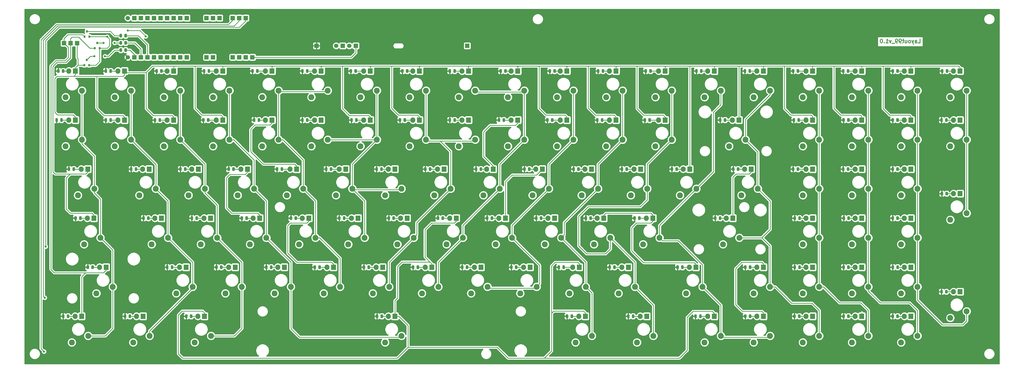
<source format=gbr>
G04 #@! TF.GenerationSoftware,KiCad,Pcbnew,(5.0.0)*
G04 #@! TF.CreationDate,2018-11-22T23:53:18+07:00*
G04 #@! TF.ProjectId,main_board4,6D61696E5F626F617264342E6B696361,1.4*
G04 #@! TF.SameCoordinates,Original*
G04 #@! TF.FileFunction,Copper,L2,Bot,Signal*
G04 #@! TF.FilePolarity,Positive*
%FSLAX46Y46*%
G04 Gerber Fmt 4.6, Leading zero omitted, Abs format (unit mm)*
G04 Created by KiCad (PCBNEW (5.0.0)) date 11/22/18 23:53:18*
%MOMM*%
%LPD*%
G01*
G04 APERTURE LIST*
G04 #@! TA.AperFunction,NonConductor*
%ADD10C,0.300000*%
G04 #@! TD*
G04 #@! TA.AperFunction,ComponentPad*
%ADD11C,2.286000*%
G04 #@! TD*
G04 #@! TA.AperFunction,ComponentPad*
%ADD12O,1.900000X2.100000*%
G04 #@! TD*
G04 #@! TA.AperFunction,ComponentPad*
%ADD13R,1.900000X2.100000*%
G04 #@! TD*
G04 #@! TA.AperFunction,ComponentPad*
%ADD14C,1.700000*%
G04 #@! TD*
G04 #@! TA.AperFunction,ComponentPad*
%ADD15R,1.700000X1.700000*%
G04 #@! TD*
G04 #@! TA.AperFunction,SMDPad,CuDef*
%ADD16R,0.800000X0.900000*%
G04 #@! TD*
G04 #@! TA.AperFunction,Conductor*
%ADD17C,0.100000*%
G04 #@! TD*
G04 #@! TA.AperFunction,SMDPad,CuDef*
%ADD18C,0.975000*%
G04 #@! TD*
G04 #@! TA.AperFunction,ViaPad*
%ADD19C,0.800000*%
G04 #@! TD*
G04 #@! TA.AperFunction,Conductor*
%ADD20C,0.250000*%
G04 #@! TD*
G04 #@! TA.AperFunction,Conductor*
%ADD21C,0.450000*%
G04 #@! TD*
G04 APERTURE END LIST*
D10*
X397428571Y-61278571D02*
X398142857Y-61278571D01*
X398142857Y-59778571D01*
X396285714Y-61278571D02*
X396285714Y-60492857D01*
X396357142Y-60350000D01*
X396500000Y-60278571D01*
X396785714Y-60278571D01*
X396928571Y-60350000D01*
X396285714Y-61207142D02*
X396428571Y-61278571D01*
X396785714Y-61278571D01*
X396928571Y-61207142D01*
X397000000Y-61064285D01*
X397000000Y-60921428D01*
X396928571Y-60778571D01*
X396785714Y-60707142D01*
X396428571Y-60707142D01*
X396285714Y-60635714D01*
X395714285Y-60278571D02*
X395357142Y-61278571D01*
X395000000Y-60278571D02*
X395357142Y-61278571D01*
X395500000Y-61635714D01*
X395571428Y-61707142D01*
X395714285Y-61778571D01*
X394214285Y-61278571D02*
X394357142Y-61207142D01*
X394428571Y-61135714D01*
X394500000Y-60992857D01*
X394500000Y-60564285D01*
X394428571Y-60421428D01*
X394357142Y-60350000D01*
X394214285Y-60278571D01*
X394000000Y-60278571D01*
X393857142Y-60350000D01*
X393785714Y-60421428D01*
X393714285Y-60564285D01*
X393714285Y-60992857D01*
X393785714Y-61135714D01*
X393857142Y-61207142D01*
X394000000Y-61278571D01*
X394214285Y-61278571D01*
X392428571Y-60278571D02*
X392428571Y-61278571D01*
X393071428Y-60278571D02*
X393071428Y-61064285D01*
X393000000Y-61207142D01*
X392857142Y-61278571D01*
X392642857Y-61278571D01*
X392500000Y-61207142D01*
X392428571Y-61135714D01*
X391928571Y-60278571D02*
X391357142Y-60278571D01*
X391714285Y-59778571D02*
X391714285Y-61064285D01*
X391642857Y-61207142D01*
X391500000Y-61278571D01*
X391357142Y-61278571D01*
X390785714Y-61278571D02*
X390500000Y-61278571D01*
X390357142Y-61207142D01*
X390285714Y-61135714D01*
X390142857Y-60921428D01*
X390071428Y-60635714D01*
X390071428Y-60064285D01*
X390142857Y-59921428D01*
X390214285Y-59850000D01*
X390357142Y-59778571D01*
X390642857Y-59778571D01*
X390785714Y-59850000D01*
X390857142Y-59921428D01*
X390928571Y-60064285D01*
X390928571Y-60421428D01*
X390857142Y-60564285D01*
X390785714Y-60635714D01*
X390642857Y-60707142D01*
X390357142Y-60707142D01*
X390214285Y-60635714D01*
X390142857Y-60564285D01*
X390071428Y-60421428D01*
X389357142Y-61278571D02*
X389071428Y-61278571D01*
X388928571Y-61207142D01*
X388857142Y-61135714D01*
X388714285Y-60921428D01*
X388642857Y-60635714D01*
X388642857Y-60064285D01*
X388714285Y-59921428D01*
X388785714Y-59850000D01*
X388928571Y-59778571D01*
X389214285Y-59778571D01*
X389357142Y-59850000D01*
X389428571Y-59921428D01*
X389500000Y-60064285D01*
X389500000Y-60421428D01*
X389428571Y-60564285D01*
X389357142Y-60635714D01*
X389214285Y-60707142D01*
X388928571Y-60707142D01*
X388785714Y-60635714D01*
X388714285Y-60564285D01*
X388642857Y-60421428D01*
X388357142Y-61421428D02*
X387214285Y-61421428D01*
X387000000Y-60278571D02*
X386642857Y-61278571D01*
X386285714Y-60278571D01*
X384928571Y-61278571D02*
X385785714Y-61278571D01*
X385357142Y-61278571D02*
X385357142Y-59778571D01*
X385500000Y-59992857D01*
X385642857Y-60135714D01*
X385785714Y-60207142D01*
X384285714Y-61135714D02*
X384214285Y-61207142D01*
X384285714Y-61278571D01*
X384357142Y-61207142D01*
X384285714Y-61135714D01*
X384285714Y-61278571D01*
X383285714Y-59778571D02*
X383142857Y-59778571D01*
X383000000Y-59850000D01*
X382928571Y-59921428D01*
X382857142Y-60064285D01*
X382785714Y-60350000D01*
X382785714Y-60707142D01*
X382857142Y-60992857D01*
X382928571Y-61135714D01*
X383000000Y-61207142D01*
X383142857Y-61278571D01*
X383285714Y-61278571D01*
X383428571Y-61207142D01*
X383500000Y-61135714D01*
X383571428Y-60992857D01*
X383642857Y-60707142D01*
X383642857Y-60350000D01*
X383571428Y-60064285D01*
X383500000Y-59921428D01*
X383428571Y-59850000D01*
X383285714Y-59778571D01*
D11*
G04 #@! TO.P,V_ENTER,1*
G04 #@! TO.N,Net-(D96-Pad1)*
X409885000Y-168030000D03*
G04 #@! TO.P,V_ENTER,2*
G04 #@! TO.N,Net-(INS1-Pad2)*
X416235000Y-165490000D03*
D12*
G04 #@! TO.P,V_ENTER,3*
G04 #@! TO.N,Net-(R96-Pad2)*
X411155000Y-157870000D03*
D13*
G04 #@! TO.P,V_ENTER,4*
G04 #@! TO.N,/LED_C3*
X413695000Y-157870000D03*
G04 #@! TD*
D11*
G04 #@! TO.P,PLUS,1*
G04 #@! TO.N,Net-(D99-Pad1)*
X409885000Y-129930000D03*
G04 #@! TO.P,PLUS,2*
G04 #@! TO.N,Net-(DEL1-Pad2)*
X416235000Y-127390000D03*
D12*
G04 #@! TO.P,PLUS,3*
G04 #@! TO.N,Net-(PLUS1-Pad3)*
X411155000Y-119770000D03*
D13*
G04 #@! TO.P,PLUS,4*
G04 #@! TO.N,/LED_C3*
X413695000Y-119770000D03*
G04 #@! TD*
D11*
G04 #@! TO.P,ENTER,1*
G04 #@! TO.N,Net-(D76-Pad1)*
X321778750Y-139455000D03*
G04 #@! TO.P,ENTER,2*
G04 #@! TO.N,Net-(BACKSLASH1-Pad2)*
X328128750Y-136915000D03*
D13*
G04 #@! TO.P,ENTER,4*
G04 #@! TO.N,/LED_C2*
X325588750Y-129295000D03*
D12*
G04 #@! TO.P,ENTER,3*
G04 #@! TO.N,Net-(ENTER1-Pad3)*
X323048750Y-129295000D03*
G04 #@! TD*
D11*
G04 #@! TO.P,LSHIFT,1*
G04 #@! TO.N,Net-(D5-Pad1)*
X78891250Y-158505000D03*
G04 #@! TO.P,LSHIFT,2*
G04 #@! TO.N,Net-(CAPLOCK1-Pad2)*
X85241250Y-155965000D03*
D13*
G04 #@! TO.P,LSHIFT,4*
G04 #@! TO.N,/LED_C3*
X82701250Y-148345000D03*
D12*
G04 #@! TO.P,LSHIFT,3*
G04 #@! TO.N,Net-(LSHIFT1-Pad3)*
X80161250Y-148345000D03*
G04 #@! TD*
D11*
G04 #@! TO.P,BACKSPACE,1*
G04 #@! TO.N,Net-(BACKSPACE1-Pad1)*
X324160000Y-101355000D03*
G04 #@! TO.P,BACKSPACE,2*
G04 #@! TO.N,Net-(BACKSLASH1-Pad2)*
X330510000Y-98815000D03*
D13*
G04 #@! TO.P,BACKSPACE,4*
G04 #@! TO.N,/LED_C1*
X327970000Y-91195000D03*
D12*
G04 #@! TO.P,BACKSPACE,3*
G04 #@! TO.N,Net-(BACKSPACE1-Pad3)*
X325430000Y-91195000D03*
G04 #@! TD*
G04 #@! TO.P,SPACE,3*
G04 #@! TO.N,Net-(R24-Pad2)*
X192080000Y-167395000D03*
D13*
G04 #@! TO.P,SPACE,4*
G04 #@! TO.N,/LED_C3*
X194620000Y-167395000D03*
D11*
G04 #@! TO.P,SPACE,2*
G04 #@! TO.N,Net-(Cc1-Pad2)*
X197160000Y-175015000D03*
G04 #@! TO.P,SPACE,1*
G04 #@! TO.N,Net-(D24-Pad1)*
X190810000Y-177555000D03*
G04 #@! TD*
G04 #@! TO.P,FUNC,1*
G04 #@! TO.N,Net-(D66-Pad1)*
X288441250Y-177555000D03*
G04 #@! TO.P,FUNC,2*
G04 #@! TO.N,Net-(EQUAL1-Pad2)*
X294791250Y-175015000D03*
D13*
G04 #@! TO.P,FUNC,4*
G04 #@! TO.N,/LED_C3*
X292251250Y-167395000D03*
D12*
G04 #@! TO.P,FUNC,3*
G04 #@! TO.N,Net-(FUNC1-Pad3)*
X289711250Y-167395000D03*
G04 #@! TD*
D11*
G04 #@! TO.P,MENU,1*
G04 #@! TO.N,Net-(D60-Pad1)*
X264628750Y-177555000D03*
G04 #@! TO.P,MENU,2*
G04 #@! TO.N,Net-(DOT1-Pad2)*
X270978750Y-175015000D03*
D13*
G04 #@! TO.P,MENU,4*
G04 #@! TO.N,/LED_C3*
X268438750Y-167395000D03*
D12*
G04 #@! TO.P,MENU,3*
G04 #@! TO.N,Net-(MENU1-Pad3)*
X265898750Y-167395000D03*
G04 #@! TD*
D11*
G04 #@! TO.P,COMMAND,1*
G04 #@! TO.N,Net-(COMMAND1-Pad1)*
X93178750Y-177555000D03*
G04 #@! TO.P,COMMAND,2*
G04 #@! TO.N,Net-(Aa1-Pad2)*
X99528750Y-175015000D03*
D13*
G04 #@! TO.P,COMMAND,4*
G04 #@! TO.N,/LED_C3*
X96988750Y-167395000D03*
D12*
G04 #@! TO.P,COMMAND,3*
G04 #@! TO.N,Net-(COMMAND1-Pad3)*
X94448750Y-167395000D03*
G04 #@! TD*
D11*
G04 #@! TO.P,LALT,1*
G04 #@! TO.N,Net-(D18-Pad1)*
X116991250Y-177555000D03*
G04 #@! TO.P,LALT,2*
G04 #@! TO.N,Net-(F2-Pad2)*
X123341250Y-175015000D03*
D13*
G04 #@! TO.P,LALT,4*
G04 #@! TO.N,/LED_C3*
X120801250Y-167395000D03*
D12*
G04 #@! TO.P,LALT,3*
G04 #@! TO.N,Net-(LALT1-Pad3)*
X118261250Y-167395000D03*
G04 #@! TD*
D11*
G04 #@! TO.P,LCTRL,1*
G04 #@! TO.N,Net-(D6-Pad1)*
X69366250Y-177555000D03*
G04 #@! TO.P,LCTRL,2*
G04 #@! TO.N,Net-(CAPLOCK1-Pad2)*
X75716250Y-175015000D03*
D13*
G04 #@! TO.P,LCTRL,4*
G04 #@! TO.N,/LED_C3*
X73176250Y-167395000D03*
D12*
G04 #@! TO.P,LCTRL,3*
G04 #@! TO.N,Net-(LCTRL1-Pad3)*
X70636250Y-167395000D03*
G04 #@! TD*
D11*
G04 #@! TO.P,CAPLOCK,1*
G04 #@! TO.N,Net-(CAPLOCK1-Pad1)*
X74128750Y-139455000D03*
G04 #@! TO.P,CAPLOCK,2*
G04 #@! TO.N,Net-(CAPLOCK1-Pad2)*
X80478750Y-136915000D03*
D13*
G04 #@! TO.P,CAPLOCK,4*
G04 #@! TO.N,/LED_C2*
X77938750Y-129295000D03*
D12*
G04 #@! TO.P,CAPLOCK,3*
G04 #@! TO.N,Net-(CAPLOCK1-Pad3)*
X75398750Y-129295000D03*
G04 #@! TD*
D11*
G04 #@! TO.P,RSHIFT,1*
G04 #@! TO.N,Net-(D70-Pad1)*
X307491250Y-158505000D03*
G04 #@! TO.P,RSHIFT,2*
G04 #@! TO.N,Net-(DOWN1-Pad2)*
X313841250Y-155965000D03*
D13*
G04 #@! TO.P,RSHIFT,4*
G04 #@! TO.N,/LED_C2*
X311301250Y-148345000D03*
D12*
G04 #@! TO.P,RSHIFT,3*
G04 #@! TO.N,Net-(R70-Pad2)*
X308761250Y-148345000D03*
G04 #@! TD*
D11*
G04 #@! TO.P,BACKSLASH,1*
G04 #@! TO.N,Net-(BACKSLASH1-Pad1)*
X328922500Y-120405000D03*
G04 #@! TO.P,BACKSLASH,2*
G04 #@! TO.N,Net-(BACKSLASH1-Pad2)*
X335272500Y-117865000D03*
D13*
G04 #@! TO.P,BACKSLASH,4*
G04 #@! TO.N,/LED_C2*
X332732500Y-110245000D03*
D12*
G04 #@! TO.P,BACKSLASH,3*
G04 #@! TO.N,Net-(BACKSLASH1-Pad3)*
X330192500Y-110245000D03*
G04 #@! TD*
D11*
G04 #@! TO.P,TAB,1*
G04 #@! TO.N,Net-(D3-Pad1)*
X71747500Y-120405000D03*
G04 #@! TO.P,TAB,2*
G04 #@! TO.N,Net-(CAPLOCK1-Pad2)*
X78097500Y-117865000D03*
D13*
G04 #@! TO.P,TAB,4*
G04 #@! TO.N,/LED_C2*
X75557500Y-110245000D03*
D12*
G04 #@! TO.P,TAB,3*
G04 #@! TO.N,Net-(R3-Pad2)*
X73017500Y-110245000D03*
G04 #@! TD*
D11*
G04 #@! TO.P,Aa,1*
G04 #@! TO.N,Net-(Aa1-Pad1)*
X100322500Y-139455000D03*
G04 #@! TO.P,Aa,2*
G04 #@! TO.N,Net-(Aa1-Pad2)*
X106672500Y-136915000D03*
D13*
G04 #@! TO.P,Aa,4*
G04 #@! TO.N,/LED_C2*
X104132500Y-129295000D03*
D12*
G04 #@! TO.P,Aa,3*
G04 #@! TO.N,Net-(Aa1-Pad3)*
X101592500Y-129295000D03*
G04 #@! TD*
D11*
G04 #@! TO.P,Bb,1*
G04 #@! TO.N,Net-(Bb1-Pad1)*
X186047500Y-158505000D03*
G04 #@! TO.P,Bb,2*
G04 #@! TO.N,Net-(Bb1-Pad2)*
X192397500Y-155965000D03*
D13*
G04 #@! TO.P,Bb,4*
G04 #@! TO.N,/LED_C3*
X189857500Y-148345000D03*
D12*
G04 #@! TO.P,Bb,3*
G04 #@! TO.N,Net-(Bb1-Pad3)*
X187317500Y-148345000D03*
G04 #@! TD*
D11*
G04 #@! TO.P,Cc,1*
G04 #@! TO.N,Net-(Cc1-Pad1)*
X147947500Y-158505000D03*
G04 #@! TO.P,Cc,2*
G04 #@! TO.N,Net-(Cc1-Pad2)*
X154297500Y-155965000D03*
D13*
G04 #@! TO.P,Cc,4*
G04 #@! TO.N,/LED_C3*
X151757500Y-148345000D03*
D12*
G04 #@! TO.P,Cc,3*
G04 #@! TO.N,Net-(Cc1-Pad3)*
X149217500Y-148345000D03*
G04 #@! TD*
D11*
G04 #@! TO.P,COMMA,1*
G04 #@! TO.N,Net-(COMMA1-Pad1)*
X243197500Y-158505000D03*
G04 #@! TO.P,COMMA,2*
G04 #@! TO.N,Net-(COMMA1-Pad2)*
X249547500Y-155965000D03*
D13*
G04 #@! TO.P,COMMA,4*
G04 #@! TO.N,/LED_C3*
X247007500Y-148345000D03*
D12*
G04 #@! TO.P,COMMA,3*
G04 #@! TO.N,Net-(COMMA1-Pad3)*
X244467500Y-148345000D03*
G04 #@! TD*
D11*
G04 #@! TO.P,Dd,1*
G04 #@! TO.N,Net-(D22-Pad1)*
X138422500Y-139455000D03*
G04 #@! TO.P,Dd,2*
G04 #@! TO.N,Net-(Cc1-Pad2)*
X144772500Y-136915000D03*
D13*
G04 #@! TO.P,Dd,4*
G04 #@! TO.N,/LED_C2*
X142232500Y-129295000D03*
D12*
G04 #@! TO.P,Dd,3*
G04 #@! TO.N,Net-(Dd1-Pad3)*
X139692500Y-129295000D03*
G04 #@! TD*
D11*
G04 #@! TO.P,DOT,1*
G04 #@! TO.N,Net-(D59-Pad1)*
X262247500Y-158505000D03*
G04 #@! TO.P,DOT,2*
G04 #@! TO.N,Net-(DOT1-Pad2)*
X268597500Y-155965000D03*
D13*
G04 #@! TO.P,DOT,4*
G04 #@! TO.N,/LED_C3*
X266057500Y-148345000D03*
D12*
G04 #@! TO.P,DOT,3*
G04 #@! TO.N,Net-(DOT1-Pad3)*
X263517500Y-148345000D03*
G04 #@! TD*
D11*
G04 #@! TO.P,Ee,1*
G04 #@! TO.N,Net-(D21-Pad1)*
X133660000Y-120405000D03*
G04 #@! TO.P,Ee,2*
G04 #@! TO.N,Net-(Cc1-Pad2)*
X140010000Y-117865000D03*
D13*
G04 #@! TO.P,Ee,4*
G04 #@! TO.N,/LED_C2*
X137470000Y-110245000D03*
D12*
G04 #@! TO.P,Ee,3*
G04 #@! TO.N,Net-(Ee1-Pad3)*
X134930000Y-110245000D03*
G04 #@! TD*
D11*
G04 #@! TO.P,EIGHT8,1*
G04 #@! TO.N,Net-(D39-Pad1)*
X219385000Y-101355000D03*
G04 #@! TO.P,EIGHT8,2*
G04 #@! TO.N,Net-(Bb1-Pad2)*
X225735000Y-98815000D03*
D13*
G04 #@! TO.P,EIGHT8,4*
G04 #@! TO.N,/LED_C2*
X223195000Y-91195000D03*
D12*
G04 #@! TO.P,EIGHT8,3*
G04 #@! TO.N,Net-(EIGHT8-Pad3)*
X220655000Y-91195000D03*
G04 #@! TD*
D11*
G04 #@! TO.P,EQUAL,1*
G04 #@! TO.N,Net-(D62-Pad1)*
X295585000Y-101355000D03*
G04 #@! TO.P,EQUAL,2*
G04 #@! TO.N,Net-(EQUAL1-Pad2)*
X301935000Y-98815000D03*
D13*
G04 #@! TO.P,EQUAL,4*
G04 #@! TO.N,/LED_C1*
X299395000Y-91195000D03*
D12*
G04 #@! TO.P,EQUAL,3*
G04 #@! TO.N,Net-(EQUAL1-Pad3)*
X296855000Y-91195000D03*
G04 #@! TD*
D11*
G04 #@! TO.P,ESC,1*
G04 #@! TO.N,Net-(D1-Pad1)*
X66985000Y-82305000D03*
G04 #@! TO.P,ESC,2*
G04 #@! TO.N,Net-(CAPLOCK1-Pad2)*
X73335000Y-79765000D03*
D13*
G04 #@! TO.P,ESC,4*
G04 #@! TO.N,/LED_C1*
X70795000Y-72145000D03*
D12*
G04 #@! TO.P,ESC,3*
G04 #@! TO.N,Net-(ESC1-Pad3)*
X68255000Y-72145000D03*
G04 #@! TD*
D11*
G04 #@! TO.P,F1,1*
G04 #@! TO.N,Net-(D7-Pad1)*
X86035000Y-82305000D03*
G04 #@! TO.P,F1,2*
G04 #@! TO.N,Net-(Aa1-Pad2)*
X92385000Y-79765000D03*
D13*
G04 #@! TO.P,F1,4*
G04 #@! TO.N,/LED_C1*
X89845000Y-72145000D03*
D12*
G04 #@! TO.P,F1,3*
G04 #@! TO.N,Net-(F1-Pad3)*
X87305000Y-72145000D03*
G04 #@! TD*
D11*
G04 #@! TO.P,F2,1*
G04 #@! TO.N,Net-(D13-Pad1)*
X105085000Y-82305000D03*
G04 #@! TO.P,F2,2*
G04 #@! TO.N,Net-(F2-Pad2)*
X111435000Y-79765000D03*
D13*
G04 #@! TO.P,F2,4*
G04 #@! TO.N,/LED_C1*
X108895000Y-72145000D03*
D12*
G04 #@! TO.P,F2,3*
G04 #@! TO.N,Net-(F2-Pad3)*
X106355000Y-72145000D03*
G04 #@! TD*
D11*
G04 #@! TO.P,F3,1*
G04 #@! TO.N,Net-(D19-Pad1)*
X124135000Y-82305000D03*
G04 #@! TO.P,F3,2*
G04 #@! TO.N,Net-(Cc1-Pad2)*
X130485000Y-79765000D03*
D13*
G04 #@! TO.P,F3,4*
G04 #@! TO.N,/LED_C1*
X127945000Y-72145000D03*
D12*
G04 #@! TO.P,F3,3*
G04 #@! TO.N,Net-(F3-Pad3)*
X125405000Y-72145000D03*
G04 #@! TD*
D11*
G04 #@! TO.P,F4,1*
G04 #@! TO.N,Net-(D26-Pad1)*
X143185000Y-82305000D03*
G04 #@! TO.P,F4,2*
G04 #@! TO.N,Net-(F4-Pad2)*
X149535000Y-79765000D03*
D13*
G04 #@! TO.P,F4,4*
G04 #@! TO.N,/LED_C1*
X146995000Y-72145000D03*
D12*
G04 #@! TO.P,F4,3*
G04 #@! TO.N,Net-(F4-Pad3)*
X144455000Y-72145000D03*
G04 #@! TD*
D11*
G04 #@! TO.P,F5,1*
G04 #@! TO.N,Net-(D25-Pad1)*
X162235000Y-82305000D03*
G04 #@! TO.P,F5,2*
G04 #@! TO.N,Net-(F4-Pad2)*
X168585000Y-79765000D03*
D13*
G04 #@! TO.P,F5,4*
G04 #@! TO.N,/LED_C1*
X166045000Y-72145000D03*
D12*
G04 #@! TO.P,F5,3*
G04 #@! TO.N,Net-(F5-Pad3)*
X163505000Y-72145000D03*
G04 #@! TD*
D11*
G04 #@! TO.P,F6,1*
G04 #@! TO.N,Net-(D31-Pad1)*
X181285000Y-82305000D03*
G04 #@! TO.P,F6,2*
G04 #@! TO.N,Net-(F6-Pad2)*
X187635000Y-79765000D03*
D13*
G04 #@! TO.P,F6,4*
G04 #@! TO.N,/LED_C1*
X185095000Y-72145000D03*
D12*
G04 #@! TO.P,F6,3*
G04 #@! TO.N,Net-(F6-Pad3)*
X182555000Y-72145000D03*
G04 #@! TD*
D11*
G04 #@! TO.P,F7,1*
G04 #@! TO.N,Net-(D37-Pad1)*
X200335000Y-82305000D03*
G04 #@! TO.P,F7,2*
G04 #@! TO.N,Net-(Bb1-Pad2)*
X206685000Y-79765000D03*
D13*
G04 #@! TO.P,F7,4*
G04 #@! TO.N,/LED_C1*
X204145000Y-72145000D03*
D12*
G04 #@! TO.P,F7,3*
G04 #@! TO.N,Net-(F7-Pad3)*
X201605000Y-72145000D03*
G04 #@! TD*
D11*
G04 #@! TO.P,F8,1*
G04 #@! TO.N,Net-(D43-Pad1)*
X219385000Y-82305000D03*
G04 #@! TO.P,F8,2*
G04 #@! TO.N,Net-(F8-Pad2)*
X225735000Y-79765000D03*
D13*
G04 #@! TO.P,F8,4*
G04 #@! TO.N,/LED_C1*
X223195000Y-72145000D03*
D12*
G04 #@! TO.P,F8,3*
G04 #@! TO.N,Net-(F8-Pad3)*
X220655000Y-72145000D03*
G04 #@! TD*
D11*
G04 #@! TO.P,F9,1*
G04 #@! TO.N,Net-(D44-Pad1)*
X238435000Y-82305000D03*
G04 #@! TO.P,F9,2*
G04 #@! TO.N,Net-(F8-Pad2)*
X244785000Y-79765000D03*
D13*
G04 #@! TO.P,F9,4*
G04 #@! TO.N,/LED_C1*
X242245000Y-72145000D03*
D12*
G04 #@! TO.P,F9,3*
G04 #@! TO.N,Net-(F9-Pad3)*
X239705000Y-72145000D03*
G04 #@! TD*
D11*
G04 #@! TO.P,F10,1*
G04 #@! TO.N,Net-(D49-Pad1)*
X257485000Y-82305000D03*
G04 #@! TO.P,F10,2*
G04 #@! TO.N,Net-(COMMA1-Pad2)*
X263835000Y-79765000D03*
D13*
G04 #@! TO.P,F10,4*
G04 #@! TO.N,/LED_C1*
X261295000Y-72145000D03*
D12*
G04 #@! TO.P,F10,3*
G04 #@! TO.N,Net-(F10-Pad3)*
X258755000Y-72145000D03*
G04 #@! TD*
D11*
G04 #@! TO.P,F11,1*
G04 #@! TO.N,Net-(D55-Pad1)*
X276535000Y-82305000D03*
G04 #@! TO.P,F11,2*
G04 #@! TO.N,Net-(DOT1-Pad2)*
X282885000Y-79765000D03*
D13*
G04 #@! TO.P,F11,4*
G04 #@! TO.N,/LED_C1*
X280345000Y-72145000D03*
D12*
G04 #@! TO.P,F11,3*
G04 #@! TO.N,Net-(F11-Pad3)*
X277805000Y-72145000D03*
G04 #@! TD*
D11*
G04 #@! TO.P,F12,1*
G04 #@! TO.N,Net-(D61-Pad1)*
X295585000Y-82305000D03*
G04 #@! TO.P,F12,2*
G04 #@! TO.N,Net-(EQUAL1-Pad2)*
X301935000Y-79765000D03*
D13*
G04 #@! TO.P,F12,4*
G04 #@! TO.N,/LED_C1*
X299395000Y-72145000D03*
D12*
G04 #@! TO.P,F12,3*
G04 #@! TO.N,Net-(F12-Pad3)*
X296855000Y-72145000D03*
G04 #@! TD*
D11*
G04 #@! TO.P,Ff,1*
G04 #@! TO.N,Net-(D29-Pad1)*
X157472500Y-139455000D03*
G04 #@! TO.P,Ff,2*
G04 #@! TO.N,Net-(F4-Pad2)*
X163822500Y-136915000D03*
D13*
G04 #@! TO.P,Ff,4*
G04 #@! TO.N,/LED_C3*
X161282500Y-129295000D03*
D12*
G04 #@! TO.P,Ff,3*
G04 #@! TO.N,Net-(Ff1-Pad3)*
X158742500Y-129295000D03*
G04 #@! TD*
D11*
G04 #@! TO.P,FIVE5,1*
G04 #@! TO.N,Net-(D33-Pad1)*
X162235000Y-101355000D03*
G04 #@! TO.P,FIVE5,2*
G04 #@! TO.N,Net-(F6-Pad2)*
X168585000Y-98815000D03*
D13*
G04 #@! TO.P,FIVE5,4*
G04 #@! TO.N,/LED_C2*
X166045000Y-91195000D03*
D12*
G04 #@! TO.P,FIVE5,3*
G04 #@! TO.N,Net-(FIVE5-Pad3)*
X163505000Y-91195000D03*
G04 #@! TD*
D11*
G04 #@! TO.P,FOUR4,1*
G04 #@! TO.N,Net-(D27-Pad1)*
X143185000Y-101355000D03*
G04 #@! TO.P,FOUR4,2*
G04 #@! TO.N,Net-(F4-Pad2)*
X149535000Y-98815000D03*
D13*
G04 #@! TO.P,FOUR4,4*
G04 #@! TO.N,/LED_C2*
X146995000Y-91195000D03*
D12*
G04 #@! TO.P,FOUR4,3*
G04 #@! TO.N,Net-(FOUR4-Pad3)*
X144455000Y-91195000D03*
G04 #@! TD*
D11*
G04 #@! TO.P,Gg,1*
G04 #@! TO.N,Net-(D36-Pad1)*
X176522500Y-139455000D03*
G04 #@! TO.P,Gg,2*
G04 #@! TO.N,Net-(F6-Pad2)*
X182872500Y-136915000D03*
D13*
G04 #@! TO.P,Gg,4*
G04 #@! TO.N,/LED_C3*
X180332500Y-129295000D03*
D12*
G04 #@! TO.P,Gg,3*
G04 #@! TO.N,Net-(Gg1-Pad3)*
X177792500Y-129295000D03*
G04 #@! TD*
D11*
G04 #@! TO.P,GRAVE,1*
G04 #@! TO.N,Net-(D2-Pad1)*
X66985000Y-101355000D03*
G04 #@! TO.P,GRAVE,2*
G04 #@! TO.N,Net-(CAPLOCK1-Pad2)*
X73335000Y-98815000D03*
D13*
G04 #@! TO.P,GRAVE,4*
G04 #@! TO.N,/LED_C1*
X70795000Y-91195000D03*
D12*
G04 #@! TO.P,GRAVE,3*
G04 #@! TO.N,Net-(GRAVE1-Pad3)*
X68255000Y-91195000D03*
G04 #@! TD*
D11*
G04 #@! TO.P,Hh,1*
G04 #@! TO.N,Net-(D41-Pad1)*
X195572500Y-139455000D03*
G04 #@! TO.P,Hh,2*
G04 #@! TO.N,Net-(Bb1-Pad2)*
X201922500Y-136915000D03*
D13*
G04 #@! TO.P,Hh,4*
G04 #@! TO.N,/LED_C3*
X199382500Y-129295000D03*
D12*
G04 #@! TO.P,Hh,3*
G04 #@! TO.N,Net-(Hh1-Pad3)*
X196842500Y-129295000D03*
G04 #@! TD*
D11*
G04 #@! TO.P,Ii,1*
G04 #@! TO.N,Net-(D46-Pad1)*
X228910000Y-120405000D03*
G04 #@! TO.P,Ii,2*
G04 #@! TO.N,Net-(F8-Pad2)*
X235260000Y-117865000D03*
D13*
G04 #@! TO.P,Ii,4*
G04 #@! TO.N,/LED_C2*
X232720000Y-110245000D03*
D12*
G04 #@! TO.P,Ii,3*
G04 #@! TO.N,Net-(Ii1-Pad3)*
X230180000Y-110245000D03*
G04 #@! TD*
D11*
G04 #@! TO.P,Jj,1*
G04 #@! TO.N,Net-(D47-Pad1)*
X214622500Y-139455000D03*
G04 #@! TO.P,Jj,2*
G04 #@! TO.N,Net-(F8-Pad2)*
X220972500Y-136915000D03*
D13*
G04 #@! TO.P,Jj,4*
G04 #@! TO.N,/LED_C3*
X218432500Y-129295000D03*
D12*
G04 #@! TO.P,Jj,3*
G04 #@! TO.N,Net-(Jj1-Pad3)*
X215892500Y-129295000D03*
G04 #@! TD*
D11*
G04 #@! TO.P,Kk,1*
G04 #@! TO.N,Net-(D52-Pad1)*
X233672500Y-139455000D03*
G04 #@! TO.P,Kk,2*
G04 #@! TO.N,Net-(COMMA1-Pad2)*
X240022500Y-136915000D03*
D13*
G04 #@! TO.P,Kk,4*
G04 #@! TO.N,/LED_C2*
X237482500Y-129295000D03*
D12*
G04 #@! TO.P,Kk,3*
G04 #@! TO.N,Net-(Kk1-Pad3)*
X234942500Y-129295000D03*
G04 #@! TD*
D11*
G04 #@! TO.P,OBRAKET,1*
G04 #@! TO.N,Net-(D63-Pad1)*
X286060000Y-120405000D03*
G04 #@! TO.P,OBRAKET,2*
G04 #@! TO.N,Net-(EQUAL1-Pad2)*
X292410000Y-117865000D03*
D13*
G04 #@! TO.P,OBRAKET,4*
G04 #@! TO.N,/LED_C2*
X289870000Y-110245000D03*
D12*
G04 #@! TO.P,OBRAKET,3*
G04 #@! TO.N,Net-(LBRAKET1-Pad3)*
X287330000Y-110245000D03*
G04 #@! TD*
D11*
G04 #@! TO.P,Ll,1*
G04 #@! TO.N,Net-(D58-Pad1)*
X252722500Y-139455000D03*
G04 #@! TO.P,Ll,2*
G04 #@! TO.N,Net-(DOT1-Pad2)*
X259072500Y-136915000D03*
D13*
G04 #@! TO.P,Ll,4*
G04 #@! TO.N,/LED_C2*
X256532500Y-129295000D03*
D12*
G04 #@! TO.P,Ll,3*
G04 #@! TO.N,Net-(Ll1-Pad3)*
X253992500Y-129295000D03*
G04 #@! TD*
D11*
G04 #@! TO.P,DASH,1*
G04 #@! TO.N,Net-(D56-Pad1)*
X276535000Y-101355000D03*
G04 #@! TO.P,DASH,2*
G04 #@! TO.N,Net-(DOT1-Pad2)*
X282885000Y-98815000D03*
D13*
G04 #@! TO.P,DASH,4*
G04 #@! TO.N,/LED_C1*
X280345000Y-91195000D03*
D12*
G04 #@! TO.P,DASH,3*
G04 #@! TO.N,Net-(MINUS1-Pad3)*
X277805000Y-91195000D03*
G04 #@! TD*
D11*
G04 #@! TO.P,Mm,1*
G04 #@! TO.N,Net-(D54-Pad1)*
X224147500Y-158505000D03*
G04 #@! TO.P,Mm,2*
G04 #@! TO.N,Net-(COMMA1-Pad2)*
X230497500Y-155965000D03*
D13*
G04 #@! TO.P,Mm,4*
G04 #@! TO.N,/LED_C3*
X227957500Y-148345000D03*
D12*
G04 #@! TO.P,Mm,3*
G04 #@! TO.N,Net-(Mm1-Pad3)*
X225417500Y-148345000D03*
G04 #@! TD*
D11*
G04 #@! TO.P,NINE9,1*
G04 #@! TO.N,Net-(D45-Pad1)*
X238435000Y-101355000D03*
G04 #@! TO.P,NINE9,2*
G04 #@! TO.N,Net-(F8-Pad2)*
X244785000Y-98815000D03*
D13*
G04 #@! TO.P,NINE9,4*
G04 #@! TO.N,/LED_C2*
X242245000Y-91195000D03*
D12*
G04 #@! TO.P,NINE9,3*
G04 #@! TO.N,Net-(NINE9-Pad3)*
X239705000Y-91195000D03*
G04 #@! TD*
D11*
G04 #@! TO.P,Nn,1*
G04 #@! TO.N,Net-(D48-Pad1)*
X205097500Y-158505000D03*
G04 #@! TO.P,Nn,2*
G04 #@! TO.N,Net-(F8-Pad2)*
X211447500Y-155965000D03*
D13*
G04 #@! TO.P,Nn,4*
G04 #@! TO.N,/LED_C3*
X208907500Y-148345000D03*
D12*
G04 #@! TO.P,Nn,3*
G04 #@! TO.N,Net-(Nn1-Pad3)*
X206367500Y-148345000D03*
G04 #@! TD*
D11*
G04 #@! TO.P,ONE1,1*
G04 #@! TO.N,Net-(D8-Pad1)*
X86035000Y-101355000D03*
G04 #@! TO.P,ONE1,2*
G04 #@! TO.N,Net-(Aa1-Pad2)*
X92385000Y-98815000D03*
D13*
G04 #@! TO.P,ONE1,4*
G04 #@! TO.N,/LED_C1*
X89845000Y-91195000D03*
D12*
G04 #@! TO.P,ONE1,3*
G04 #@! TO.N,Net-(ONE1-Pad3)*
X87305000Y-91195000D03*
G04 #@! TD*
D11*
G04 #@! TO.P,Oo,1*
G04 #@! TO.N,Net-(D51-Pad1)*
X247960000Y-120405000D03*
G04 #@! TO.P,Oo,2*
G04 #@! TO.N,Net-(COMMA1-Pad2)*
X254310000Y-117865000D03*
D13*
G04 #@! TO.P,Oo,4*
G04 #@! TO.N,/LED_C2*
X251770000Y-110245000D03*
D12*
G04 #@! TO.P,Oo,3*
G04 #@! TO.N,Net-(Oo1-Pad3)*
X249230000Y-110245000D03*
G04 #@! TD*
D11*
G04 #@! TO.P,Pp,1*
G04 #@! TO.N,Net-(D57-Pad1)*
X267010000Y-120405000D03*
G04 #@! TO.P,Pp,2*
G04 #@! TO.N,Net-(DOT1-Pad2)*
X273360000Y-117865000D03*
D13*
G04 #@! TO.P,Pp,4*
G04 #@! TO.N,/LED_C2*
X270820000Y-110245000D03*
D12*
G04 #@! TO.P,Pp,3*
G04 #@! TO.N,Net-(Pp1-Pad3)*
X268280000Y-110245000D03*
G04 #@! TD*
D11*
G04 #@! TO.P,Qq,1*
G04 #@! TO.N,Net-(D9-Pad1)*
X95560000Y-120405000D03*
G04 #@! TO.P,Qq,2*
G04 #@! TO.N,Net-(Aa1-Pad2)*
X101910000Y-117865000D03*
D13*
G04 #@! TO.P,Qq,4*
G04 #@! TO.N,/LED_C2*
X99370000Y-110245000D03*
D12*
G04 #@! TO.P,Qq,3*
G04 #@! TO.N,Net-(Qq1-Pad3)*
X96830000Y-110245000D03*
G04 #@! TD*
D11*
G04 #@! TO.P,QUOTE,1*
G04 #@! TO.N,Net-(D69-Pad1)*
X290822500Y-139455000D03*
G04 #@! TO.P,QUOTE,2*
G04 #@! TO.N,Net-(DOWN1-Pad2)*
X297172500Y-136915000D03*
D13*
G04 #@! TO.P,QUOTE,4*
G04 #@! TO.N,/LED_C2*
X294632500Y-129295000D03*
D12*
G04 #@! TO.P,QUOTE,3*
G04 #@! TO.N,Net-(QUOTE1-Pad3)*
X292092500Y-129295000D03*
G04 #@! TD*
D11*
G04 #@! TO.P,CBRAKET,1*
G04 #@! TO.N,Net-(D68-Pad1)*
X305110000Y-120405000D03*
G04 #@! TO.P,CBRAKET,2*
G04 #@! TO.N,Net-(DOWN1-Pad2)*
X311460000Y-117865000D03*
D13*
G04 #@! TO.P,CBRAKET,4*
G04 #@! TO.N,/LED_C1*
X308920000Y-110245000D03*
D12*
G04 #@! TO.P,CBRAKET,3*
G04 #@! TO.N,Net-(R68-Pad2)*
X306380000Y-110245000D03*
G04 #@! TD*
D11*
G04 #@! TO.P,Rr,1*
G04 #@! TO.N,Net-(D28-Pad1)*
X152710000Y-120405000D03*
G04 #@! TO.P,Rr,2*
G04 #@! TO.N,Net-(F4-Pad2)*
X159060000Y-117865000D03*
D13*
G04 #@! TO.P,Rr,4*
G04 #@! TO.N,/LED_C2*
X156520000Y-110245000D03*
D12*
G04 #@! TO.P,Rr,3*
G04 #@! TO.N,Net-(R28-Pad2)*
X153980000Y-110245000D03*
G04 #@! TD*
D11*
G04 #@! TO.P,SEMICOLON,1*
G04 #@! TO.N,Net-(D64-Pad1)*
X271772500Y-139455000D03*
G04 #@! TO.P,SEMICOLON,2*
G04 #@! TO.N,Net-(EQUAL1-Pad2)*
X278122500Y-136915000D03*
D13*
G04 #@! TO.P,SEMICOLON,4*
G04 #@! TO.N,/LED_C2*
X275582500Y-129295000D03*
D12*
G04 #@! TO.P,SEMICOLON,3*
G04 #@! TO.N,Net-(R64-Pad2)*
X273042500Y-129295000D03*
G04 #@! TD*
D11*
G04 #@! TO.P,SEVEN7,1*
G04 #@! TO.N,Net-(D38-Pad1)*
X200335000Y-101355000D03*
G04 #@! TO.P,SEVEN7,2*
G04 #@! TO.N,Net-(Bb1-Pad2)*
X206685000Y-98815000D03*
D13*
G04 #@! TO.P,SEVEN7,4*
G04 #@! TO.N,/LED_C1*
X204145000Y-91195000D03*
D12*
G04 #@! TO.P,SEVEN7,3*
G04 #@! TO.N,Net-(R38-Pad2)*
X201605000Y-91195000D03*
G04 #@! TD*
D11*
G04 #@! TO.P,SIX6,1*
G04 #@! TO.N,Net-(D32-Pad1)*
X181285000Y-101355000D03*
G04 #@! TO.P,SIX6,2*
G04 #@! TO.N,Net-(F6-Pad2)*
X187635000Y-98815000D03*
D13*
G04 #@! TO.P,SIX6,4*
G04 #@! TO.N,/LED_C1*
X185095000Y-91195000D03*
D12*
G04 #@! TO.P,SIX6,3*
G04 #@! TO.N,Net-(R32-Pad2)*
X182555000Y-91195000D03*
G04 #@! TD*
D11*
G04 #@! TO.P,SLASH,1*
G04 #@! TO.N,Net-(D65-Pad1)*
X281297500Y-158505000D03*
G04 #@! TO.P,SLASH,2*
G04 #@! TO.N,Net-(EQUAL1-Pad2)*
X287647500Y-155965000D03*
D13*
G04 #@! TO.P,SLASH,4*
G04 #@! TO.N,/LED_C3*
X285107500Y-148345000D03*
D12*
G04 #@! TO.P,SLASH,3*
G04 #@! TO.N,Net-(R65-Pad2)*
X282567500Y-148345000D03*
G04 #@! TD*
D11*
G04 #@! TO.P,Ss,1*
G04 #@! TO.N,Net-(D16-Pad1)*
X119372500Y-139455000D03*
G04 #@! TO.P,Ss,2*
G04 #@! TO.N,Net-(F2-Pad2)*
X125722500Y-136915000D03*
D13*
G04 #@! TO.P,Ss,4*
G04 #@! TO.N,/LED_C2*
X123182500Y-129295000D03*
D12*
G04 #@! TO.P,Ss,3*
G04 #@! TO.N,Net-(R16-Pad2)*
X120642500Y-129295000D03*
G04 #@! TD*
D11*
G04 #@! TO.P,THREE3,1*
G04 #@! TO.N,Net-(D20-Pad1)*
X124135000Y-101355000D03*
G04 #@! TO.P,THREE3,2*
G04 #@! TO.N,Net-(Cc1-Pad2)*
X130485000Y-98815000D03*
D13*
G04 #@! TO.P,THREE3,4*
G04 #@! TO.N,/LED_C1*
X127945000Y-91195000D03*
D12*
G04 #@! TO.P,THREE3,3*
G04 #@! TO.N,Net-(R20-Pad2)*
X125405000Y-91195000D03*
G04 #@! TD*
D11*
G04 #@! TO.P,Tt,1*
G04 #@! TO.N,Net-(D34-Pad1)*
X171760000Y-120405000D03*
G04 #@! TO.P,Tt,2*
G04 #@! TO.N,Net-(F6-Pad2)*
X178110000Y-117865000D03*
D13*
G04 #@! TO.P,Tt,4*
G04 #@! TO.N,/LED_C2*
X175570000Y-110245000D03*
D12*
G04 #@! TO.P,Tt,3*
G04 #@! TO.N,Net-(R34-Pad2)*
X173030000Y-110245000D03*
G04 #@! TD*
D11*
G04 #@! TO.P,TWO2,1*
G04 #@! TO.N,Net-(D14-Pad1)*
X105085000Y-101355000D03*
G04 #@! TO.P,TWO2,2*
G04 #@! TO.N,Net-(F2-Pad2)*
X111435000Y-98815000D03*
D13*
G04 #@! TO.P,TWO2,4*
G04 #@! TO.N,/LED_C1*
X108895000Y-91195000D03*
D12*
G04 #@! TO.P,TWO2,3*
G04 #@! TO.N,Net-(R14-Pad2)*
X106355000Y-91195000D03*
G04 #@! TD*
D11*
G04 #@! TO.P,Uu,1*
G04 #@! TO.N,Net-(D40-Pad1)*
X209860000Y-120405000D03*
G04 #@! TO.P,Uu,2*
G04 #@! TO.N,Net-(Bb1-Pad2)*
X216210000Y-117865000D03*
D13*
G04 #@! TO.P,Uu,4*
G04 #@! TO.N,/LED_C2*
X213670000Y-110245000D03*
D12*
G04 #@! TO.P,Uu,3*
G04 #@! TO.N,Net-(R40-Pad2)*
X211130000Y-110245000D03*
G04 #@! TD*
D11*
G04 #@! TO.P,Vv,1*
G04 #@! TO.N,Net-(D30-Pad1)*
X166997500Y-158505000D03*
G04 #@! TO.P,Vv,2*
G04 #@! TO.N,Net-(F4-Pad2)*
X173347500Y-155965000D03*
D13*
G04 #@! TO.P,Vv,4*
G04 #@! TO.N,/LED_C3*
X170807500Y-148345000D03*
D12*
G04 #@! TO.P,Vv,3*
G04 #@! TO.N,Net-(R30-Pad2)*
X168267500Y-148345000D03*
G04 #@! TD*
D11*
G04 #@! TO.P,Ww,1*
G04 #@! TO.N,Net-(D15-Pad1)*
X114610000Y-120405000D03*
G04 #@! TO.P,Ww,2*
G04 #@! TO.N,Net-(F2-Pad2)*
X120960000Y-117865000D03*
D13*
G04 #@! TO.P,Ww,4*
G04 #@! TO.N,/LED_C2*
X118420000Y-110245000D03*
D12*
G04 #@! TO.P,Ww,3*
G04 #@! TO.N,Net-(R15-Pad2)*
X115880000Y-110245000D03*
G04 #@! TD*
D11*
G04 #@! TO.P,Xx,1*
G04 #@! TO.N,Net-(D17-Pad1)*
X128897500Y-158505000D03*
G04 #@! TO.P,Xx,2*
G04 #@! TO.N,Net-(F2-Pad2)*
X135247500Y-155965000D03*
D13*
G04 #@! TO.P,Xx,4*
G04 #@! TO.N,/LED_C3*
X132707500Y-148345000D03*
D12*
G04 #@! TO.P,Xx,3*
G04 #@! TO.N,Net-(R17-Pad2)*
X130167500Y-148345000D03*
G04 #@! TD*
D11*
G04 #@! TO.P,Yy,1*
G04 #@! TO.N,Net-(D35-Pad1)*
X190810000Y-120405000D03*
G04 #@! TO.P,Yy,2*
G04 #@! TO.N,Net-(F6-Pad2)*
X197160000Y-117865000D03*
D13*
G04 #@! TO.P,Yy,4*
G04 #@! TO.N,/LED_C3*
X194620000Y-110245000D03*
D12*
G04 #@! TO.P,Yy,3*
G04 #@! TO.N,Net-(R35-Pad2)*
X192080000Y-110245000D03*
G04 #@! TD*
D11*
G04 #@! TO.P,ZERO0,1*
G04 #@! TO.N,Net-(D50-Pad1)*
X257485000Y-101355000D03*
G04 #@! TO.P,ZERO0,2*
G04 #@! TO.N,Net-(COMMA1-Pad2)*
X263835000Y-98815000D03*
D13*
G04 #@! TO.P,ZERO0,4*
G04 #@! TO.N,/LED_C1*
X261295000Y-91195000D03*
D12*
G04 #@! TO.P,ZERO0,3*
G04 #@! TO.N,Net-(R50-Pad2)*
X258755000Y-91195000D03*
G04 #@! TD*
D11*
G04 #@! TO.P,Zz,1*
G04 #@! TO.N,Net-(D11-Pad1)*
X109847500Y-158505000D03*
G04 #@! TO.P,Zz,2*
G04 #@! TO.N,Net-(Aa1-Pad2)*
X116197500Y-155965000D03*
D13*
G04 #@! TO.P,Zz,4*
G04 #@! TO.N,/LED_C3*
X113657500Y-148345000D03*
D12*
G04 #@! TO.P,Zz,3*
G04 #@! TO.N,Net-(R11-Pad2)*
X111117500Y-148345000D03*
G04 #@! TD*
D11*
G04 #@! TO.P,DEC,1*
G04 #@! TO.N,Net-(D90-Pad1)*
X390835000Y-177555000D03*
G04 #@! TO.P,DEC,2*
G04 #@! TO.N,Net-(DEC1-Pad2)*
X397185000Y-175015000D03*
D13*
G04 #@! TO.P,DEC,4*
G04 #@! TO.N,/LED_C3*
X394645000Y-167395000D03*
D12*
G04 #@! TO.P,DEC,3*
G04 #@! TO.N,Net-(DEC1-Pad3)*
X392105000Y-167395000D03*
G04 #@! TD*
D11*
G04 #@! TO.P,DELETE,1*
G04 #@! TO.N,Net-(D97-Pad1)*
X409885000Y-82305000D03*
G04 #@! TO.P,DELETE,2*
G04 #@! TO.N,Net-(DEL1-Pad2)*
X416235000Y-79765000D03*
D13*
G04 #@! TO.P,DELETE,4*
G04 #@! TO.N,/LED_C1*
X413695000Y-72145000D03*
D12*
G04 #@! TO.P,DELETE,3*
G04 #@! TO.N,Net-(DEL1-Pad3)*
X411155000Y-72145000D03*
G04 #@! TD*
D11*
G04 #@! TO.P,DIV,1*
G04 #@! TO.N,Net-(D86-Pad1)*
X371785000Y-101355000D03*
G04 #@! TO.P,DIV,2*
G04 #@! TO.N,Net-(DEC1-Pad2)*
X378135000Y-98815000D03*
D13*
G04 #@! TO.P,DIV,4*
G04 #@! TO.N,/LED_C1*
X375595000Y-91195000D03*
D12*
G04 #@! TO.P,DIV,3*
G04 #@! TO.N,Net-(DEV1-Pad3)*
X373055000Y-91195000D03*
G04 #@! TD*
D11*
G04 #@! TO.P,DOWN,1*
G04 #@! TO.N,Net-(D72-Pad1)*
X333685000Y-177555000D03*
G04 #@! TO.P,DOWN,2*
G04 #@! TO.N,Net-(DOWN1-Pad2)*
X340035000Y-175015000D03*
D13*
G04 #@! TO.P,DOWN,4*
G04 #@! TO.N,/LED_C3*
X337495000Y-167395000D03*
D12*
G04 #@! TO.P,DOWN,3*
G04 #@! TO.N,Net-(DOWN1-Pad3)*
X334955000Y-167395000D03*
G04 #@! TD*
D11*
G04 #@! TO.P,END,1*
G04 #@! TO.N,Net-(D85-Pad1)*
X371785000Y-82305000D03*
G04 #@! TO.P,END,2*
G04 #@! TO.N,Net-(DEC1-Pad2)*
X378135000Y-79765000D03*
D13*
G04 #@! TO.P,END,4*
G04 #@! TO.N,/LED_C1*
X375595000Y-72145000D03*
D12*
G04 #@! TO.P,END,3*
G04 #@! TO.N,Net-(END1-Pad3)*
X373055000Y-72145000D03*
G04 #@! TD*
D11*
G04 #@! TO.P,HOME,1*
G04 #@! TO.N,Net-(D79-Pad1)*
X352735000Y-82305000D03*
G04 #@! TO.P,HOME,2*
G04 #@! TO.N,Net-(HOME1-Pad2)*
X359085000Y-79765000D03*
D13*
G04 #@! TO.P,HOME,4*
G04 #@! TO.N,/LED_C1*
X356545000Y-72145000D03*
D12*
G04 #@! TO.P,HOME,3*
G04 #@! TO.N,Net-(HOME1-Pad3)*
X354005000Y-72145000D03*
G04 #@! TD*
D11*
G04 #@! TO.P,INSERT,1*
G04 #@! TO.N,Net-(D91-Pad1)*
X390835000Y-82305000D03*
G04 #@! TO.P,INSERT,2*
G04 #@! TO.N,Net-(INS1-Pad2)*
X397185000Y-79765000D03*
D13*
G04 #@! TO.P,INSERT,4*
G04 #@! TO.N,/LED_C1*
X394645000Y-72145000D03*
D12*
G04 #@! TO.P,INSERT,3*
G04 #@! TO.N,Net-(INS1-Pad3)*
X392105000Y-72145000D03*
G04 #@! TD*
D11*
G04 #@! TO.P,LEFT,1*
G04 #@! TO.N,Net-(D71-Pad1)*
X314635000Y-177555000D03*
G04 #@! TO.P,LEFT,2*
G04 #@! TO.N,Net-(DOWN1-Pad2)*
X320985000Y-175015000D03*
D13*
G04 #@! TO.P,LEFT,4*
G04 #@! TO.N,/LED_C3*
X318445000Y-167395000D03*
D12*
G04 #@! TO.P,LEFT,3*
G04 #@! TO.N,Net-(LEFT1-Pad3)*
X315905000Y-167395000D03*
G04 #@! TD*
D11*
G04 #@! TO.P,MUL,1*
G04 #@! TO.N,Net-(D92-Pad1)*
X390835000Y-101355000D03*
G04 #@! TO.P,MUL,2*
G04 #@! TO.N,Net-(INS1-Pad2)*
X397185000Y-98815000D03*
D13*
G04 #@! TO.P,MUL,4*
G04 #@! TO.N,/LED_C1*
X394645000Y-91195000D03*
D12*
G04 #@! TO.P,MUL,3*
G04 #@! TO.N,Net-(MUL1-Pad3)*
X392105000Y-91195000D03*
G04 #@! TD*
D11*
G04 #@! TO.P,NO0,1*
G04 #@! TO.N,Net-(D84-Pad1)*
X371785000Y-177555000D03*
G04 #@! TO.P,NO0,2*
G04 #@! TO.N,Net-(HOME1-Pad2)*
X378135000Y-175015000D03*
D13*
G04 #@! TO.P,NO0,4*
G04 #@! TO.N,/LED_C3*
X375595000Y-167395000D03*
D12*
G04 #@! TO.P,NO0,3*
G04 #@! TO.N,Net-(NO0-Pad3)*
X373055000Y-167395000D03*
G04 #@! TD*
D11*
G04 #@! TO.P,NO1,1*
G04 #@! TO.N,Net-(D83-Pad1)*
X352735000Y-158505000D03*
G04 #@! TO.P,NO1,2*
G04 #@! TO.N,Net-(HOME1-Pad2)*
X359085000Y-155965000D03*
D13*
G04 #@! TO.P,NO1,4*
G04 #@! TO.N,/LED_C3*
X356545000Y-148345000D03*
D12*
G04 #@! TO.P,NO1,3*
G04 #@! TO.N,Net-(NO1-Pad3)*
X354005000Y-148345000D03*
G04 #@! TD*
D11*
G04 #@! TO.P,NO2,1*
G04 #@! TO.N,Net-(D89-Pad1)*
X371785000Y-158505000D03*
G04 #@! TO.P,NO2,2*
G04 #@! TO.N,Net-(DEC1-Pad2)*
X378135000Y-155965000D03*
D13*
G04 #@! TO.P,NO2,4*
G04 #@! TO.N,/LED_C3*
X375595000Y-148345000D03*
D12*
G04 #@! TO.P,NO2,3*
G04 #@! TO.N,Net-(No2-Pad3)*
X373055000Y-148345000D03*
G04 #@! TD*
D11*
G04 #@! TO.P,NO3,1*
G04 #@! TO.N,Net-(D95-Pad1)*
X390835000Y-158505000D03*
G04 #@! TO.P,NO3,2*
G04 #@! TO.N,Net-(INS1-Pad2)*
X397185000Y-155965000D03*
D13*
G04 #@! TO.P,NO3,4*
G04 #@! TO.N,/LED_C3*
X394645000Y-148345000D03*
D12*
G04 #@! TO.P,NO3,3*
G04 #@! TO.N,Net-(No3-Pad3)*
X392105000Y-148345000D03*
G04 #@! TD*
D11*
G04 #@! TO.P,NO4,1*
G04 #@! TO.N,Net-(D82-Pad1)*
X352735000Y-139455000D03*
G04 #@! TO.P,NO4,2*
G04 #@! TO.N,Net-(HOME1-Pad2)*
X359085000Y-136915000D03*
D13*
G04 #@! TO.P,NO4,4*
G04 #@! TO.N,/LED_C2*
X356545000Y-129295000D03*
D12*
G04 #@! TO.P,NO4,3*
G04 #@! TO.N,Net-(NO4-Pad3)*
X354005000Y-129295000D03*
G04 #@! TD*
D11*
G04 #@! TO.P,NO5,1*
G04 #@! TO.N,Net-(D88-Pad1)*
X371785000Y-139455000D03*
G04 #@! TO.P,NO5,2*
G04 #@! TO.N,Net-(DEC1-Pad2)*
X378135000Y-136915000D03*
D13*
G04 #@! TO.P,NO5,4*
G04 #@! TO.N,/LED_C2*
X375595000Y-129295000D03*
D12*
G04 #@! TO.P,NO5,3*
G04 #@! TO.N,Net-(No5-Pad3)*
X373055000Y-129295000D03*
G04 #@! TD*
D11*
G04 #@! TO.P,NO6,1*
G04 #@! TO.N,Net-(D94-Pad1)*
X390835000Y-139455000D03*
G04 #@! TO.P,NO6,2*
G04 #@! TO.N,Net-(INS1-Pad2)*
X397185000Y-136915000D03*
D13*
G04 #@! TO.P,NO6,4*
G04 #@! TO.N,/LED_C2*
X394645000Y-129295000D03*
D12*
G04 #@! TO.P,NO6,3*
G04 #@! TO.N,Net-(No6-Pad3)*
X392105000Y-129295000D03*
G04 #@! TD*
D11*
G04 #@! TO.P,NO7,1*
G04 #@! TO.N,Net-(D81-Pad1)*
X352735000Y-120405000D03*
G04 #@! TO.P,NO7,2*
G04 #@! TO.N,Net-(HOME1-Pad2)*
X359085000Y-117865000D03*
D13*
G04 #@! TO.P,NO7,4*
G04 #@! TO.N,/LED_C2*
X356545000Y-110245000D03*
D12*
G04 #@! TO.P,NO7,3*
G04 #@! TO.N,Net-(NO7-Pad3)*
X354005000Y-110245000D03*
G04 #@! TD*
D11*
G04 #@! TO.P,NO8,1*
G04 #@! TO.N,Net-(D87-Pad1)*
X371785000Y-120405000D03*
G04 #@! TO.P,NO8,2*
G04 #@! TO.N,Net-(DEC1-Pad2)*
X378135000Y-117865000D03*
D13*
G04 #@! TO.P,NO8,4*
G04 #@! TO.N,/LED_C2*
X375595000Y-110245000D03*
D12*
G04 #@! TO.P,NO8,3*
G04 #@! TO.N,Net-(No8-Pad3)*
X373055000Y-110245000D03*
G04 #@! TD*
D11*
G04 #@! TO.P,NO9,1*
G04 #@! TO.N,Net-(D93-Pad1)*
X390835000Y-120405000D03*
G04 #@! TO.P,NO9,2*
G04 #@! TO.N,Net-(INS1-Pad2)*
X397185000Y-117865000D03*
D13*
G04 #@! TO.P,NO9,4*
G04 #@! TO.N,/LED_C2*
X394645000Y-110245000D03*
D12*
G04 #@! TO.P,NO9,3*
G04 #@! TO.N,Net-(No9-Pad3)*
X392105000Y-110245000D03*
G04 #@! TD*
D11*
G04 #@! TO.P,NUMLOCK,1*
G04 #@! TO.N,Net-(D80-Pad1)*
X352735000Y-101355000D03*
G04 #@! TO.P,NUMLOCK,2*
G04 #@! TO.N,Net-(HOME1-Pad2)*
X359085000Y-98815000D03*
D13*
G04 #@! TO.P,NUMLOCK,4*
G04 #@! TO.N,/LED_C1*
X356545000Y-91195000D03*
D12*
G04 #@! TO.P,NUMLOCK,3*
G04 #@! TO.N,Net-(NUMLOCK1-Pad3)*
X354005000Y-91195000D03*
G04 #@! TD*
D11*
G04 #@! TO.P,PAUSE,1*
G04 #@! TO.N,Net-(D67-Pad1)*
X314635000Y-82305000D03*
G04 #@! TO.P,PAUSE,2*
G04 #@! TO.N,Net-(DOWN1-Pad2)*
X320985000Y-79765000D03*
D13*
G04 #@! TO.P,PAUSE,4*
G04 #@! TO.N,/LED_C1*
X318445000Y-72145000D03*
D12*
G04 #@! TO.P,PAUSE,3*
G04 #@! TO.N,Net-(PAUSE1-Pad3)*
X315905000Y-72145000D03*
G04 #@! TD*
D11*
G04 #@! TO.P,PRSCREEN,1*
G04 #@! TO.N,Net-(D73-Pad1)*
X333685000Y-82305000D03*
G04 #@! TO.P,PRSCREEN,2*
G04 #@! TO.N,Net-(BACKSLASH1-Pad2)*
X340035000Y-79765000D03*
D13*
G04 #@! TO.P,PRSCREEN,4*
G04 #@! TO.N,/LED_C1*
X337495000Y-72145000D03*
D12*
G04 #@! TO.P,PRSCREEN,3*
G04 #@! TO.N,Net-(PRSCREEN1-Pad3)*
X334955000Y-72145000D03*
G04 #@! TD*
D11*
G04 #@! TO.P,MINUS,1*
G04 #@! TO.N,Net-(D98-Pad1)*
X409885000Y-101355000D03*
G04 #@! TO.P,MINUS,2*
G04 #@! TO.N,Net-(DEL1-Pad2)*
X416235000Y-98815000D03*
D13*
G04 #@! TO.P,MINUS,4*
G04 #@! TO.N,/LED_C2*
X413695000Y-91195000D03*
D12*
G04 #@! TO.P,MINUS,3*
G04 #@! TO.N,Net-(R98-Pad2)*
X411155000Y-91195000D03*
G04 #@! TD*
D11*
G04 #@! TO.P,RIGHT,1*
G04 #@! TO.N,Net-(D78-Pad1)*
X352735000Y-177555000D03*
G04 #@! TO.P,RIGHT,2*
G04 #@! TO.N,Net-(BACKSLASH1-Pad2)*
X359085000Y-175015000D03*
D13*
G04 #@! TO.P,RIGHT,4*
G04 #@! TO.N,/LED_C3*
X356545000Y-167395000D03*
D12*
G04 #@! TO.P,RIGHT,3*
G04 #@! TO.N,Net-(R78-Pad2)*
X354005000Y-167395000D03*
G04 #@! TD*
D11*
G04 #@! TO.P,UP,1*
G04 #@! TO.N,Net-(D77-Pad1)*
X333685000Y-158505000D03*
G04 #@! TO.P,UP,2*
G04 #@! TO.N,Net-(BACKSLASH1-Pad2)*
X340035000Y-155965000D03*
D13*
G04 #@! TO.P,UP,4*
G04 #@! TO.N,/LED_C3*
X337495000Y-148345000D03*
D12*
G04 #@! TO.P,UP,3*
G04 #@! TO.N,Net-(R77-Pad2)*
X334955000Y-148345000D03*
G04 #@! TD*
D14*
G04 #@! TO.P,MCU,46*
G04 #@! TO.N,Net-(MCU1-Pad46)*
X91115000Y-66811000D03*
G04 #@! TO.P,MCU,49*
G04 #@! TO.N,Net-(MCU1-Pad49)*
X91115000Y-51571000D03*
D15*
G04 #@! TO.P,MCU,26*
G04 #@! TO.N,Net-(MCU1-Pad26)*
X93655000Y-66811000D03*
G04 #@! TO.P,MCU,25*
G04 #@! TO.N,Net-(MCU1-Pad25)*
X96195000Y-66811000D03*
G04 #@! TO.P,MCU,24*
G04 #@! TO.N,Net-(MCU1-Pad24)*
X98735000Y-66811000D03*
G04 #@! TO.P,MCU,27*
G04 #@! TO.N,Net-(MCU1-Pad27)*
X93655000Y-51571000D03*
G04 #@! TO.P,MCU,0*
G04 #@! TO.N,Net-(MCU1-Pad0)*
X96195000Y-51571000D03*
G04 #@! TO.P,MCU,1*
G04 #@! TO.N,Net-(MCU1-Pad1)*
X98735000Y-51571000D03*
G04 #@! TO.P,MCU,2*
G04 #@! TO.N,Net-(COMMA1-Pad2)*
X101275000Y-51571000D03*
G04 #@! TO.P,MCU,3*
G04 #@! TO.N,Net-(DOT1-Pad2)*
X103815000Y-51571000D03*
G04 #@! TO.P,MCU,4*
G04 #@! TO.N,Net-(EQUAL1-Pad2)*
X106355000Y-51571000D03*
G04 #@! TO.P,MCU,5*
G04 #@! TO.N,Net-(DOWN1-Pad2)*
X108895000Y-51571000D03*
G04 #@! TO.P,MCU,6*
G04 #@! TO.N,Net-(BACKSLASH1-Pad2)*
X111435000Y-51571000D03*
G04 #@! TO.P,MCU,7*
G04 #@! TO.N,Net-(HOME1-Pad2)*
X113975000Y-51571000D03*
G04 #@! TO.P,MCU,10*
G04 #@! TO.N,Net-(DEC1-Pad2)*
X121595000Y-51571000D03*
G04 #@! TO.P,MCU,11*
G04 #@! TO.N,Net-(INS1-Pad2)*
X124135000Y-51571000D03*
G04 #@! TO.P,MCU,12*
G04 #@! TO.N,Net-(DEL1-Pad2)*
X126675000Y-51571000D03*
G04 #@! TO.P,MCU,14*
G04 #@! TO.N,/Row_6*
X131755000Y-51571000D03*
G04 #@! TO.P,MCU,15*
G04 #@! TO.N,/Row_5*
X134295000Y-51571000D03*
G04 #@! TO.P,MCU,16*
G04 #@! TO.N,/Row_4*
X136835000Y-51571000D03*
G04 #@! TO.P,MCU,45*
G04 #@! TO.N,Net-(MCU1-Pad45)*
X139375000Y-66811000D03*
G04 #@! TO.P,MCU,44*
G04 #@! TO.N,/Row_3*
X136835000Y-66811000D03*
G04 #@! TO.P,MCU,43*
G04 #@! TO.N,/Row_2*
X134295000Y-66811000D03*
G04 #@! TO.P,MCU,42*
G04 #@! TO.N,/Row_1*
X131755000Y-66811000D03*
G04 #@! TO.P,MCU,39*
G04 #@! TO.N,Net-(F8-Pad2)*
X124135000Y-66811000D03*
G04 #@! TO.P,MCU,38*
G04 #@! TO.N,Net-(Bb1-Pad2)*
X121595000Y-66811000D03*
G04 #@! TO.P,MCU,18*
G04 #@! TO.N,Net-(F6-Pad2)*
X113975000Y-66811000D03*
G04 #@! TO.P,MCU,19*
G04 #@! TO.N,Net-(F4-Pad2)*
X111435000Y-66811000D03*
G04 #@! TO.P,MCU,20*
G04 #@! TO.N,Net-(Cc1-Pad2)*
X108895000Y-66811000D03*
G04 #@! TO.P,MCU,21*
G04 #@! TO.N,Net-(F2-Pad2)*
X106355000Y-66811000D03*
G04 #@! TO.P,MCU,22*
G04 #@! TO.N,Net-(Aa1-Pad2)*
X103815000Y-66811000D03*
G04 #@! TO.P,MCU,23*
G04 #@! TO.N,Net-(CAPLOCK1-Pad2)*
X101275000Y-66811000D03*
G04 #@! TD*
D16*
G04 #@! TO.P,Trs2,1*
G04 #@! TO.N,Net-(MCU1-Pad49)*
X80193000Y-63255000D03*
G04 #@! TO.P,Trs2,2*
G04 #@! TO.N,/LED_C2*
X78293000Y-63255000D03*
G04 #@! TO.P,Trs2,3*
G04 #@! TO.N,Net-(R_trans2-Pad1)*
X79243000Y-61255000D03*
G04 #@! TD*
D17*
G04 #@! TO.N,Net-(R_trans1-Pad1)*
G04 #@! TO.C,Rtrs1*
G36*
X88618642Y-57730174D02*
X88642303Y-57733684D01*
X88665507Y-57739496D01*
X88688029Y-57747554D01*
X88709653Y-57757782D01*
X88730170Y-57770079D01*
X88749383Y-57784329D01*
X88767107Y-57800393D01*
X88783171Y-57818117D01*
X88797421Y-57837330D01*
X88809718Y-57857847D01*
X88819946Y-57879471D01*
X88828004Y-57901993D01*
X88833816Y-57925197D01*
X88837326Y-57948858D01*
X88838500Y-57972750D01*
X88838500Y-58885250D01*
X88837326Y-58909142D01*
X88833816Y-58932803D01*
X88828004Y-58956007D01*
X88819946Y-58978529D01*
X88809718Y-59000153D01*
X88797421Y-59020670D01*
X88783171Y-59039883D01*
X88767107Y-59057607D01*
X88749383Y-59073671D01*
X88730170Y-59087921D01*
X88709653Y-59100218D01*
X88688029Y-59110446D01*
X88665507Y-59118504D01*
X88642303Y-59124316D01*
X88618642Y-59127826D01*
X88594750Y-59129000D01*
X88107250Y-59129000D01*
X88083358Y-59127826D01*
X88059697Y-59124316D01*
X88036493Y-59118504D01*
X88013971Y-59110446D01*
X87992347Y-59100218D01*
X87971830Y-59087921D01*
X87952617Y-59073671D01*
X87934893Y-59057607D01*
X87918829Y-59039883D01*
X87904579Y-59020670D01*
X87892282Y-59000153D01*
X87882054Y-58978529D01*
X87873996Y-58956007D01*
X87868184Y-58932803D01*
X87864674Y-58909142D01*
X87863500Y-58885250D01*
X87863500Y-57972750D01*
X87864674Y-57948858D01*
X87868184Y-57925197D01*
X87873996Y-57901993D01*
X87882054Y-57879471D01*
X87892282Y-57857847D01*
X87904579Y-57837330D01*
X87918829Y-57818117D01*
X87934893Y-57800393D01*
X87952617Y-57784329D01*
X87971830Y-57770079D01*
X87992347Y-57757782D01*
X88013971Y-57747554D01*
X88036493Y-57739496D01*
X88059697Y-57733684D01*
X88083358Y-57730174D01*
X88107250Y-57729000D01*
X88594750Y-57729000D01*
X88618642Y-57730174D01*
X88618642Y-57730174D01*
G37*
D18*
G04 #@! TD*
G04 #@! TO.P,Rtrs1,1*
G04 #@! TO.N,Net-(R_trans1-Pad1)*
X88351000Y-58429000D03*
D17*
G04 #@! TO.N,Net-(MCU1-Pad24)*
G04 #@! TO.C,Rtrs1*
G36*
X90493642Y-57730174D02*
X90517303Y-57733684D01*
X90540507Y-57739496D01*
X90563029Y-57747554D01*
X90584653Y-57757782D01*
X90605170Y-57770079D01*
X90624383Y-57784329D01*
X90642107Y-57800393D01*
X90658171Y-57818117D01*
X90672421Y-57837330D01*
X90684718Y-57857847D01*
X90694946Y-57879471D01*
X90703004Y-57901993D01*
X90708816Y-57925197D01*
X90712326Y-57948858D01*
X90713500Y-57972750D01*
X90713500Y-58885250D01*
X90712326Y-58909142D01*
X90708816Y-58932803D01*
X90703004Y-58956007D01*
X90694946Y-58978529D01*
X90684718Y-59000153D01*
X90672421Y-59020670D01*
X90658171Y-59039883D01*
X90642107Y-59057607D01*
X90624383Y-59073671D01*
X90605170Y-59087921D01*
X90584653Y-59100218D01*
X90563029Y-59110446D01*
X90540507Y-59118504D01*
X90517303Y-59124316D01*
X90493642Y-59127826D01*
X90469750Y-59129000D01*
X89982250Y-59129000D01*
X89958358Y-59127826D01*
X89934697Y-59124316D01*
X89911493Y-59118504D01*
X89888971Y-59110446D01*
X89867347Y-59100218D01*
X89846830Y-59087921D01*
X89827617Y-59073671D01*
X89809893Y-59057607D01*
X89793829Y-59039883D01*
X89779579Y-59020670D01*
X89767282Y-59000153D01*
X89757054Y-58978529D01*
X89748996Y-58956007D01*
X89743184Y-58932803D01*
X89739674Y-58909142D01*
X89738500Y-58885250D01*
X89738500Y-57972750D01*
X89739674Y-57948858D01*
X89743184Y-57925197D01*
X89748996Y-57901993D01*
X89757054Y-57879471D01*
X89767282Y-57857847D01*
X89779579Y-57837330D01*
X89793829Y-57818117D01*
X89809893Y-57800393D01*
X89827617Y-57784329D01*
X89846830Y-57770079D01*
X89867347Y-57757782D01*
X89888971Y-57747554D01*
X89911493Y-57739496D01*
X89934697Y-57733684D01*
X89958358Y-57730174D01*
X89982250Y-57729000D01*
X90469750Y-57729000D01*
X90493642Y-57730174D01*
X90493642Y-57730174D01*
G37*
D18*
G04 #@! TD*
G04 #@! TO.P,Rtrs1,2*
G04 #@! TO.N,Net-(MCU1-Pad24)*
X90226000Y-58429000D03*
D15*
G04 #@! TO.P,PJT1,1*
G04 #@! TO.N,/LED_C3*
X66350000Y-61350000D03*
G04 #@! TD*
G04 #@! TO.P,ext_1,7*
G04 #@! TO.N,Net-(MCU1-Pad45)*
X179470000Y-62366000D03*
D14*
G04 #@! TO.P,ext_1,6*
G04 #@! TO.N,Net-(MCU1-Pad1)*
X176930000Y-62366000D03*
D15*
G04 #@! TO.P,ext_1,5*
G04 #@! TO.N,Net-(MCU1-Pad0)*
X174390000Y-62366000D03*
D14*
G04 #@! TO.P,ext_1,4*
G04 #@! TO.N,Net-(MCU1-Pad49)*
X171850000Y-62366000D03*
D15*
G04 #@! TO.P,ext_1,8*
G04 #@! TO.N,Net-(MCU1-Pad27)*
X222650000Y-62366000D03*
G04 #@! TO.P,ext_1,1*
G04 #@! TO.N,Net-(MCU1-Pad46)*
X164230000Y-62366000D03*
G04 #@! TD*
D16*
G04 #@! TO.P,Trs1,3*
G04 #@! TO.N,Net-(R_trans1-Pad1)*
X75240000Y-56794000D03*
G04 #@! TO.P,Trs1,2*
G04 #@! TO.N,/LED_C3*
X74290000Y-58794000D03*
G04 #@! TO.P,Trs1,1*
G04 #@! TO.N,Net-(MCU1-Pad49)*
X76190000Y-58794000D03*
G04 #@! TD*
D17*
G04 #@! TO.N,Net-(MCU1-Pad46)*
G04 #@! TO.C,R66*
G36*
X285341642Y-166696174D02*
X285365303Y-166699684D01*
X285388507Y-166705496D01*
X285411029Y-166713554D01*
X285432653Y-166723782D01*
X285453170Y-166736079D01*
X285472383Y-166750329D01*
X285490107Y-166766393D01*
X285506171Y-166784117D01*
X285520421Y-166803330D01*
X285532718Y-166823847D01*
X285542946Y-166845471D01*
X285551004Y-166867993D01*
X285556816Y-166891197D01*
X285560326Y-166914858D01*
X285561500Y-166938750D01*
X285561500Y-167851250D01*
X285560326Y-167875142D01*
X285556816Y-167898803D01*
X285551004Y-167922007D01*
X285542946Y-167944529D01*
X285532718Y-167966153D01*
X285520421Y-167986670D01*
X285506171Y-168005883D01*
X285490107Y-168023607D01*
X285472383Y-168039671D01*
X285453170Y-168053921D01*
X285432653Y-168066218D01*
X285411029Y-168076446D01*
X285388507Y-168084504D01*
X285365303Y-168090316D01*
X285341642Y-168093826D01*
X285317750Y-168095000D01*
X284830250Y-168095000D01*
X284806358Y-168093826D01*
X284782697Y-168090316D01*
X284759493Y-168084504D01*
X284736971Y-168076446D01*
X284715347Y-168066218D01*
X284694830Y-168053921D01*
X284675617Y-168039671D01*
X284657893Y-168023607D01*
X284641829Y-168005883D01*
X284627579Y-167986670D01*
X284615282Y-167966153D01*
X284605054Y-167944529D01*
X284596996Y-167922007D01*
X284591184Y-167898803D01*
X284587674Y-167875142D01*
X284586500Y-167851250D01*
X284586500Y-166938750D01*
X284587674Y-166914858D01*
X284591184Y-166891197D01*
X284596996Y-166867993D01*
X284605054Y-166845471D01*
X284615282Y-166823847D01*
X284627579Y-166803330D01*
X284641829Y-166784117D01*
X284657893Y-166766393D01*
X284675617Y-166750329D01*
X284694830Y-166736079D01*
X284715347Y-166723782D01*
X284736971Y-166713554D01*
X284759493Y-166705496D01*
X284782697Y-166699684D01*
X284806358Y-166696174D01*
X284830250Y-166695000D01*
X285317750Y-166695000D01*
X285341642Y-166696174D01*
X285341642Y-166696174D01*
G37*
D18*
G04 #@! TD*
G04 #@! TO.P,R66,1*
G04 #@! TO.N,Net-(MCU1-Pad46)*
X285074000Y-167395000D03*
D17*
G04 #@! TO.N,Net-(FUNC1-Pad3)*
G04 #@! TO.C,R66*
G36*
X287216642Y-166696174D02*
X287240303Y-166699684D01*
X287263507Y-166705496D01*
X287286029Y-166713554D01*
X287307653Y-166723782D01*
X287328170Y-166736079D01*
X287347383Y-166750329D01*
X287365107Y-166766393D01*
X287381171Y-166784117D01*
X287395421Y-166803330D01*
X287407718Y-166823847D01*
X287417946Y-166845471D01*
X287426004Y-166867993D01*
X287431816Y-166891197D01*
X287435326Y-166914858D01*
X287436500Y-166938750D01*
X287436500Y-167851250D01*
X287435326Y-167875142D01*
X287431816Y-167898803D01*
X287426004Y-167922007D01*
X287417946Y-167944529D01*
X287407718Y-167966153D01*
X287395421Y-167986670D01*
X287381171Y-168005883D01*
X287365107Y-168023607D01*
X287347383Y-168039671D01*
X287328170Y-168053921D01*
X287307653Y-168066218D01*
X287286029Y-168076446D01*
X287263507Y-168084504D01*
X287240303Y-168090316D01*
X287216642Y-168093826D01*
X287192750Y-168095000D01*
X286705250Y-168095000D01*
X286681358Y-168093826D01*
X286657697Y-168090316D01*
X286634493Y-168084504D01*
X286611971Y-168076446D01*
X286590347Y-168066218D01*
X286569830Y-168053921D01*
X286550617Y-168039671D01*
X286532893Y-168023607D01*
X286516829Y-168005883D01*
X286502579Y-167986670D01*
X286490282Y-167966153D01*
X286480054Y-167944529D01*
X286471996Y-167922007D01*
X286466184Y-167898803D01*
X286462674Y-167875142D01*
X286461500Y-167851250D01*
X286461500Y-166938750D01*
X286462674Y-166914858D01*
X286466184Y-166891197D01*
X286471996Y-166867993D01*
X286480054Y-166845471D01*
X286490282Y-166823847D01*
X286502579Y-166803330D01*
X286516829Y-166784117D01*
X286532893Y-166766393D01*
X286550617Y-166750329D01*
X286569830Y-166736079D01*
X286590347Y-166723782D01*
X286611971Y-166713554D01*
X286634493Y-166705496D01*
X286657697Y-166699684D01*
X286681358Y-166696174D01*
X286705250Y-166695000D01*
X287192750Y-166695000D01*
X287216642Y-166696174D01*
X287216642Y-166696174D01*
G37*
D18*
G04 #@! TD*
G04 #@! TO.P,R66,2*
G04 #@! TO.N,Net-(FUNC1-Pad3)*
X286949000Y-167395000D03*
D15*
G04 #@! TO.P,PJT2,1*
G04 #@! TO.N,/LED_C2*
X68890000Y-61350000D03*
G04 #@! TD*
G04 #@! TO.P,PJT3,1*
G04 #@! TO.N,/LED_C1*
X71430000Y-61350000D03*
G04 #@! TD*
D17*
G04 #@! TO.N,Net-(MCU1-Pad46)*
G04 #@! TO.C,R1*
G36*
X64410142Y-71446174D02*
X64433803Y-71449684D01*
X64457007Y-71455496D01*
X64479529Y-71463554D01*
X64501153Y-71473782D01*
X64521670Y-71486079D01*
X64540883Y-71500329D01*
X64558607Y-71516393D01*
X64574671Y-71534117D01*
X64588921Y-71553330D01*
X64601218Y-71573847D01*
X64611446Y-71595471D01*
X64619504Y-71617993D01*
X64625316Y-71641197D01*
X64628826Y-71664858D01*
X64630000Y-71688750D01*
X64630000Y-72601250D01*
X64628826Y-72625142D01*
X64625316Y-72648803D01*
X64619504Y-72672007D01*
X64611446Y-72694529D01*
X64601218Y-72716153D01*
X64588921Y-72736670D01*
X64574671Y-72755883D01*
X64558607Y-72773607D01*
X64540883Y-72789671D01*
X64521670Y-72803921D01*
X64501153Y-72816218D01*
X64479529Y-72826446D01*
X64457007Y-72834504D01*
X64433803Y-72840316D01*
X64410142Y-72843826D01*
X64386250Y-72845000D01*
X63898750Y-72845000D01*
X63874858Y-72843826D01*
X63851197Y-72840316D01*
X63827993Y-72834504D01*
X63805471Y-72826446D01*
X63783847Y-72816218D01*
X63763330Y-72803921D01*
X63744117Y-72789671D01*
X63726393Y-72773607D01*
X63710329Y-72755883D01*
X63696079Y-72736670D01*
X63683782Y-72716153D01*
X63673554Y-72694529D01*
X63665496Y-72672007D01*
X63659684Y-72648803D01*
X63656174Y-72625142D01*
X63655000Y-72601250D01*
X63655000Y-71688750D01*
X63656174Y-71664858D01*
X63659684Y-71641197D01*
X63665496Y-71617993D01*
X63673554Y-71595471D01*
X63683782Y-71573847D01*
X63696079Y-71553330D01*
X63710329Y-71534117D01*
X63726393Y-71516393D01*
X63744117Y-71500329D01*
X63763330Y-71486079D01*
X63783847Y-71473782D01*
X63805471Y-71463554D01*
X63827993Y-71455496D01*
X63851197Y-71449684D01*
X63874858Y-71446174D01*
X63898750Y-71445000D01*
X64386250Y-71445000D01*
X64410142Y-71446174D01*
X64410142Y-71446174D01*
G37*
D18*
G04 #@! TD*
G04 #@! TO.P,R1,1*
G04 #@! TO.N,Net-(MCU1-Pad46)*
X64142500Y-72145000D03*
D17*
G04 #@! TO.N,Net-(ESC1-Pad3)*
G04 #@! TO.C,R1*
G36*
X66285142Y-71446174D02*
X66308803Y-71449684D01*
X66332007Y-71455496D01*
X66354529Y-71463554D01*
X66376153Y-71473782D01*
X66396670Y-71486079D01*
X66415883Y-71500329D01*
X66433607Y-71516393D01*
X66449671Y-71534117D01*
X66463921Y-71553330D01*
X66476218Y-71573847D01*
X66486446Y-71595471D01*
X66494504Y-71617993D01*
X66500316Y-71641197D01*
X66503826Y-71664858D01*
X66505000Y-71688750D01*
X66505000Y-72601250D01*
X66503826Y-72625142D01*
X66500316Y-72648803D01*
X66494504Y-72672007D01*
X66486446Y-72694529D01*
X66476218Y-72716153D01*
X66463921Y-72736670D01*
X66449671Y-72755883D01*
X66433607Y-72773607D01*
X66415883Y-72789671D01*
X66396670Y-72803921D01*
X66376153Y-72816218D01*
X66354529Y-72826446D01*
X66332007Y-72834504D01*
X66308803Y-72840316D01*
X66285142Y-72843826D01*
X66261250Y-72845000D01*
X65773750Y-72845000D01*
X65749858Y-72843826D01*
X65726197Y-72840316D01*
X65702993Y-72834504D01*
X65680471Y-72826446D01*
X65658847Y-72816218D01*
X65638330Y-72803921D01*
X65619117Y-72789671D01*
X65601393Y-72773607D01*
X65585329Y-72755883D01*
X65571079Y-72736670D01*
X65558782Y-72716153D01*
X65548554Y-72694529D01*
X65540496Y-72672007D01*
X65534684Y-72648803D01*
X65531174Y-72625142D01*
X65530000Y-72601250D01*
X65530000Y-71688750D01*
X65531174Y-71664858D01*
X65534684Y-71641197D01*
X65540496Y-71617993D01*
X65548554Y-71595471D01*
X65558782Y-71573847D01*
X65571079Y-71553330D01*
X65585329Y-71534117D01*
X65601393Y-71516393D01*
X65619117Y-71500329D01*
X65638330Y-71486079D01*
X65658847Y-71473782D01*
X65680471Y-71463554D01*
X65702993Y-71455496D01*
X65726197Y-71449684D01*
X65749858Y-71446174D01*
X65773750Y-71445000D01*
X66261250Y-71445000D01*
X66285142Y-71446174D01*
X66285142Y-71446174D01*
G37*
D18*
G04 #@! TD*
G04 #@! TO.P,R1,2*
G04 #@! TO.N,Net-(ESC1-Pad3)*
X66017500Y-72145000D03*
D17*
G04 #@! TO.N,Net-(GRAVE1-Pad3)*
G04 #@! TO.C,R2*
G36*
X65650142Y-90496174D02*
X65673803Y-90499684D01*
X65697007Y-90505496D01*
X65719529Y-90513554D01*
X65741153Y-90523782D01*
X65761670Y-90536079D01*
X65780883Y-90550329D01*
X65798607Y-90566393D01*
X65814671Y-90584117D01*
X65828921Y-90603330D01*
X65841218Y-90623847D01*
X65851446Y-90645471D01*
X65859504Y-90667993D01*
X65865316Y-90691197D01*
X65868826Y-90714858D01*
X65870000Y-90738750D01*
X65870000Y-91651250D01*
X65868826Y-91675142D01*
X65865316Y-91698803D01*
X65859504Y-91722007D01*
X65851446Y-91744529D01*
X65841218Y-91766153D01*
X65828921Y-91786670D01*
X65814671Y-91805883D01*
X65798607Y-91823607D01*
X65780883Y-91839671D01*
X65761670Y-91853921D01*
X65741153Y-91866218D01*
X65719529Y-91876446D01*
X65697007Y-91884504D01*
X65673803Y-91890316D01*
X65650142Y-91893826D01*
X65626250Y-91895000D01*
X65138750Y-91895000D01*
X65114858Y-91893826D01*
X65091197Y-91890316D01*
X65067993Y-91884504D01*
X65045471Y-91876446D01*
X65023847Y-91866218D01*
X65003330Y-91853921D01*
X64984117Y-91839671D01*
X64966393Y-91823607D01*
X64950329Y-91805883D01*
X64936079Y-91786670D01*
X64923782Y-91766153D01*
X64913554Y-91744529D01*
X64905496Y-91722007D01*
X64899684Y-91698803D01*
X64896174Y-91675142D01*
X64895000Y-91651250D01*
X64895000Y-90738750D01*
X64896174Y-90714858D01*
X64899684Y-90691197D01*
X64905496Y-90667993D01*
X64913554Y-90645471D01*
X64923782Y-90623847D01*
X64936079Y-90603330D01*
X64950329Y-90584117D01*
X64966393Y-90566393D01*
X64984117Y-90550329D01*
X65003330Y-90536079D01*
X65023847Y-90523782D01*
X65045471Y-90513554D01*
X65067993Y-90505496D01*
X65091197Y-90499684D01*
X65114858Y-90496174D01*
X65138750Y-90495000D01*
X65626250Y-90495000D01*
X65650142Y-90496174D01*
X65650142Y-90496174D01*
G37*
D18*
G04 #@! TD*
G04 #@! TO.P,R2,2*
G04 #@! TO.N,Net-(GRAVE1-Pad3)*
X65382500Y-91195000D03*
D17*
G04 #@! TO.N,Net-(MCU1-Pad46)*
G04 #@! TO.C,R2*
G36*
X63775142Y-90496174D02*
X63798803Y-90499684D01*
X63822007Y-90505496D01*
X63844529Y-90513554D01*
X63866153Y-90523782D01*
X63886670Y-90536079D01*
X63905883Y-90550329D01*
X63923607Y-90566393D01*
X63939671Y-90584117D01*
X63953921Y-90603330D01*
X63966218Y-90623847D01*
X63976446Y-90645471D01*
X63984504Y-90667993D01*
X63990316Y-90691197D01*
X63993826Y-90714858D01*
X63995000Y-90738750D01*
X63995000Y-91651250D01*
X63993826Y-91675142D01*
X63990316Y-91698803D01*
X63984504Y-91722007D01*
X63976446Y-91744529D01*
X63966218Y-91766153D01*
X63953921Y-91786670D01*
X63939671Y-91805883D01*
X63923607Y-91823607D01*
X63905883Y-91839671D01*
X63886670Y-91853921D01*
X63866153Y-91866218D01*
X63844529Y-91876446D01*
X63822007Y-91884504D01*
X63798803Y-91890316D01*
X63775142Y-91893826D01*
X63751250Y-91895000D01*
X63263750Y-91895000D01*
X63239858Y-91893826D01*
X63216197Y-91890316D01*
X63192993Y-91884504D01*
X63170471Y-91876446D01*
X63148847Y-91866218D01*
X63128330Y-91853921D01*
X63109117Y-91839671D01*
X63091393Y-91823607D01*
X63075329Y-91805883D01*
X63061079Y-91786670D01*
X63048782Y-91766153D01*
X63038554Y-91744529D01*
X63030496Y-91722007D01*
X63024684Y-91698803D01*
X63021174Y-91675142D01*
X63020000Y-91651250D01*
X63020000Y-90738750D01*
X63021174Y-90714858D01*
X63024684Y-90691197D01*
X63030496Y-90667993D01*
X63038554Y-90645471D01*
X63048782Y-90623847D01*
X63061079Y-90603330D01*
X63075329Y-90584117D01*
X63091393Y-90566393D01*
X63109117Y-90550329D01*
X63128330Y-90536079D01*
X63148847Y-90523782D01*
X63170471Y-90513554D01*
X63192993Y-90505496D01*
X63216197Y-90499684D01*
X63239858Y-90496174D01*
X63263750Y-90495000D01*
X63751250Y-90495000D01*
X63775142Y-90496174D01*
X63775142Y-90496174D01*
G37*
D18*
G04 #@! TD*
G04 #@! TO.P,R2,1*
G04 #@! TO.N,Net-(MCU1-Pad46)*
X63507500Y-91195000D03*
D17*
G04 #@! TO.N,Net-(MCU1-Pad46)*
G04 #@! TO.C,R3*
G36*
X68522642Y-109546174D02*
X68546303Y-109549684D01*
X68569507Y-109555496D01*
X68592029Y-109563554D01*
X68613653Y-109573782D01*
X68634170Y-109586079D01*
X68653383Y-109600329D01*
X68671107Y-109616393D01*
X68687171Y-109634117D01*
X68701421Y-109653330D01*
X68713718Y-109673847D01*
X68723946Y-109695471D01*
X68732004Y-109717993D01*
X68737816Y-109741197D01*
X68741326Y-109764858D01*
X68742500Y-109788750D01*
X68742500Y-110701250D01*
X68741326Y-110725142D01*
X68737816Y-110748803D01*
X68732004Y-110772007D01*
X68723946Y-110794529D01*
X68713718Y-110816153D01*
X68701421Y-110836670D01*
X68687171Y-110855883D01*
X68671107Y-110873607D01*
X68653383Y-110889671D01*
X68634170Y-110903921D01*
X68613653Y-110916218D01*
X68592029Y-110926446D01*
X68569507Y-110934504D01*
X68546303Y-110940316D01*
X68522642Y-110943826D01*
X68498750Y-110945000D01*
X68011250Y-110945000D01*
X67987358Y-110943826D01*
X67963697Y-110940316D01*
X67940493Y-110934504D01*
X67917971Y-110926446D01*
X67896347Y-110916218D01*
X67875830Y-110903921D01*
X67856617Y-110889671D01*
X67838893Y-110873607D01*
X67822829Y-110855883D01*
X67808579Y-110836670D01*
X67796282Y-110816153D01*
X67786054Y-110794529D01*
X67777996Y-110772007D01*
X67772184Y-110748803D01*
X67768674Y-110725142D01*
X67767500Y-110701250D01*
X67767500Y-109788750D01*
X67768674Y-109764858D01*
X67772184Y-109741197D01*
X67777996Y-109717993D01*
X67786054Y-109695471D01*
X67796282Y-109673847D01*
X67808579Y-109653330D01*
X67822829Y-109634117D01*
X67838893Y-109616393D01*
X67856617Y-109600329D01*
X67875830Y-109586079D01*
X67896347Y-109573782D01*
X67917971Y-109563554D01*
X67940493Y-109555496D01*
X67963697Y-109549684D01*
X67987358Y-109546174D01*
X68011250Y-109545000D01*
X68498750Y-109545000D01*
X68522642Y-109546174D01*
X68522642Y-109546174D01*
G37*
D18*
G04 #@! TD*
G04 #@! TO.P,R3,1*
G04 #@! TO.N,Net-(MCU1-Pad46)*
X68255000Y-110245000D03*
D17*
G04 #@! TO.N,Net-(R3-Pad2)*
G04 #@! TO.C,R3*
G36*
X70397642Y-109546174D02*
X70421303Y-109549684D01*
X70444507Y-109555496D01*
X70467029Y-109563554D01*
X70488653Y-109573782D01*
X70509170Y-109586079D01*
X70528383Y-109600329D01*
X70546107Y-109616393D01*
X70562171Y-109634117D01*
X70576421Y-109653330D01*
X70588718Y-109673847D01*
X70598946Y-109695471D01*
X70607004Y-109717993D01*
X70612816Y-109741197D01*
X70616326Y-109764858D01*
X70617500Y-109788750D01*
X70617500Y-110701250D01*
X70616326Y-110725142D01*
X70612816Y-110748803D01*
X70607004Y-110772007D01*
X70598946Y-110794529D01*
X70588718Y-110816153D01*
X70576421Y-110836670D01*
X70562171Y-110855883D01*
X70546107Y-110873607D01*
X70528383Y-110889671D01*
X70509170Y-110903921D01*
X70488653Y-110916218D01*
X70467029Y-110926446D01*
X70444507Y-110934504D01*
X70421303Y-110940316D01*
X70397642Y-110943826D01*
X70373750Y-110945000D01*
X69886250Y-110945000D01*
X69862358Y-110943826D01*
X69838697Y-110940316D01*
X69815493Y-110934504D01*
X69792971Y-110926446D01*
X69771347Y-110916218D01*
X69750830Y-110903921D01*
X69731617Y-110889671D01*
X69713893Y-110873607D01*
X69697829Y-110855883D01*
X69683579Y-110836670D01*
X69671282Y-110816153D01*
X69661054Y-110794529D01*
X69652996Y-110772007D01*
X69647184Y-110748803D01*
X69643674Y-110725142D01*
X69642500Y-110701250D01*
X69642500Y-109788750D01*
X69643674Y-109764858D01*
X69647184Y-109741197D01*
X69652996Y-109717993D01*
X69661054Y-109695471D01*
X69671282Y-109673847D01*
X69683579Y-109653330D01*
X69697829Y-109634117D01*
X69713893Y-109616393D01*
X69731617Y-109600329D01*
X69750830Y-109586079D01*
X69771347Y-109573782D01*
X69792971Y-109563554D01*
X69815493Y-109555496D01*
X69838697Y-109549684D01*
X69862358Y-109546174D01*
X69886250Y-109545000D01*
X70373750Y-109545000D01*
X70397642Y-109546174D01*
X70397642Y-109546174D01*
G37*
D18*
G04 #@! TD*
G04 #@! TO.P,R3,2*
G04 #@! TO.N,Net-(R3-Pad2)*
X70130000Y-110245000D03*
D17*
G04 #@! TO.N,Net-(CAPLOCK1-Pad3)*
G04 #@! TO.C,R4*
G36*
X72967642Y-128596174D02*
X72991303Y-128599684D01*
X73014507Y-128605496D01*
X73037029Y-128613554D01*
X73058653Y-128623782D01*
X73079170Y-128636079D01*
X73098383Y-128650329D01*
X73116107Y-128666393D01*
X73132171Y-128684117D01*
X73146421Y-128703330D01*
X73158718Y-128723847D01*
X73168946Y-128745471D01*
X73177004Y-128767993D01*
X73182816Y-128791197D01*
X73186326Y-128814858D01*
X73187500Y-128838750D01*
X73187500Y-129751250D01*
X73186326Y-129775142D01*
X73182816Y-129798803D01*
X73177004Y-129822007D01*
X73168946Y-129844529D01*
X73158718Y-129866153D01*
X73146421Y-129886670D01*
X73132171Y-129905883D01*
X73116107Y-129923607D01*
X73098383Y-129939671D01*
X73079170Y-129953921D01*
X73058653Y-129966218D01*
X73037029Y-129976446D01*
X73014507Y-129984504D01*
X72991303Y-129990316D01*
X72967642Y-129993826D01*
X72943750Y-129995000D01*
X72456250Y-129995000D01*
X72432358Y-129993826D01*
X72408697Y-129990316D01*
X72385493Y-129984504D01*
X72362971Y-129976446D01*
X72341347Y-129966218D01*
X72320830Y-129953921D01*
X72301617Y-129939671D01*
X72283893Y-129923607D01*
X72267829Y-129905883D01*
X72253579Y-129886670D01*
X72241282Y-129866153D01*
X72231054Y-129844529D01*
X72222996Y-129822007D01*
X72217184Y-129798803D01*
X72213674Y-129775142D01*
X72212500Y-129751250D01*
X72212500Y-128838750D01*
X72213674Y-128814858D01*
X72217184Y-128791197D01*
X72222996Y-128767993D01*
X72231054Y-128745471D01*
X72241282Y-128723847D01*
X72253579Y-128703330D01*
X72267829Y-128684117D01*
X72283893Y-128666393D01*
X72301617Y-128650329D01*
X72320830Y-128636079D01*
X72341347Y-128623782D01*
X72362971Y-128613554D01*
X72385493Y-128605496D01*
X72408697Y-128599684D01*
X72432358Y-128596174D01*
X72456250Y-128595000D01*
X72943750Y-128595000D01*
X72967642Y-128596174D01*
X72967642Y-128596174D01*
G37*
D18*
G04 #@! TD*
G04 #@! TO.P,R4,2*
G04 #@! TO.N,Net-(CAPLOCK1-Pad3)*
X72700000Y-129295000D03*
D17*
G04 #@! TO.N,Net-(MCU1-Pad46)*
G04 #@! TO.C,R4*
G36*
X71092642Y-128596174D02*
X71116303Y-128599684D01*
X71139507Y-128605496D01*
X71162029Y-128613554D01*
X71183653Y-128623782D01*
X71204170Y-128636079D01*
X71223383Y-128650329D01*
X71241107Y-128666393D01*
X71257171Y-128684117D01*
X71271421Y-128703330D01*
X71283718Y-128723847D01*
X71293946Y-128745471D01*
X71302004Y-128767993D01*
X71307816Y-128791197D01*
X71311326Y-128814858D01*
X71312500Y-128838750D01*
X71312500Y-129751250D01*
X71311326Y-129775142D01*
X71307816Y-129798803D01*
X71302004Y-129822007D01*
X71293946Y-129844529D01*
X71283718Y-129866153D01*
X71271421Y-129886670D01*
X71257171Y-129905883D01*
X71241107Y-129923607D01*
X71223383Y-129939671D01*
X71204170Y-129953921D01*
X71183653Y-129966218D01*
X71162029Y-129976446D01*
X71139507Y-129984504D01*
X71116303Y-129990316D01*
X71092642Y-129993826D01*
X71068750Y-129995000D01*
X70581250Y-129995000D01*
X70557358Y-129993826D01*
X70533697Y-129990316D01*
X70510493Y-129984504D01*
X70487971Y-129976446D01*
X70466347Y-129966218D01*
X70445830Y-129953921D01*
X70426617Y-129939671D01*
X70408893Y-129923607D01*
X70392829Y-129905883D01*
X70378579Y-129886670D01*
X70366282Y-129866153D01*
X70356054Y-129844529D01*
X70347996Y-129822007D01*
X70342184Y-129798803D01*
X70338674Y-129775142D01*
X70337500Y-129751250D01*
X70337500Y-128838750D01*
X70338674Y-128814858D01*
X70342184Y-128791197D01*
X70347996Y-128767993D01*
X70356054Y-128745471D01*
X70366282Y-128723847D01*
X70378579Y-128703330D01*
X70392829Y-128684117D01*
X70408893Y-128666393D01*
X70426617Y-128650329D01*
X70445830Y-128636079D01*
X70466347Y-128623782D01*
X70487971Y-128613554D01*
X70510493Y-128605496D01*
X70533697Y-128599684D01*
X70557358Y-128596174D01*
X70581250Y-128595000D01*
X71068750Y-128595000D01*
X71092642Y-128596174D01*
X71092642Y-128596174D01*
G37*
D18*
G04 #@! TD*
G04 #@! TO.P,R4,1*
G04 #@! TO.N,Net-(MCU1-Pad46)*
X70825000Y-129295000D03*
D17*
G04 #@! TO.N,Net-(MCU1-Pad46)*
G04 #@! TO.C,R5*
G36*
X75840142Y-147646174D02*
X75863803Y-147649684D01*
X75887007Y-147655496D01*
X75909529Y-147663554D01*
X75931153Y-147673782D01*
X75951670Y-147686079D01*
X75970883Y-147700329D01*
X75988607Y-147716393D01*
X76004671Y-147734117D01*
X76018921Y-147753330D01*
X76031218Y-147773847D01*
X76041446Y-147795471D01*
X76049504Y-147817993D01*
X76055316Y-147841197D01*
X76058826Y-147864858D01*
X76060000Y-147888750D01*
X76060000Y-148801250D01*
X76058826Y-148825142D01*
X76055316Y-148848803D01*
X76049504Y-148872007D01*
X76041446Y-148894529D01*
X76031218Y-148916153D01*
X76018921Y-148936670D01*
X76004671Y-148955883D01*
X75988607Y-148973607D01*
X75970883Y-148989671D01*
X75951670Y-149003921D01*
X75931153Y-149016218D01*
X75909529Y-149026446D01*
X75887007Y-149034504D01*
X75863803Y-149040316D01*
X75840142Y-149043826D01*
X75816250Y-149045000D01*
X75328750Y-149045000D01*
X75304858Y-149043826D01*
X75281197Y-149040316D01*
X75257993Y-149034504D01*
X75235471Y-149026446D01*
X75213847Y-149016218D01*
X75193330Y-149003921D01*
X75174117Y-148989671D01*
X75156393Y-148973607D01*
X75140329Y-148955883D01*
X75126079Y-148936670D01*
X75113782Y-148916153D01*
X75103554Y-148894529D01*
X75095496Y-148872007D01*
X75089684Y-148848803D01*
X75086174Y-148825142D01*
X75085000Y-148801250D01*
X75085000Y-147888750D01*
X75086174Y-147864858D01*
X75089684Y-147841197D01*
X75095496Y-147817993D01*
X75103554Y-147795471D01*
X75113782Y-147773847D01*
X75126079Y-147753330D01*
X75140329Y-147734117D01*
X75156393Y-147716393D01*
X75174117Y-147700329D01*
X75193330Y-147686079D01*
X75213847Y-147673782D01*
X75235471Y-147663554D01*
X75257993Y-147655496D01*
X75281197Y-147649684D01*
X75304858Y-147646174D01*
X75328750Y-147645000D01*
X75816250Y-147645000D01*
X75840142Y-147646174D01*
X75840142Y-147646174D01*
G37*
D18*
G04 #@! TD*
G04 #@! TO.P,R5,1*
G04 #@! TO.N,Net-(MCU1-Pad46)*
X75572500Y-148345000D03*
D17*
G04 #@! TO.N,Net-(LSHIFT1-Pad3)*
G04 #@! TO.C,R5*
G36*
X77715142Y-147646174D02*
X77738803Y-147649684D01*
X77762007Y-147655496D01*
X77784529Y-147663554D01*
X77806153Y-147673782D01*
X77826670Y-147686079D01*
X77845883Y-147700329D01*
X77863607Y-147716393D01*
X77879671Y-147734117D01*
X77893921Y-147753330D01*
X77906218Y-147773847D01*
X77916446Y-147795471D01*
X77924504Y-147817993D01*
X77930316Y-147841197D01*
X77933826Y-147864858D01*
X77935000Y-147888750D01*
X77935000Y-148801250D01*
X77933826Y-148825142D01*
X77930316Y-148848803D01*
X77924504Y-148872007D01*
X77916446Y-148894529D01*
X77906218Y-148916153D01*
X77893921Y-148936670D01*
X77879671Y-148955883D01*
X77863607Y-148973607D01*
X77845883Y-148989671D01*
X77826670Y-149003921D01*
X77806153Y-149016218D01*
X77784529Y-149026446D01*
X77762007Y-149034504D01*
X77738803Y-149040316D01*
X77715142Y-149043826D01*
X77691250Y-149045000D01*
X77203750Y-149045000D01*
X77179858Y-149043826D01*
X77156197Y-149040316D01*
X77132993Y-149034504D01*
X77110471Y-149026446D01*
X77088847Y-149016218D01*
X77068330Y-149003921D01*
X77049117Y-148989671D01*
X77031393Y-148973607D01*
X77015329Y-148955883D01*
X77001079Y-148936670D01*
X76988782Y-148916153D01*
X76978554Y-148894529D01*
X76970496Y-148872007D01*
X76964684Y-148848803D01*
X76961174Y-148825142D01*
X76960000Y-148801250D01*
X76960000Y-147888750D01*
X76961174Y-147864858D01*
X76964684Y-147841197D01*
X76970496Y-147817993D01*
X76978554Y-147795471D01*
X76988782Y-147773847D01*
X77001079Y-147753330D01*
X77015329Y-147734117D01*
X77031393Y-147716393D01*
X77049117Y-147700329D01*
X77068330Y-147686079D01*
X77088847Y-147673782D01*
X77110471Y-147663554D01*
X77132993Y-147655496D01*
X77156197Y-147649684D01*
X77179858Y-147646174D01*
X77203750Y-147645000D01*
X77691250Y-147645000D01*
X77715142Y-147646174D01*
X77715142Y-147646174D01*
G37*
D18*
G04 #@! TD*
G04 #@! TO.P,R5,2*
G04 #@! TO.N,Net-(LSHIFT1-Pad3)*
X77447500Y-148345000D03*
D17*
G04 #@! TO.N,Net-(LCTRL1-Pad3)*
G04 #@! TO.C,R6*
G36*
X68190142Y-166696174D02*
X68213803Y-166699684D01*
X68237007Y-166705496D01*
X68259529Y-166713554D01*
X68281153Y-166723782D01*
X68301670Y-166736079D01*
X68320883Y-166750329D01*
X68338607Y-166766393D01*
X68354671Y-166784117D01*
X68368921Y-166803330D01*
X68381218Y-166823847D01*
X68391446Y-166845471D01*
X68399504Y-166867993D01*
X68405316Y-166891197D01*
X68408826Y-166914858D01*
X68410000Y-166938750D01*
X68410000Y-167851250D01*
X68408826Y-167875142D01*
X68405316Y-167898803D01*
X68399504Y-167922007D01*
X68391446Y-167944529D01*
X68381218Y-167966153D01*
X68368921Y-167986670D01*
X68354671Y-168005883D01*
X68338607Y-168023607D01*
X68320883Y-168039671D01*
X68301670Y-168053921D01*
X68281153Y-168066218D01*
X68259529Y-168076446D01*
X68237007Y-168084504D01*
X68213803Y-168090316D01*
X68190142Y-168093826D01*
X68166250Y-168095000D01*
X67678750Y-168095000D01*
X67654858Y-168093826D01*
X67631197Y-168090316D01*
X67607993Y-168084504D01*
X67585471Y-168076446D01*
X67563847Y-168066218D01*
X67543330Y-168053921D01*
X67524117Y-168039671D01*
X67506393Y-168023607D01*
X67490329Y-168005883D01*
X67476079Y-167986670D01*
X67463782Y-167966153D01*
X67453554Y-167944529D01*
X67445496Y-167922007D01*
X67439684Y-167898803D01*
X67436174Y-167875142D01*
X67435000Y-167851250D01*
X67435000Y-166938750D01*
X67436174Y-166914858D01*
X67439684Y-166891197D01*
X67445496Y-166867993D01*
X67453554Y-166845471D01*
X67463782Y-166823847D01*
X67476079Y-166803330D01*
X67490329Y-166784117D01*
X67506393Y-166766393D01*
X67524117Y-166750329D01*
X67543330Y-166736079D01*
X67563847Y-166723782D01*
X67585471Y-166713554D01*
X67607993Y-166705496D01*
X67631197Y-166699684D01*
X67654858Y-166696174D01*
X67678750Y-166695000D01*
X68166250Y-166695000D01*
X68190142Y-166696174D01*
X68190142Y-166696174D01*
G37*
D18*
G04 #@! TD*
G04 #@! TO.P,R6,2*
G04 #@! TO.N,Net-(LCTRL1-Pad3)*
X67922500Y-167395000D03*
D17*
G04 #@! TO.N,Net-(MCU1-Pad46)*
G04 #@! TO.C,R6*
G36*
X66315142Y-166696174D02*
X66338803Y-166699684D01*
X66362007Y-166705496D01*
X66384529Y-166713554D01*
X66406153Y-166723782D01*
X66426670Y-166736079D01*
X66445883Y-166750329D01*
X66463607Y-166766393D01*
X66479671Y-166784117D01*
X66493921Y-166803330D01*
X66506218Y-166823847D01*
X66516446Y-166845471D01*
X66524504Y-166867993D01*
X66530316Y-166891197D01*
X66533826Y-166914858D01*
X66535000Y-166938750D01*
X66535000Y-167851250D01*
X66533826Y-167875142D01*
X66530316Y-167898803D01*
X66524504Y-167922007D01*
X66516446Y-167944529D01*
X66506218Y-167966153D01*
X66493921Y-167986670D01*
X66479671Y-168005883D01*
X66463607Y-168023607D01*
X66445883Y-168039671D01*
X66426670Y-168053921D01*
X66406153Y-168066218D01*
X66384529Y-168076446D01*
X66362007Y-168084504D01*
X66338803Y-168090316D01*
X66315142Y-168093826D01*
X66291250Y-168095000D01*
X65803750Y-168095000D01*
X65779858Y-168093826D01*
X65756197Y-168090316D01*
X65732993Y-168084504D01*
X65710471Y-168076446D01*
X65688847Y-168066218D01*
X65668330Y-168053921D01*
X65649117Y-168039671D01*
X65631393Y-168023607D01*
X65615329Y-168005883D01*
X65601079Y-167986670D01*
X65588782Y-167966153D01*
X65578554Y-167944529D01*
X65570496Y-167922007D01*
X65564684Y-167898803D01*
X65561174Y-167875142D01*
X65560000Y-167851250D01*
X65560000Y-166938750D01*
X65561174Y-166914858D01*
X65564684Y-166891197D01*
X65570496Y-166867993D01*
X65578554Y-166845471D01*
X65588782Y-166823847D01*
X65601079Y-166803330D01*
X65615329Y-166784117D01*
X65631393Y-166766393D01*
X65649117Y-166750329D01*
X65668330Y-166736079D01*
X65688847Y-166723782D01*
X65710471Y-166713554D01*
X65732993Y-166705496D01*
X65756197Y-166699684D01*
X65779858Y-166696174D01*
X65803750Y-166695000D01*
X66291250Y-166695000D01*
X66315142Y-166696174D01*
X66315142Y-166696174D01*
G37*
D18*
G04 #@! TD*
G04 #@! TO.P,R6,1*
G04 #@! TO.N,Net-(MCU1-Pad46)*
X66047500Y-167395000D03*
D17*
G04 #@! TO.N,Net-(F1-Pad3)*
G04 #@! TO.C,R7*
G36*
X84700142Y-71446174D02*
X84723803Y-71449684D01*
X84747007Y-71455496D01*
X84769529Y-71463554D01*
X84791153Y-71473782D01*
X84811670Y-71486079D01*
X84830883Y-71500329D01*
X84848607Y-71516393D01*
X84864671Y-71534117D01*
X84878921Y-71553330D01*
X84891218Y-71573847D01*
X84901446Y-71595471D01*
X84909504Y-71617993D01*
X84915316Y-71641197D01*
X84918826Y-71664858D01*
X84920000Y-71688750D01*
X84920000Y-72601250D01*
X84918826Y-72625142D01*
X84915316Y-72648803D01*
X84909504Y-72672007D01*
X84901446Y-72694529D01*
X84891218Y-72716153D01*
X84878921Y-72736670D01*
X84864671Y-72755883D01*
X84848607Y-72773607D01*
X84830883Y-72789671D01*
X84811670Y-72803921D01*
X84791153Y-72816218D01*
X84769529Y-72826446D01*
X84747007Y-72834504D01*
X84723803Y-72840316D01*
X84700142Y-72843826D01*
X84676250Y-72845000D01*
X84188750Y-72845000D01*
X84164858Y-72843826D01*
X84141197Y-72840316D01*
X84117993Y-72834504D01*
X84095471Y-72826446D01*
X84073847Y-72816218D01*
X84053330Y-72803921D01*
X84034117Y-72789671D01*
X84016393Y-72773607D01*
X84000329Y-72755883D01*
X83986079Y-72736670D01*
X83973782Y-72716153D01*
X83963554Y-72694529D01*
X83955496Y-72672007D01*
X83949684Y-72648803D01*
X83946174Y-72625142D01*
X83945000Y-72601250D01*
X83945000Y-71688750D01*
X83946174Y-71664858D01*
X83949684Y-71641197D01*
X83955496Y-71617993D01*
X83963554Y-71595471D01*
X83973782Y-71573847D01*
X83986079Y-71553330D01*
X84000329Y-71534117D01*
X84016393Y-71516393D01*
X84034117Y-71500329D01*
X84053330Y-71486079D01*
X84073847Y-71473782D01*
X84095471Y-71463554D01*
X84117993Y-71455496D01*
X84141197Y-71449684D01*
X84164858Y-71446174D01*
X84188750Y-71445000D01*
X84676250Y-71445000D01*
X84700142Y-71446174D01*
X84700142Y-71446174D01*
G37*
D18*
G04 #@! TD*
G04 #@! TO.P,R7,2*
G04 #@! TO.N,Net-(F1-Pad3)*
X84432500Y-72145000D03*
D17*
G04 #@! TO.N,Net-(MCU1-Pad46)*
G04 #@! TO.C,R7*
G36*
X82825142Y-71446174D02*
X82848803Y-71449684D01*
X82872007Y-71455496D01*
X82894529Y-71463554D01*
X82916153Y-71473782D01*
X82936670Y-71486079D01*
X82955883Y-71500329D01*
X82973607Y-71516393D01*
X82989671Y-71534117D01*
X83003921Y-71553330D01*
X83016218Y-71573847D01*
X83026446Y-71595471D01*
X83034504Y-71617993D01*
X83040316Y-71641197D01*
X83043826Y-71664858D01*
X83045000Y-71688750D01*
X83045000Y-72601250D01*
X83043826Y-72625142D01*
X83040316Y-72648803D01*
X83034504Y-72672007D01*
X83026446Y-72694529D01*
X83016218Y-72716153D01*
X83003921Y-72736670D01*
X82989671Y-72755883D01*
X82973607Y-72773607D01*
X82955883Y-72789671D01*
X82936670Y-72803921D01*
X82916153Y-72816218D01*
X82894529Y-72826446D01*
X82872007Y-72834504D01*
X82848803Y-72840316D01*
X82825142Y-72843826D01*
X82801250Y-72845000D01*
X82313750Y-72845000D01*
X82289858Y-72843826D01*
X82266197Y-72840316D01*
X82242993Y-72834504D01*
X82220471Y-72826446D01*
X82198847Y-72816218D01*
X82178330Y-72803921D01*
X82159117Y-72789671D01*
X82141393Y-72773607D01*
X82125329Y-72755883D01*
X82111079Y-72736670D01*
X82098782Y-72716153D01*
X82088554Y-72694529D01*
X82080496Y-72672007D01*
X82074684Y-72648803D01*
X82071174Y-72625142D01*
X82070000Y-72601250D01*
X82070000Y-71688750D01*
X82071174Y-71664858D01*
X82074684Y-71641197D01*
X82080496Y-71617993D01*
X82088554Y-71595471D01*
X82098782Y-71573847D01*
X82111079Y-71553330D01*
X82125329Y-71534117D01*
X82141393Y-71516393D01*
X82159117Y-71500329D01*
X82178330Y-71486079D01*
X82198847Y-71473782D01*
X82220471Y-71463554D01*
X82242993Y-71455496D01*
X82266197Y-71449684D01*
X82289858Y-71446174D01*
X82313750Y-71445000D01*
X82801250Y-71445000D01*
X82825142Y-71446174D01*
X82825142Y-71446174D01*
G37*
D18*
G04 #@! TD*
G04 #@! TO.P,R7,1*
G04 #@! TO.N,Net-(MCU1-Pad46)*
X82557500Y-72145000D03*
D17*
G04 #@! TO.N,Net-(MCU1-Pad46)*
G04 #@! TO.C,R8*
G36*
X82825142Y-90496174D02*
X82848803Y-90499684D01*
X82872007Y-90505496D01*
X82894529Y-90513554D01*
X82916153Y-90523782D01*
X82936670Y-90536079D01*
X82955883Y-90550329D01*
X82973607Y-90566393D01*
X82989671Y-90584117D01*
X83003921Y-90603330D01*
X83016218Y-90623847D01*
X83026446Y-90645471D01*
X83034504Y-90667993D01*
X83040316Y-90691197D01*
X83043826Y-90714858D01*
X83045000Y-90738750D01*
X83045000Y-91651250D01*
X83043826Y-91675142D01*
X83040316Y-91698803D01*
X83034504Y-91722007D01*
X83026446Y-91744529D01*
X83016218Y-91766153D01*
X83003921Y-91786670D01*
X82989671Y-91805883D01*
X82973607Y-91823607D01*
X82955883Y-91839671D01*
X82936670Y-91853921D01*
X82916153Y-91866218D01*
X82894529Y-91876446D01*
X82872007Y-91884504D01*
X82848803Y-91890316D01*
X82825142Y-91893826D01*
X82801250Y-91895000D01*
X82313750Y-91895000D01*
X82289858Y-91893826D01*
X82266197Y-91890316D01*
X82242993Y-91884504D01*
X82220471Y-91876446D01*
X82198847Y-91866218D01*
X82178330Y-91853921D01*
X82159117Y-91839671D01*
X82141393Y-91823607D01*
X82125329Y-91805883D01*
X82111079Y-91786670D01*
X82098782Y-91766153D01*
X82088554Y-91744529D01*
X82080496Y-91722007D01*
X82074684Y-91698803D01*
X82071174Y-91675142D01*
X82070000Y-91651250D01*
X82070000Y-90738750D01*
X82071174Y-90714858D01*
X82074684Y-90691197D01*
X82080496Y-90667993D01*
X82088554Y-90645471D01*
X82098782Y-90623847D01*
X82111079Y-90603330D01*
X82125329Y-90584117D01*
X82141393Y-90566393D01*
X82159117Y-90550329D01*
X82178330Y-90536079D01*
X82198847Y-90523782D01*
X82220471Y-90513554D01*
X82242993Y-90505496D01*
X82266197Y-90499684D01*
X82289858Y-90496174D01*
X82313750Y-90495000D01*
X82801250Y-90495000D01*
X82825142Y-90496174D01*
X82825142Y-90496174D01*
G37*
D18*
G04 #@! TD*
G04 #@! TO.P,R8,1*
G04 #@! TO.N,Net-(MCU1-Pad46)*
X82557500Y-91195000D03*
D17*
G04 #@! TO.N,Net-(ONE1-Pad3)*
G04 #@! TO.C,R8*
G36*
X84700142Y-90496174D02*
X84723803Y-90499684D01*
X84747007Y-90505496D01*
X84769529Y-90513554D01*
X84791153Y-90523782D01*
X84811670Y-90536079D01*
X84830883Y-90550329D01*
X84848607Y-90566393D01*
X84864671Y-90584117D01*
X84878921Y-90603330D01*
X84891218Y-90623847D01*
X84901446Y-90645471D01*
X84909504Y-90667993D01*
X84915316Y-90691197D01*
X84918826Y-90714858D01*
X84920000Y-90738750D01*
X84920000Y-91651250D01*
X84918826Y-91675142D01*
X84915316Y-91698803D01*
X84909504Y-91722007D01*
X84901446Y-91744529D01*
X84891218Y-91766153D01*
X84878921Y-91786670D01*
X84864671Y-91805883D01*
X84848607Y-91823607D01*
X84830883Y-91839671D01*
X84811670Y-91853921D01*
X84791153Y-91866218D01*
X84769529Y-91876446D01*
X84747007Y-91884504D01*
X84723803Y-91890316D01*
X84700142Y-91893826D01*
X84676250Y-91895000D01*
X84188750Y-91895000D01*
X84164858Y-91893826D01*
X84141197Y-91890316D01*
X84117993Y-91884504D01*
X84095471Y-91876446D01*
X84073847Y-91866218D01*
X84053330Y-91853921D01*
X84034117Y-91839671D01*
X84016393Y-91823607D01*
X84000329Y-91805883D01*
X83986079Y-91786670D01*
X83973782Y-91766153D01*
X83963554Y-91744529D01*
X83955496Y-91722007D01*
X83949684Y-91698803D01*
X83946174Y-91675142D01*
X83945000Y-91651250D01*
X83945000Y-90738750D01*
X83946174Y-90714858D01*
X83949684Y-90691197D01*
X83955496Y-90667993D01*
X83963554Y-90645471D01*
X83973782Y-90623847D01*
X83986079Y-90603330D01*
X84000329Y-90584117D01*
X84016393Y-90566393D01*
X84034117Y-90550329D01*
X84053330Y-90536079D01*
X84073847Y-90523782D01*
X84095471Y-90513554D01*
X84117993Y-90505496D01*
X84141197Y-90499684D01*
X84164858Y-90496174D01*
X84188750Y-90495000D01*
X84676250Y-90495000D01*
X84700142Y-90496174D01*
X84700142Y-90496174D01*
G37*
D18*
G04 #@! TD*
G04 #@! TO.P,R8,2*
G04 #@! TO.N,Net-(ONE1-Pad3)*
X84432500Y-91195000D03*
D17*
G04 #@! TO.N,Net-(Qq1-Pad3)*
G04 #@! TO.C,R9*
G36*
X94527642Y-109546174D02*
X94551303Y-109549684D01*
X94574507Y-109555496D01*
X94597029Y-109563554D01*
X94618653Y-109573782D01*
X94639170Y-109586079D01*
X94658383Y-109600329D01*
X94676107Y-109616393D01*
X94692171Y-109634117D01*
X94706421Y-109653330D01*
X94718718Y-109673847D01*
X94728946Y-109695471D01*
X94737004Y-109717993D01*
X94742816Y-109741197D01*
X94746326Y-109764858D01*
X94747500Y-109788750D01*
X94747500Y-110701250D01*
X94746326Y-110725142D01*
X94742816Y-110748803D01*
X94737004Y-110772007D01*
X94728946Y-110794529D01*
X94718718Y-110816153D01*
X94706421Y-110836670D01*
X94692171Y-110855883D01*
X94676107Y-110873607D01*
X94658383Y-110889671D01*
X94639170Y-110903921D01*
X94618653Y-110916218D01*
X94597029Y-110926446D01*
X94574507Y-110934504D01*
X94551303Y-110940316D01*
X94527642Y-110943826D01*
X94503750Y-110945000D01*
X94016250Y-110945000D01*
X93992358Y-110943826D01*
X93968697Y-110940316D01*
X93945493Y-110934504D01*
X93922971Y-110926446D01*
X93901347Y-110916218D01*
X93880830Y-110903921D01*
X93861617Y-110889671D01*
X93843893Y-110873607D01*
X93827829Y-110855883D01*
X93813579Y-110836670D01*
X93801282Y-110816153D01*
X93791054Y-110794529D01*
X93782996Y-110772007D01*
X93777184Y-110748803D01*
X93773674Y-110725142D01*
X93772500Y-110701250D01*
X93772500Y-109788750D01*
X93773674Y-109764858D01*
X93777184Y-109741197D01*
X93782996Y-109717993D01*
X93791054Y-109695471D01*
X93801282Y-109673847D01*
X93813579Y-109653330D01*
X93827829Y-109634117D01*
X93843893Y-109616393D01*
X93861617Y-109600329D01*
X93880830Y-109586079D01*
X93901347Y-109573782D01*
X93922971Y-109563554D01*
X93945493Y-109555496D01*
X93968697Y-109549684D01*
X93992358Y-109546174D01*
X94016250Y-109545000D01*
X94503750Y-109545000D01*
X94527642Y-109546174D01*
X94527642Y-109546174D01*
G37*
D18*
G04 #@! TD*
G04 #@! TO.P,R9,2*
G04 #@! TO.N,Net-(Qq1-Pad3)*
X94260000Y-110245000D03*
D17*
G04 #@! TO.N,Net-(MCU1-Pad46)*
G04 #@! TO.C,R9*
G36*
X92652642Y-109546174D02*
X92676303Y-109549684D01*
X92699507Y-109555496D01*
X92722029Y-109563554D01*
X92743653Y-109573782D01*
X92764170Y-109586079D01*
X92783383Y-109600329D01*
X92801107Y-109616393D01*
X92817171Y-109634117D01*
X92831421Y-109653330D01*
X92843718Y-109673847D01*
X92853946Y-109695471D01*
X92862004Y-109717993D01*
X92867816Y-109741197D01*
X92871326Y-109764858D01*
X92872500Y-109788750D01*
X92872500Y-110701250D01*
X92871326Y-110725142D01*
X92867816Y-110748803D01*
X92862004Y-110772007D01*
X92853946Y-110794529D01*
X92843718Y-110816153D01*
X92831421Y-110836670D01*
X92817171Y-110855883D01*
X92801107Y-110873607D01*
X92783383Y-110889671D01*
X92764170Y-110903921D01*
X92743653Y-110916218D01*
X92722029Y-110926446D01*
X92699507Y-110934504D01*
X92676303Y-110940316D01*
X92652642Y-110943826D01*
X92628750Y-110945000D01*
X92141250Y-110945000D01*
X92117358Y-110943826D01*
X92093697Y-110940316D01*
X92070493Y-110934504D01*
X92047971Y-110926446D01*
X92026347Y-110916218D01*
X92005830Y-110903921D01*
X91986617Y-110889671D01*
X91968893Y-110873607D01*
X91952829Y-110855883D01*
X91938579Y-110836670D01*
X91926282Y-110816153D01*
X91916054Y-110794529D01*
X91907996Y-110772007D01*
X91902184Y-110748803D01*
X91898674Y-110725142D01*
X91897500Y-110701250D01*
X91897500Y-109788750D01*
X91898674Y-109764858D01*
X91902184Y-109741197D01*
X91907996Y-109717993D01*
X91916054Y-109695471D01*
X91926282Y-109673847D01*
X91938579Y-109653330D01*
X91952829Y-109634117D01*
X91968893Y-109616393D01*
X91986617Y-109600329D01*
X92005830Y-109586079D01*
X92026347Y-109573782D01*
X92047971Y-109563554D01*
X92070493Y-109555496D01*
X92093697Y-109549684D01*
X92117358Y-109546174D01*
X92141250Y-109545000D01*
X92628750Y-109545000D01*
X92652642Y-109546174D01*
X92652642Y-109546174D01*
G37*
D18*
G04 #@! TD*
G04 #@! TO.P,R9,1*
G04 #@! TO.N,Net-(MCU1-Pad46)*
X92385000Y-110245000D03*
D17*
G04 #@! TO.N,Net-(MCU1-Pad46)*
G04 #@! TO.C,R10*
G36*
X97430142Y-128596174D02*
X97453803Y-128599684D01*
X97477007Y-128605496D01*
X97499529Y-128613554D01*
X97521153Y-128623782D01*
X97541670Y-128636079D01*
X97560883Y-128650329D01*
X97578607Y-128666393D01*
X97594671Y-128684117D01*
X97608921Y-128703330D01*
X97621218Y-128723847D01*
X97631446Y-128745471D01*
X97639504Y-128767993D01*
X97645316Y-128791197D01*
X97648826Y-128814858D01*
X97650000Y-128838750D01*
X97650000Y-129751250D01*
X97648826Y-129775142D01*
X97645316Y-129798803D01*
X97639504Y-129822007D01*
X97631446Y-129844529D01*
X97621218Y-129866153D01*
X97608921Y-129886670D01*
X97594671Y-129905883D01*
X97578607Y-129923607D01*
X97560883Y-129939671D01*
X97541670Y-129953921D01*
X97521153Y-129966218D01*
X97499529Y-129976446D01*
X97477007Y-129984504D01*
X97453803Y-129990316D01*
X97430142Y-129993826D01*
X97406250Y-129995000D01*
X96918750Y-129995000D01*
X96894858Y-129993826D01*
X96871197Y-129990316D01*
X96847993Y-129984504D01*
X96825471Y-129976446D01*
X96803847Y-129966218D01*
X96783330Y-129953921D01*
X96764117Y-129939671D01*
X96746393Y-129923607D01*
X96730329Y-129905883D01*
X96716079Y-129886670D01*
X96703782Y-129866153D01*
X96693554Y-129844529D01*
X96685496Y-129822007D01*
X96679684Y-129798803D01*
X96676174Y-129775142D01*
X96675000Y-129751250D01*
X96675000Y-128838750D01*
X96676174Y-128814858D01*
X96679684Y-128791197D01*
X96685496Y-128767993D01*
X96693554Y-128745471D01*
X96703782Y-128723847D01*
X96716079Y-128703330D01*
X96730329Y-128684117D01*
X96746393Y-128666393D01*
X96764117Y-128650329D01*
X96783330Y-128636079D01*
X96803847Y-128623782D01*
X96825471Y-128613554D01*
X96847993Y-128605496D01*
X96871197Y-128599684D01*
X96894858Y-128596174D01*
X96918750Y-128595000D01*
X97406250Y-128595000D01*
X97430142Y-128596174D01*
X97430142Y-128596174D01*
G37*
D18*
G04 #@! TD*
G04 #@! TO.P,R10,1*
G04 #@! TO.N,Net-(MCU1-Pad46)*
X97162500Y-129295000D03*
D17*
G04 #@! TO.N,Net-(Aa1-Pad3)*
G04 #@! TO.C,R10*
G36*
X99305142Y-128596174D02*
X99328803Y-128599684D01*
X99352007Y-128605496D01*
X99374529Y-128613554D01*
X99396153Y-128623782D01*
X99416670Y-128636079D01*
X99435883Y-128650329D01*
X99453607Y-128666393D01*
X99469671Y-128684117D01*
X99483921Y-128703330D01*
X99496218Y-128723847D01*
X99506446Y-128745471D01*
X99514504Y-128767993D01*
X99520316Y-128791197D01*
X99523826Y-128814858D01*
X99525000Y-128838750D01*
X99525000Y-129751250D01*
X99523826Y-129775142D01*
X99520316Y-129798803D01*
X99514504Y-129822007D01*
X99506446Y-129844529D01*
X99496218Y-129866153D01*
X99483921Y-129886670D01*
X99469671Y-129905883D01*
X99453607Y-129923607D01*
X99435883Y-129939671D01*
X99416670Y-129953921D01*
X99396153Y-129966218D01*
X99374529Y-129976446D01*
X99352007Y-129984504D01*
X99328803Y-129990316D01*
X99305142Y-129993826D01*
X99281250Y-129995000D01*
X98793750Y-129995000D01*
X98769858Y-129993826D01*
X98746197Y-129990316D01*
X98722993Y-129984504D01*
X98700471Y-129976446D01*
X98678847Y-129966218D01*
X98658330Y-129953921D01*
X98639117Y-129939671D01*
X98621393Y-129923607D01*
X98605329Y-129905883D01*
X98591079Y-129886670D01*
X98578782Y-129866153D01*
X98568554Y-129844529D01*
X98560496Y-129822007D01*
X98554684Y-129798803D01*
X98551174Y-129775142D01*
X98550000Y-129751250D01*
X98550000Y-128838750D01*
X98551174Y-128814858D01*
X98554684Y-128791197D01*
X98560496Y-128767993D01*
X98568554Y-128745471D01*
X98578782Y-128723847D01*
X98591079Y-128703330D01*
X98605329Y-128684117D01*
X98621393Y-128666393D01*
X98639117Y-128650329D01*
X98658330Y-128636079D01*
X98678847Y-128623782D01*
X98700471Y-128613554D01*
X98722993Y-128605496D01*
X98746197Y-128599684D01*
X98769858Y-128596174D01*
X98793750Y-128595000D01*
X99281250Y-128595000D01*
X99305142Y-128596174D01*
X99305142Y-128596174D01*
G37*
D18*
G04 #@! TD*
G04 #@! TO.P,R10,2*
G04 #@! TO.N,Net-(Aa1-Pad3)*
X99037500Y-129295000D03*
D17*
G04 #@! TO.N,Net-(R11-Pad2)*
G04 #@! TO.C,R11*
G36*
X108497642Y-147646174D02*
X108521303Y-147649684D01*
X108544507Y-147655496D01*
X108567029Y-147663554D01*
X108588653Y-147673782D01*
X108609170Y-147686079D01*
X108628383Y-147700329D01*
X108646107Y-147716393D01*
X108662171Y-147734117D01*
X108676421Y-147753330D01*
X108688718Y-147773847D01*
X108698946Y-147795471D01*
X108707004Y-147817993D01*
X108712816Y-147841197D01*
X108716326Y-147864858D01*
X108717500Y-147888750D01*
X108717500Y-148801250D01*
X108716326Y-148825142D01*
X108712816Y-148848803D01*
X108707004Y-148872007D01*
X108698946Y-148894529D01*
X108688718Y-148916153D01*
X108676421Y-148936670D01*
X108662171Y-148955883D01*
X108646107Y-148973607D01*
X108628383Y-148989671D01*
X108609170Y-149003921D01*
X108588653Y-149016218D01*
X108567029Y-149026446D01*
X108544507Y-149034504D01*
X108521303Y-149040316D01*
X108497642Y-149043826D01*
X108473750Y-149045000D01*
X107986250Y-149045000D01*
X107962358Y-149043826D01*
X107938697Y-149040316D01*
X107915493Y-149034504D01*
X107892971Y-149026446D01*
X107871347Y-149016218D01*
X107850830Y-149003921D01*
X107831617Y-148989671D01*
X107813893Y-148973607D01*
X107797829Y-148955883D01*
X107783579Y-148936670D01*
X107771282Y-148916153D01*
X107761054Y-148894529D01*
X107752996Y-148872007D01*
X107747184Y-148848803D01*
X107743674Y-148825142D01*
X107742500Y-148801250D01*
X107742500Y-147888750D01*
X107743674Y-147864858D01*
X107747184Y-147841197D01*
X107752996Y-147817993D01*
X107761054Y-147795471D01*
X107771282Y-147773847D01*
X107783579Y-147753330D01*
X107797829Y-147734117D01*
X107813893Y-147716393D01*
X107831617Y-147700329D01*
X107850830Y-147686079D01*
X107871347Y-147673782D01*
X107892971Y-147663554D01*
X107915493Y-147655496D01*
X107938697Y-147649684D01*
X107962358Y-147646174D01*
X107986250Y-147645000D01*
X108473750Y-147645000D01*
X108497642Y-147646174D01*
X108497642Y-147646174D01*
G37*
D18*
G04 #@! TD*
G04 #@! TO.P,R11,2*
G04 #@! TO.N,Net-(R11-Pad2)*
X108230000Y-148345000D03*
D17*
G04 #@! TO.N,Net-(MCU1-Pad46)*
G04 #@! TO.C,R11*
G36*
X106622642Y-147646174D02*
X106646303Y-147649684D01*
X106669507Y-147655496D01*
X106692029Y-147663554D01*
X106713653Y-147673782D01*
X106734170Y-147686079D01*
X106753383Y-147700329D01*
X106771107Y-147716393D01*
X106787171Y-147734117D01*
X106801421Y-147753330D01*
X106813718Y-147773847D01*
X106823946Y-147795471D01*
X106832004Y-147817993D01*
X106837816Y-147841197D01*
X106841326Y-147864858D01*
X106842500Y-147888750D01*
X106842500Y-148801250D01*
X106841326Y-148825142D01*
X106837816Y-148848803D01*
X106832004Y-148872007D01*
X106823946Y-148894529D01*
X106813718Y-148916153D01*
X106801421Y-148936670D01*
X106787171Y-148955883D01*
X106771107Y-148973607D01*
X106753383Y-148989671D01*
X106734170Y-149003921D01*
X106713653Y-149016218D01*
X106692029Y-149026446D01*
X106669507Y-149034504D01*
X106646303Y-149040316D01*
X106622642Y-149043826D01*
X106598750Y-149045000D01*
X106111250Y-149045000D01*
X106087358Y-149043826D01*
X106063697Y-149040316D01*
X106040493Y-149034504D01*
X106017971Y-149026446D01*
X105996347Y-149016218D01*
X105975830Y-149003921D01*
X105956617Y-148989671D01*
X105938893Y-148973607D01*
X105922829Y-148955883D01*
X105908579Y-148936670D01*
X105896282Y-148916153D01*
X105886054Y-148894529D01*
X105877996Y-148872007D01*
X105872184Y-148848803D01*
X105868674Y-148825142D01*
X105867500Y-148801250D01*
X105867500Y-147888750D01*
X105868674Y-147864858D01*
X105872184Y-147841197D01*
X105877996Y-147817993D01*
X105886054Y-147795471D01*
X105896282Y-147773847D01*
X105908579Y-147753330D01*
X105922829Y-147734117D01*
X105938893Y-147716393D01*
X105956617Y-147700329D01*
X105975830Y-147686079D01*
X105996347Y-147673782D01*
X106017971Y-147663554D01*
X106040493Y-147655496D01*
X106063697Y-147649684D01*
X106087358Y-147646174D01*
X106111250Y-147645000D01*
X106598750Y-147645000D01*
X106622642Y-147646174D01*
X106622642Y-147646174D01*
G37*
D18*
G04 #@! TD*
G04 #@! TO.P,R11,1*
G04 #@! TO.N,Net-(MCU1-Pad46)*
X106355000Y-148345000D03*
D17*
G04 #@! TO.N,Net-(MCU1-Pad46)*
G04 #@! TO.C,R12*
G36*
X90269642Y-166696174D02*
X90293303Y-166699684D01*
X90316507Y-166705496D01*
X90339029Y-166713554D01*
X90360653Y-166723782D01*
X90381170Y-166736079D01*
X90400383Y-166750329D01*
X90418107Y-166766393D01*
X90434171Y-166784117D01*
X90448421Y-166803330D01*
X90460718Y-166823847D01*
X90470946Y-166845471D01*
X90479004Y-166867993D01*
X90484816Y-166891197D01*
X90488326Y-166914858D01*
X90489500Y-166938750D01*
X90489500Y-167851250D01*
X90488326Y-167875142D01*
X90484816Y-167898803D01*
X90479004Y-167922007D01*
X90470946Y-167944529D01*
X90460718Y-167966153D01*
X90448421Y-167986670D01*
X90434171Y-168005883D01*
X90418107Y-168023607D01*
X90400383Y-168039671D01*
X90381170Y-168053921D01*
X90360653Y-168066218D01*
X90339029Y-168076446D01*
X90316507Y-168084504D01*
X90293303Y-168090316D01*
X90269642Y-168093826D01*
X90245750Y-168095000D01*
X89758250Y-168095000D01*
X89734358Y-168093826D01*
X89710697Y-168090316D01*
X89687493Y-168084504D01*
X89664971Y-168076446D01*
X89643347Y-168066218D01*
X89622830Y-168053921D01*
X89603617Y-168039671D01*
X89585893Y-168023607D01*
X89569829Y-168005883D01*
X89555579Y-167986670D01*
X89543282Y-167966153D01*
X89533054Y-167944529D01*
X89524996Y-167922007D01*
X89519184Y-167898803D01*
X89515674Y-167875142D01*
X89514500Y-167851250D01*
X89514500Y-166938750D01*
X89515674Y-166914858D01*
X89519184Y-166891197D01*
X89524996Y-166867993D01*
X89533054Y-166845471D01*
X89543282Y-166823847D01*
X89555579Y-166803330D01*
X89569829Y-166784117D01*
X89585893Y-166766393D01*
X89603617Y-166750329D01*
X89622830Y-166736079D01*
X89643347Y-166723782D01*
X89664971Y-166713554D01*
X89687493Y-166705496D01*
X89710697Y-166699684D01*
X89734358Y-166696174D01*
X89758250Y-166695000D01*
X90245750Y-166695000D01*
X90269642Y-166696174D01*
X90269642Y-166696174D01*
G37*
D18*
G04 #@! TD*
G04 #@! TO.P,R12,1*
G04 #@! TO.N,Net-(MCU1-Pad46)*
X90002000Y-167395000D03*
D17*
G04 #@! TO.N,Net-(COMMAND1-Pad3)*
G04 #@! TO.C,R12*
G36*
X92144642Y-166696174D02*
X92168303Y-166699684D01*
X92191507Y-166705496D01*
X92214029Y-166713554D01*
X92235653Y-166723782D01*
X92256170Y-166736079D01*
X92275383Y-166750329D01*
X92293107Y-166766393D01*
X92309171Y-166784117D01*
X92323421Y-166803330D01*
X92335718Y-166823847D01*
X92345946Y-166845471D01*
X92354004Y-166867993D01*
X92359816Y-166891197D01*
X92363326Y-166914858D01*
X92364500Y-166938750D01*
X92364500Y-167851250D01*
X92363326Y-167875142D01*
X92359816Y-167898803D01*
X92354004Y-167922007D01*
X92345946Y-167944529D01*
X92335718Y-167966153D01*
X92323421Y-167986670D01*
X92309171Y-168005883D01*
X92293107Y-168023607D01*
X92275383Y-168039671D01*
X92256170Y-168053921D01*
X92235653Y-168066218D01*
X92214029Y-168076446D01*
X92191507Y-168084504D01*
X92168303Y-168090316D01*
X92144642Y-168093826D01*
X92120750Y-168095000D01*
X91633250Y-168095000D01*
X91609358Y-168093826D01*
X91585697Y-168090316D01*
X91562493Y-168084504D01*
X91539971Y-168076446D01*
X91518347Y-168066218D01*
X91497830Y-168053921D01*
X91478617Y-168039671D01*
X91460893Y-168023607D01*
X91444829Y-168005883D01*
X91430579Y-167986670D01*
X91418282Y-167966153D01*
X91408054Y-167944529D01*
X91399996Y-167922007D01*
X91394184Y-167898803D01*
X91390674Y-167875142D01*
X91389500Y-167851250D01*
X91389500Y-166938750D01*
X91390674Y-166914858D01*
X91394184Y-166891197D01*
X91399996Y-166867993D01*
X91408054Y-166845471D01*
X91418282Y-166823847D01*
X91430579Y-166803330D01*
X91444829Y-166784117D01*
X91460893Y-166766393D01*
X91478617Y-166750329D01*
X91497830Y-166736079D01*
X91518347Y-166723782D01*
X91539971Y-166713554D01*
X91562493Y-166705496D01*
X91585697Y-166699684D01*
X91609358Y-166696174D01*
X91633250Y-166695000D01*
X92120750Y-166695000D01*
X92144642Y-166696174D01*
X92144642Y-166696174D01*
G37*
D18*
G04 #@! TD*
G04 #@! TO.P,R12,2*
G04 #@! TO.N,Net-(COMMAND1-Pad3)*
X91877000Y-167395000D03*
D17*
G04 #@! TO.N,Net-(F2-Pad3)*
G04 #@! TO.C,R13*
G36*
X104385142Y-71446174D02*
X104408803Y-71449684D01*
X104432007Y-71455496D01*
X104454529Y-71463554D01*
X104476153Y-71473782D01*
X104496670Y-71486079D01*
X104515883Y-71500329D01*
X104533607Y-71516393D01*
X104549671Y-71534117D01*
X104563921Y-71553330D01*
X104576218Y-71573847D01*
X104586446Y-71595471D01*
X104594504Y-71617993D01*
X104600316Y-71641197D01*
X104603826Y-71664858D01*
X104605000Y-71688750D01*
X104605000Y-72601250D01*
X104603826Y-72625142D01*
X104600316Y-72648803D01*
X104594504Y-72672007D01*
X104586446Y-72694529D01*
X104576218Y-72716153D01*
X104563921Y-72736670D01*
X104549671Y-72755883D01*
X104533607Y-72773607D01*
X104515883Y-72789671D01*
X104496670Y-72803921D01*
X104476153Y-72816218D01*
X104454529Y-72826446D01*
X104432007Y-72834504D01*
X104408803Y-72840316D01*
X104385142Y-72843826D01*
X104361250Y-72845000D01*
X103873750Y-72845000D01*
X103849858Y-72843826D01*
X103826197Y-72840316D01*
X103802993Y-72834504D01*
X103780471Y-72826446D01*
X103758847Y-72816218D01*
X103738330Y-72803921D01*
X103719117Y-72789671D01*
X103701393Y-72773607D01*
X103685329Y-72755883D01*
X103671079Y-72736670D01*
X103658782Y-72716153D01*
X103648554Y-72694529D01*
X103640496Y-72672007D01*
X103634684Y-72648803D01*
X103631174Y-72625142D01*
X103630000Y-72601250D01*
X103630000Y-71688750D01*
X103631174Y-71664858D01*
X103634684Y-71641197D01*
X103640496Y-71617993D01*
X103648554Y-71595471D01*
X103658782Y-71573847D01*
X103671079Y-71553330D01*
X103685329Y-71534117D01*
X103701393Y-71516393D01*
X103719117Y-71500329D01*
X103738330Y-71486079D01*
X103758847Y-71473782D01*
X103780471Y-71463554D01*
X103802993Y-71455496D01*
X103826197Y-71449684D01*
X103849858Y-71446174D01*
X103873750Y-71445000D01*
X104361250Y-71445000D01*
X104385142Y-71446174D01*
X104385142Y-71446174D01*
G37*
D18*
G04 #@! TD*
G04 #@! TO.P,R13,2*
G04 #@! TO.N,Net-(F2-Pad3)*
X104117500Y-72145000D03*
D17*
G04 #@! TO.N,Net-(MCU1-Pad46)*
G04 #@! TO.C,R13*
G36*
X102510142Y-71446174D02*
X102533803Y-71449684D01*
X102557007Y-71455496D01*
X102579529Y-71463554D01*
X102601153Y-71473782D01*
X102621670Y-71486079D01*
X102640883Y-71500329D01*
X102658607Y-71516393D01*
X102674671Y-71534117D01*
X102688921Y-71553330D01*
X102701218Y-71573847D01*
X102711446Y-71595471D01*
X102719504Y-71617993D01*
X102725316Y-71641197D01*
X102728826Y-71664858D01*
X102730000Y-71688750D01*
X102730000Y-72601250D01*
X102728826Y-72625142D01*
X102725316Y-72648803D01*
X102719504Y-72672007D01*
X102711446Y-72694529D01*
X102701218Y-72716153D01*
X102688921Y-72736670D01*
X102674671Y-72755883D01*
X102658607Y-72773607D01*
X102640883Y-72789671D01*
X102621670Y-72803921D01*
X102601153Y-72816218D01*
X102579529Y-72826446D01*
X102557007Y-72834504D01*
X102533803Y-72840316D01*
X102510142Y-72843826D01*
X102486250Y-72845000D01*
X101998750Y-72845000D01*
X101974858Y-72843826D01*
X101951197Y-72840316D01*
X101927993Y-72834504D01*
X101905471Y-72826446D01*
X101883847Y-72816218D01*
X101863330Y-72803921D01*
X101844117Y-72789671D01*
X101826393Y-72773607D01*
X101810329Y-72755883D01*
X101796079Y-72736670D01*
X101783782Y-72716153D01*
X101773554Y-72694529D01*
X101765496Y-72672007D01*
X101759684Y-72648803D01*
X101756174Y-72625142D01*
X101755000Y-72601250D01*
X101755000Y-71688750D01*
X101756174Y-71664858D01*
X101759684Y-71641197D01*
X101765496Y-71617993D01*
X101773554Y-71595471D01*
X101783782Y-71573847D01*
X101796079Y-71553330D01*
X101810329Y-71534117D01*
X101826393Y-71516393D01*
X101844117Y-71500329D01*
X101863330Y-71486079D01*
X101883847Y-71473782D01*
X101905471Y-71463554D01*
X101927993Y-71455496D01*
X101951197Y-71449684D01*
X101974858Y-71446174D01*
X101998750Y-71445000D01*
X102486250Y-71445000D01*
X102510142Y-71446174D01*
X102510142Y-71446174D01*
G37*
D18*
G04 #@! TD*
G04 #@! TO.P,R13,1*
G04 #@! TO.N,Net-(MCU1-Pad46)*
X102242500Y-72145000D03*
D17*
G04 #@! TO.N,Net-(MCU1-Pad46)*
G04 #@! TO.C,R14*
G36*
X101875142Y-90496174D02*
X101898803Y-90499684D01*
X101922007Y-90505496D01*
X101944529Y-90513554D01*
X101966153Y-90523782D01*
X101986670Y-90536079D01*
X102005883Y-90550329D01*
X102023607Y-90566393D01*
X102039671Y-90584117D01*
X102053921Y-90603330D01*
X102066218Y-90623847D01*
X102076446Y-90645471D01*
X102084504Y-90667993D01*
X102090316Y-90691197D01*
X102093826Y-90714858D01*
X102095000Y-90738750D01*
X102095000Y-91651250D01*
X102093826Y-91675142D01*
X102090316Y-91698803D01*
X102084504Y-91722007D01*
X102076446Y-91744529D01*
X102066218Y-91766153D01*
X102053921Y-91786670D01*
X102039671Y-91805883D01*
X102023607Y-91823607D01*
X102005883Y-91839671D01*
X101986670Y-91853921D01*
X101966153Y-91866218D01*
X101944529Y-91876446D01*
X101922007Y-91884504D01*
X101898803Y-91890316D01*
X101875142Y-91893826D01*
X101851250Y-91895000D01*
X101363750Y-91895000D01*
X101339858Y-91893826D01*
X101316197Y-91890316D01*
X101292993Y-91884504D01*
X101270471Y-91876446D01*
X101248847Y-91866218D01*
X101228330Y-91853921D01*
X101209117Y-91839671D01*
X101191393Y-91823607D01*
X101175329Y-91805883D01*
X101161079Y-91786670D01*
X101148782Y-91766153D01*
X101138554Y-91744529D01*
X101130496Y-91722007D01*
X101124684Y-91698803D01*
X101121174Y-91675142D01*
X101120000Y-91651250D01*
X101120000Y-90738750D01*
X101121174Y-90714858D01*
X101124684Y-90691197D01*
X101130496Y-90667993D01*
X101138554Y-90645471D01*
X101148782Y-90623847D01*
X101161079Y-90603330D01*
X101175329Y-90584117D01*
X101191393Y-90566393D01*
X101209117Y-90550329D01*
X101228330Y-90536079D01*
X101248847Y-90523782D01*
X101270471Y-90513554D01*
X101292993Y-90505496D01*
X101316197Y-90499684D01*
X101339858Y-90496174D01*
X101363750Y-90495000D01*
X101851250Y-90495000D01*
X101875142Y-90496174D01*
X101875142Y-90496174D01*
G37*
D18*
G04 #@! TD*
G04 #@! TO.P,R14,1*
G04 #@! TO.N,Net-(MCU1-Pad46)*
X101607500Y-91195000D03*
D17*
G04 #@! TO.N,Net-(R14-Pad2)*
G04 #@! TO.C,R14*
G36*
X103750142Y-90496174D02*
X103773803Y-90499684D01*
X103797007Y-90505496D01*
X103819529Y-90513554D01*
X103841153Y-90523782D01*
X103861670Y-90536079D01*
X103880883Y-90550329D01*
X103898607Y-90566393D01*
X103914671Y-90584117D01*
X103928921Y-90603330D01*
X103941218Y-90623847D01*
X103951446Y-90645471D01*
X103959504Y-90667993D01*
X103965316Y-90691197D01*
X103968826Y-90714858D01*
X103970000Y-90738750D01*
X103970000Y-91651250D01*
X103968826Y-91675142D01*
X103965316Y-91698803D01*
X103959504Y-91722007D01*
X103951446Y-91744529D01*
X103941218Y-91766153D01*
X103928921Y-91786670D01*
X103914671Y-91805883D01*
X103898607Y-91823607D01*
X103880883Y-91839671D01*
X103861670Y-91853921D01*
X103841153Y-91866218D01*
X103819529Y-91876446D01*
X103797007Y-91884504D01*
X103773803Y-91890316D01*
X103750142Y-91893826D01*
X103726250Y-91895000D01*
X103238750Y-91895000D01*
X103214858Y-91893826D01*
X103191197Y-91890316D01*
X103167993Y-91884504D01*
X103145471Y-91876446D01*
X103123847Y-91866218D01*
X103103330Y-91853921D01*
X103084117Y-91839671D01*
X103066393Y-91823607D01*
X103050329Y-91805883D01*
X103036079Y-91786670D01*
X103023782Y-91766153D01*
X103013554Y-91744529D01*
X103005496Y-91722007D01*
X102999684Y-91698803D01*
X102996174Y-91675142D01*
X102995000Y-91651250D01*
X102995000Y-90738750D01*
X102996174Y-90714858D01*
X102999684Y-90691197D01*
X103005496Y-90667993D01*
X103013554Y-90645471D01*
X103023782Y-90623847D01*
X103036079Y-90603330D01*
X103050329Y-90584117D01*
X103066393Y-90566393D01*
X103084117Y-90550329D01*
X103103330Y-90536079D01*
X103123847Y-90523782D01*
X103145471Y-90513554D01*
X103167993Y-90505496D01*
X103191197Y-90499684D01*
X103214858Y-90496174D01*
X103238750Y-90495000D01*
X103726250Y-90495000D01*
X103750142Y-90496174D01*
X103750142Y-90496174D01*
G37*
D18*
G04 #@! TD*
G04 #@! TO.P,R14,2*
G04 #@! TO.N,Net-(R14-Pad2)*
X103482500Y-91195000D03*
D17*
G04 #@! TO.N,Net-(R15-Pad2)*
G04 #@! TO.C,R15*
G36*
X113607642Y-109546174D02*
X113631303Y-109549684D01*
X113654507Y-109555496D01*
X113677029Y-109563554D01*
X113698653Y-109573782D01*
X113719170Y-109586079D01*
X113738383Y-109600329D01*
X113756107Y-109616393D01*
X113772171Y-109634117D01*
X113786421Y-109653330D01*
X113798718Y-109673847D01*
X113808946Y-109695471D01*
X113817004Y-109717993D01*
X113822816Y-109741197D01*
X113826326Y-109764858D01*
X113827500Y-109788750D01*
X113827500Y-110701250D01*
X113826326Y-110725142D01*
X113822816Y-110748803D01*
X113817004Y-110772007D01*
X113808946Y-110794529D01*
X113798718Y-110816153D01*
X113786421Y-110836670D01*
X113772171Y-110855883D01*
X113756107Y-110873607D01*
X113738383Y-110889671D01*
X113719170Y-110903921D01*
X113698653Y-110916218D01*
X113677029Y-110926446D01*
X113654507Y-110934504D01*
X113631303Y-110940316D01*
X113607642Y-110943826D01*
X113583750Y-110945000D01*
X113096250Y-110945000D01*
X113072358Y-110943826D01*
X113048697Y-110940316D01*
X113025493Y-110934504D01*
X113002971Y-110926446D01*
X112981347Y-110916218D01*
X112960830Y-110903921D01*
X112941617Y-110889671D01*
X112923893Y-110873607D01*
X112907829Y-110855883D01*
X112893579Y-110836670D01*
X112881282Y-110816153D01*
X112871054Y-110794529D01*
X112862996Y-110772007D01*
X112857184Y-110748803D01*
X112853674Y-110725142D01*
X112852500Y-110701250D01*
X112852500Y-109788750D01*
X112853674Y-109764858D01*
X112857184Y-109741197D01*
X112862996Y-109717993D01*
X112871054Y-109695471D01*
X112881282Y-109673847D01*
X112893579Y-109653330D01*
X112907829Y-109634117D01*
X112923893Y-109616393D01*
X112941617Y-109600329D01*
X112960830Y-109586079D01*
X112981347Y-109573782D01*
X113002971Y-109563554D01*
X113025493Y-109555496D01*
X113048697Y-109549684D01*
X113072358Y-109546174D01*
X113096250Y-109545000D01*
X113583750Y-109545000D01*
X113607642Y-109546174D01*
X113607642Y-109546174D01*
G37*
D18*
G04 #@! TD*
G04 #@! TO.P,R15,2*
G04 #@! TO.N,Net-(R15-Pad2)*
X113340000Y-110245000D03*
D17*
G04 #@! TO.N,Net-(MCU1-Pad46)*
G04 #@! TO.C,R15*
G36*
X111732642Y-109546174D02*
X111756303Y-109549684D01*
X111779507Y-109555496D01*
X111802029Y-109563554D01*
X111823653Y-109573782D01*
X111844170Y-109586079D01*
X111863383Y-109600329D01*
X111881107Y-109616393D01*
X111897171Y-109634117D01*
X111911421Y-109653330D01*
X111923718Y-109673847D01*
X111933946Y-109695471D01*
X111942004Y-109717993D01*
X111947816Y-109741197D01*
X111951326Y-109764858D01*
X111952500Y-109788750D01*
X111952500Y-110701250D01*
X111951326Y-110725142D01*
X111947816Y-110748803D01*
X111942004Y-110772007D01*
X111933946Y-110794529D01*
X111923718Y-110816153D01*
X111911421Y-110836670D01*
X111897171Y-110855883D01*
X111881107Y-110873607D01*
X111863383Y-110889671D01*
X111844170Y-110903921D01*
X111823653Y-110916218D01*
X111802029Y-110926446D01*
X111779507Y-110934504D01*
X111756303Y-110940316D01*
X111732642Y-110943826D01*
X111708750Y-110945000D01*
X111221250Y-110945000D01*
X111197358Y-110943826D01*
X111173697Y-110940316D01*
X111150493Y-110934504D01*
X111127971Y-110926446D01*
X111106347Y-110916218D01*
X111085830Y-110903921D01*
X111066617Y-110889671D01*
X111048893Y-110873607D01*
X111032829Y-110855883D01*
X111018579Y-110836670D01*
X111006282Y-110816153D01*
X110996054Y-110794529D01*
X110987996Y-110772007D01*
X110982184Y-110748803D01*
X110978674Y-110725142D01*
X110977500Y-110701250D01*
X110977500Y-109788750D01*
X110978674Y-109764858D01*
X110982184Y-109741197D01*
X110987996Y-109717993D01*
X110996054Y-109695471D01*
X111006282Y-109673847D01*
X111018579Y-109653330D01*
X111032829Y-109634117D01*
X111048893Y-109616393D01*
X111066617Y-109600329D01*
X111085830Y-109586079D01*
X111106347Y-109573782D01*
X111127971Y-109563554D01*
X111150493Y-109555496D01*
X111173697Y-109549684D01*
X111197358Y-109546174D01*
X111221250Y-109545000D01*
X111708750Y-109545000D01*
X111732642Y-109546174D01*
X111732642Y-109546174D01*
G37*
D18*
G04 #@! TD*
G04 #@! TO.P,R15,1*
G04 #@! TO.N,Net-(MCU1-Pad46)*
X111465000Y-110245000D03*
D17*
G04 #@! TO.N,Net-(R16-Pad2)*
G04 #@! TO.C,R16*
G36*
X118052642Y-128596174D02*
X118076303Y-128599684D01*
X118099507Y-128605496D01*
X118122029Y-128613554D01*
X118143653Y-128623782D01*
X118164170Y-128636079D01*
X118183383Y-128650329D01*
X118201107Y-128666393D01*
X118217171Y-128684117D01*
X118231421Y-128703330D01*
X118243718Y-128723847D01*
X118253946Y-128745471D01*
X118262004Y-128767993D01*
X118267816Y-128791197D01*
X118271326Y-128814858D01*
X118272500Y-128838750D01*
X118272500Y-129751250D01*
X118271326Y-129775142D01*
X118267816Y-129798803D01*
X118262004Y-129822007D01*
X118253946Y-129844529D01*
X118243718Y-129866153D01*
X118231421Y-129886670D01*
X118217171Y-129905883D01*
X118201107Y-129923607D01*
X118183383Y-129939671D01*
X118164170Y-129953921D01*
X118143653Y-129966218D01*
X118122029Y-129976446D01*
X118099507Y-129984504D01*
X118076303Y-129990316D01*
X118052642Y-129993826D01*
X118028750Y-129995000D01*
X117541250Y-129995000D01*
X117517358Y-129993826D01*
X117493697Y-129990316D01*
X117470493Y-129984504D01*
X117447971Y-129976446D01*
X117426347Y-129966218D01*
X117405830Y-129953921D01*
X117386617Y-129939671D01*
X117368893Y-129923607D01*
X117352829Y-129905883D01*
X117338579Y-129886670D01*
X117326282Y-129866153D01*
X117316054Y-129844529D01*
X117307996Y-129822007D01*
X117302184Y-129798803D01*
X117298674Y-129775142D01*
X117297500Y-129751250D01*
X117297500Y-128838750D01*
X117298674Y-128814858D01*
X117302184Y-128791197D01*
X117307996Y-128767993D01*
X117316054Y-128745471D01*
X117326282Y-128723847D01*
X117338579Y-128703330D01*
X117352829Y-128684117D01*
X117368893Y-128666393D01*
X117386617Y-128650329D01*
X117405830Y-128636079D01*
X117426347Y-128623782D01*
X117447971Y-128613554D01*
X117470493Y-128605496D01*
X117493697Y-128599684D01*
X117517358Y-128596174D01*
X117541250Y-128595000D01*
X118028750Y-128595000D01*
X118052642Y-128596174D01*
X118052642Y-128596174D01*
G37*
D18*
G04 #@! TD*
G04 #@! TO.P,R16,2*
G04 #@! TO.N,Net-(R16-Pad2)*
X117785000Y-129295000D03*
D17*
G04 #@! TO.N,Net-(MCU1-Pad46)*
G04 #@! TO.C,R16*
G36*
X116177642Y-128596174D02*
X116201303Y-128599684D01*
X116224507Y-128605496D01*
X116247029Y-128613554D01*
X116268653Y-128623782D01*
X116289170Y-128636079D01*
X116308383Y-128650329D01*
X116326107Y-128666393D01*
X116342171Y-128684117D01*
X116356421Y-128703330D01*
X116368718Y-128723847D01*
X116378946Y-128745471D01*
X116387004Y-128767993D01*
X116392816Y-128791197D01*
X116396326Y-128814858D01*
X116397500Y-128838750D01*
X116397500Y-129751250D01*
X116396326Y-129775142D01*
X116392816Y-129798803D01*
X116387004Y-129822007D01*
X116378946Y-129844529D01*
X116368718Y-129866153D01*
X116356421Y-129886670D01*
X116342171Y-129905883D01*
X116326107Y-129923607D01*
X116308383Y-129939671D01*
X116289170Y-129953921D01*
X116268653Y-129966218D01*
X116247029Y-129976446D01*
X116224507Y-129984504D01*
X116201303Y-129990316D01*
X116177642Y-129993826D01*
X116153750Y-129995000D01*
X115666250Y-129995000D01*
X115642358Y-129993826D01*
X115618697Y-129990316D01*
X115595493Y-129984504D01*
X115572971Y-129976446D01*
X115551347Y-129966218D01*
X115530830Y-129953921D01*
X115511617Y-129939671D01*
X115493893Y-129923607D01*
X115477829Y-129905883D01*
X115463579Y-129886670D01*
X115451282Y-129866153D01*
X115441054Y-129844529D01*
X115432996Y-129822007D01*
X115427184Y-129798803D01*
X115423674Y-129775142D01*
X115422500Y-129751250D01*
X115422500Y-128838750D01*
X115423674Y-128814858D01*
X115427184Y-128791197D01*
X115432996Y-128767993D01*
X115441054Y-128745471D01*
X115451282Y-128723847D01*
X115463579Y-128703330D01*
X115477829Y-128684117D01*
X115493893Y-128666393D01*
X115511617Y-128650329D01*
X115530830Y-128636079D01*
X115551347Y-128623782D01*
X115572971Y-128613554D01*
X115595493Y-128605496D01*
X115618697Y-128599684D01*
X115642358Y-128596174D01*
X115666250Y-128595000D01*
X116153750Y-128595000D01*
X116177642Y-128596174D01*
X116177642Y-128596174D01*
G37*
D18*
G04 #@! TD*
G04 #@! TO.P,R16,1*
G04 #@! TO.N,Net-(MCU1-Pad46)*
X115910000Y-129295000D03*
D17*
G04 #@! TO.N,Net-(R17-Pad2)*
G04 #@! TO.C,R17*
G36*
X127577642Y-147646174D02*
X127601303Y-147649684D01*
X127624507Y-147655496D01*
X127647029Y-147663554D01*
X127668653Y-147673782D01*
X127689170Y-147686079D01*
X127708383Y-147700329D01*
X127726107Y-147716393D01*
X127742171Y-147734117D01*
X127756421Y-147753330D01*
X127768718Y-147773847D01*
X127778946Y-147795471D01*
X127787004Y-147817993D01*
X127792816Y-147841197D01*
X127796326Y-147864858D01*
X127797500Y-147888750D01*
X127797500Y-148801250D01*
X127796326Y-148825142D01*
X127792816Y-148848803D01*
X127787004Y-148872007D01*
X127778946Y-148894529D01*
X127768718Y-148916153D01*
X127756421Y-148936670D01*
X127742171Y-148955883D01*
X127726107Y-148973607D01*
X127708383Y-148989671D01*
X127689170Y-149003921D01*
X127668653Y-149016218D01*
X127647029Y-149026446D01*
X127624507Y-149034504D01*
X127601303Y-149040316D01*
X127577642Y-149043826D01*
X127553750Y-149045000D01*
X127066250Y-149045000D01*
X127042358Y-149043826D01*
X127018697Y-149040316D01*
X126995493Y-149034504D01*
X126972971Y-149026446D01*
X126951347Y-149016218D01*
X126930830Y-149003921D01*
X126911617Y-148989671D01*
X126893893Y-148973607D01*
X126877829Y-148955883D01*
X126863579Y-148936670D01*
X126851282Y-148916153D01*
X126841054Y-148894529D01*
X126832996Y-148872007D01*
X126827184Y-148848803D01*
X126823674Y-148825142D01*
X126822500Y-148801250D01*
X126822500Y-147888750D01*
X126823674Y-147864858D01*
X126827184Y-147841197D01*
X126832996Y-147817993D01*
X126841054Y-147795471D01*
X126851282Y-147773847D01*
X126863579Y-147753330D01*
X126877829Y-147734117D01*
X126893893Y-147716393D01*
X126911617Y-147700329D01*
X126930830Y-147686079D01*
X126951347Y-147673782D01*
X126972971Y-147663554D01*
X126995493Y-147655496D01*
X127018697Y-147649684D01*
X127042358Y-147646174D01*
X127066250Y-147645000D01*
X127553750Y-147645000D01*
X127577642Y-147646174D01*
X127577642Y-147646174D01*
G37*
D18*
G04 #@! TD*
G04 #@! TO.P,R17,2*
G04 #@! TO.N,Net-(R17-Pad2)*
X127310000Y-148345000D03*
D17*
G04 #@! TO.N,Net-(MCU1-Pad46)*
G04 #@! TO.C,R17*
G36*
X125702642Y-147646174D02*
X125726303Y-147649684D01*
X125749507Y-147655496D01*
X125772029Y-147663554D01*
X125793653Y-147673782D01*
X125814170Y-147686079D01*
X125833383Y-147700329D01*
X125851107Y-147716393D01*
X125867171Y-147734117D01*
X125881421Y-147753330D01*
X125893718Y-147773847D01*
X125903946Y-147795471D01*
X125912004Y-147817993D01*
X125917816Y-147841197D01*
X125921326Y-147864858D01*
X125922500Y-147888750D01*
X125922500Y-148801250D01*
X125921326Y-148825142D01*
X125917816Y-148848803D01*
X125912004Y-148872007D01*
X125903946Y-148894529D01*
X125893718Y-148916153D01*
X125881421Y-148936670D01*
X125867171Y-148955883D01*
X125851107Y-148973607D01*
X125833383Y-148989671D01*
X125814170Y-149003921D01*
X125793653Y-149016218D01*
X125772029Y-149026446D01*
X125749507Y-149034504D01*
X125726303Y-149040316D01*
X125702642Y-149043826D01*
X125678750Y-149045000D01*
X125191250Y-149045000D01*
X125167358Y-149043826D01*
X125143697Y-149040316D01*
X125120493Y-149034504D01*
X125097971Y-149026446D01*
X125076347Y-149016218D01*
X125055830Y-149003921D01*
X125036617Y-148989671D01*
X125018893Y-148973607D01*
X125002829Y-148955883D01*
X124988579Y-148936670D01*
X124976282Y-148916153D01*
X124966054Y-148894529D01*
X124957996Y-148872007D01*
X124952184Y-148848803D01*
X124948674Y-148825142D01*
X124947500Y-148801250D01*
X124947500Y-147888750D01*
X124948674Y-147864858D01*
X124952184Y-147841197D01*
X124957996Y-147817993D01*
X124966054Y-147795471D01*
X124976282Y-147773847D01*
X124988579Y-147753330D01*
X125002829Y-147734117D01*
X125018893Y-147716393D01*
X125036617Y-147700329D01*
X125055830Y-147686079D01*
X125076347Y-147673782D01*
X125097971Y-147663554D01*
X125120493Y-147655496D01*
X125143697Y-147649684D01*
X125167358Y-147646174D01*
X125191250Y-147645000D01*
X125678750Y-147645000D01*
X125702642Y-147646174D01*
X125702642Y-147646174D01*
G37*
D18*
G04 #@! TD*
G04 #@! TO.P,R17,1*
G04 #@! TO.N,Net-(MCU1-Pad46)*
X125435000Y-148345000D03*
D17*
G04 #@! TO.N,Net-(MCU1-Pad46)*
G04 #@! TO.C,R18*
G36*
X114018642Y-166696174D02*
X114042303Y-166699684D01*
X114065507Y-166705496D01*
X114088029Y-166713554D01*
X114109653Y-166723782D01*
X114130170Y-166736079D01*
X114149383Y-166750329D01*
X114167107Y-166766393D01*
X114183171Y-166784117D01*
X114197421Y-166803330D01*
X114209718Y-166823847D01*
X114219946Y-166845471D01*
X114228004Y-166867993D01*
X114233816Y-166891197D01*
X114237326Y-166914858D01*
X114238500Y-166938750D01*
X114238500Y-167851250D01*
X114237326Y-167875142D01*
X114233816Y-167898803D01*
X114228004Y-167922007D01*
X114219946Y-167944529D01*
X114209718Y-167966153D01*
X114197421Y-167986670D01*
X114183171Y-168005883D01*
X114167107Y-168023607D01*
X114149383Y-168039671D01*
X114130170Y-168053921D01*
X114109653Y-168066218D01*
X114088029Y-168076446D01*
X114065507Y-168084504D01*
X114042303Y-168090316D01*
X114018642Y-168093826D01*
X113994750Y-168095000D01*
X113507250Y-168095000D01*
X113483358Y-168093826D01*
X113459697Y-168090316D01*
X113436493Y-168084504D01*
X113413971Y-168076446D01*
X113392347Y-168066218D01*
X113371830Y-168053921D01*
X113352617Y-168039671D01*
X113334893Y-168023607D01*
X113318829Y-168005883D01*
X113304579Y-167986670D01*
X113292282Y-167966153D01*
X113282054Y-167944529D01*
X113273996Y-167922007D01*
X113268184Y-167898803D01*
X113264674Y-167875142D01*
X113263500Y-167851250D01*
X113263500Y-166938750D01*
X113264674Y-166914858D01*
X113268184Y-166891197D01*
X113273996Y-166867993D01*
X113282054Y-166845471D01*
X113292282Y-166823847D01*
X113304579Y-166803330D01*
X113318829Y-166784117D01*
X113334893Y-166766393D01*
X113352617Y-166750329D01*
X113371830Y-166736079D01*
X113392347Y-166723782D01*
X113413971Y-166713554D01*
X113436493Y-166705496D01*
X113459697Y-166699684D01*
X113483358Y-166696174D01*
X113507250Y-166695000D01*
X113994750Y-166695000D01*
X114018642Y-166696174D01*
X114018642Y-166696174D01*
G37*
D18*
G04 #@! TD*
G04 #@! TO.P,R18,1*
G04 #@! TO.N,Net-(MCU1-Pad46)*
X113751000Y-167395000D03*
D17*
G04 #@! TO.N,Net-(LALT1-Pad3)*
G04 #@! TO.C,R18*
G36*
X115893642Y-166696174D02*
X115917303Y-166699684D01*
X115940507Y-166705496D01*
X115963029Y-166713554D01*
X115984653Y-166723782D01*
X116005170Y-166736079D01*
X116024383Y-166750329D01*
X116042107Y-166766393D01*
X116058171Y-166784117D01*
X116072421Y-166803330D01*
X116084718Y-166823847D01*
X116094946Y-166845471D01*
X116103004Y-166867993D01*
X116108816Y-166891197D01*
X116112326Y-166914858D01*
X116113500Y-166938750D01*
X116113500Y-167851250D01*
X116112326Y-167875142D01*
X116108816Y-167898803D01*
X116103004Y-167922007D01*
X116094946Y-167944529D01*
X116084718Y-167966153D01*
X116072421Y-167986670D01*
X116058171Y-168005883D01*
X116042107Y-168023607D01*
X116024383Y-168039671D01*
X116005170Y-168053921D01*
X115984653Y-168066218D01*
X115963029Y-168076446D01*
X115940507Y-168084504D01*
X115917303Y-168090316D01*
X115893642Y-168093826D01*
X115869750Y-168095000D01*
X115382250Y-168095000D01*
X115358358Y-168093826D01*
X115334697Y-168090316D01*
X115311493Y-168084504D01*
X115288971Y-168076446D01*
X115267347Y-168066218D01*
X115246830Y-168053921D01*
X115227617Y-168039671D01*
X115209893Y-168023607D01*
X115193829Y-168005883D01*
X115179579Y-167986670D01*
X115167282Y-167966153D01*
X115157054Y-167944529D01*
X115148996Y-167922007D01*
X115143184Y-167898803D01*
X115139674Y-167875142D01*
X115138500Y-167851250D01*
X115138500Y-166938750D01*
X115139674Y-166914858D01*
X115143184Y-166891197D01*
X115148996Y-166867993D01*
X115157054Y-166845471D01*
X115167282Y-166823847D01*
X115179579Y-166803330D01*
X115193829Y-166784117D01*
X115209893Y-166766393D01*
X115227617Y-166750329D01*
X115246830Y-166736079D01*
X115267347Y-166723782D01*
X115288971Y-166713554D01*
X115311493Y-166705496D01*
X115334697Y-166699684D01*
X115358358Y-166696174D01*
X115382250Y-166695000D01*
X115869750Y-166695000D01*
X115893642Y-166696174D01*
X115893642Y-166696174D01*
G37*
D18*
G04 #@! TD*
G04 #@! TO.P,R18,2*
G04 #@! TO.N,Net-(LALT1-Pad3)*
X115626000Y-167395000D03*
D17*
G04 #@! TO.N,Net-(MCU1-Pad46)*
G04 #@! TO.C,R19*
G36*
X120925142Y-71446174D02*
X120948803Y-71449684D01*
X120972007Y-71455496D01*
X120994529Y-71463554D01*
X121016153Y-71473782D01*
X121036670Y-71486079D01*
X121055883Y-71500329D01*
X121073607Y-71516393D01*
X121089671Y-71534117D01*
X121103921Y-71553330D01*
X121116218Y-71573847D01*
X121126446Y-71595471D01*
X121134504Y-71617993D01*
X121140316Y-71641197D01*
X121143826Y-71664858D01*
X121145000Y-71688750D01*
X121145000Y-72601250D01*
X121143826Y-72625142D01*
X121140316Y-72648803D01*
X121134504Y-72672007D01*
X121126446Y-72694529D01*
X121116218Y-72716153D01*
X121103921Y-72736670D01*
X121089671Y-72755883D01*
X121073607Y-72773607D01*
X121055883Y-72789671D01*
X121036670Y-72803921D01*
X121016153Y-72816218D01*
X120994529Y-72826446D01*
X120972007Y-72834504D01*
X120948803Y-72840316D01*
X120925142Y-72843826D01*
X120901250Y-72845000D01*
X120413750Y-72845000D01*
X120389858Y-72843826D01*
X120366197Y-72840316D01*
X120342993Y-72834504D01*
X120320471Y-72826446D01*
X120298847Y-72816218D01*
X120278330Y-72803921D01*
X120259117Y-72789671D01*
X120241393Y-72773607D01*
X120225329Y-72755883D01*
X120211079Y-72736670D01*
X120198782Y-72716153D01*
X120188554Y-72694529D01*
X120180496Y-72672007D01*
X120174684Y-72648803D01*
X120171174Y-72625142D01*
X120170000Y-72601250D01*
X120170000Y-71688750D01*
X120171174Y-71664858D01*
X120174684Y-71641197D01*
X120180496Y-71617993D01*
X120188554Y-71595471D01*
X120198782Y-71573847D01*
X120211079Y-71553330D01*
X120225329Y-71534117D01*
X120241393Y-71516393D01*
X120259117Y-71500329D01*
X120278330Y-71486079D01*
X120298847Y-71473782D01*
X120320471Y-71463554D01*
X120342993Y-71455496D01*
X120366197Y-71449684D01*
X120389858Y-71446174D01*
X120413750Y-71445000D01*
X120901250Y-71445000D01*
X120925142Y-71446174D01*
X120925142Y-71446174D01*
G37*
D18*
G04 #@! TD*
G04 #@! TO.P,R19,1*
G04 #@! TO.N,Net-(MCU1-Pad46)*
X120657500Y-72145000D03*
D17*
G04 #@! TO.N,Net-(F3-Pad3)*
G04 #@! TO.C,R19*
G36*
X122800142Y-71446174D02*
X122823803Y-71449684D01*
X122847007Y-71455496D01*
X122869529Y-71463554D01*
X122891153Y-71473782D01*
X122911670Y-71486079D01*
X122930883Y-71500329D01*
X122948607Y-71516393D01*
X122964671Y-71534117D01*
X122978921Y-71553330D01*
X122991218Y-71573847D01*
X123001446Y-71595471D01*
X123009504Y-71617993D01*
X123015316Y-71641197D01*
X123018826Y-71664858D01*
X123020000Y-71688750D01*
X123020000Y-72601250D01*
X123018826Y-72625142D01*
X123015316Y-72648803D01*
X123009504Y-72672007D01*
X123001446Y-72694529D01*
X122991218Y-72716153D01*
X122978921Y-72736670D01*
X122964671Y-72755883D01*
X122948607Y-72773607D01*
X122930883Y-72789671D01*
X122911670Y-72803921D01*
X122891153Y-72816218D01*
X122869529Y-72826446D01*
X122847007Y-72834504D01*
X122823803Y-72840316D01*
X122800142Y-72843826D01*
X122776250Y-72845000D01*
X122288750Y-72845000D01*
X122264858Y-72843826D01*
X122241197Y-72840316D01*
X122217993Y-72834504D01*
X122195471Y-72826446D01*
X122173847Y-72816218D01*
X122153330Y-72803921D01*
X122134117Y-72789671D01*
X122116393Y-72773607D01*
X122100329Y-72755883D01*
X122086079Y-72736670D01*
X122073782Y-72716153D01*
X122063554Y-72694529D01*
X122055496Y-72672007D01*
X122049684Y-72648803D01*
X122046174Y-72625142D01*
X122045000Y-72601250D01*
X122045000Y-71688750D01*
X122046174Y-71664858D01*
X122049684Y-71641197D01*
X122055496Y-71617993D01*
X122063554Y-71595471D01*
X122073782Y-71573847D01*
X122086079Y-71553330D01*
X122100329Y-71534117D01*
X122116393Y-71516393D01*
X122134117Y-71500329D01*
X122153330Y-71486079D01*
X122173847Y-71473782D01*
X122195471Y-71463554D01*
X122217993Y-71455496D01*
X122241197Y-71449684D01*
X122264858Y-71446174D01*
X122288750Y-71445000D01*
X122776250Y-71445000D01*
X122800142Y-71446174D01*
X122800142Y-71446174D01*
G37*
D18*
G04 #@! TD*
G04 #@! TO.P,R19,2*
G04 #@! TO.N,Net-(F3-Pad3)*
X122532500Y-72145000D03*
D17*
G04 #@! TO.N,Net-(MCU1-Pad46)*
G04 #@! TO.C,R20*
G36*
X120622642Y-90496174D02*
X120646303Y-90499684D01*
X120669507Y-90505496D01*
X120692029Y-90513554D01*
X120713653Y-90523782D01*
X120734170Y-90536079D01*
X120753383Y-90550329D01*
X120771107Y-90566393D01*
X120787171Y-90584117D01*
X120801421Y-90603330D01*
X120813718Y-90623847D01*
X120823946Y-90645471D01*
X120832004Y-90667993D01*
X120837816Y-90691197D01*
X120841326Y-90714858D01*
X120842500Y-90738750D01*
X120842500Y-91651250D01*
X120841326Y-91675142D01*
X120837816Y-91698803D01*
X120832004Y-91722007D01*
X120823946Y-91744529D01*
X120813718Y-91766153D01*
X120801421Y-91786670D01*
X120787171Y-91805883D01*
X120771107Y-91823607D01*
X120753383Y-91839671D01*
X120734170Y-91853921D01*
X120713653Y-91866218D01*
X120692029Y-91876446D01*
X120669507Y-91884504D01*
X120646303Y-91890316D01*
X120622642Y-91893826D01*
X120598750Y-91895000D01*
X120111250Y-91895000D01*
X120087358Y-91893826D01*
X120063697Y-91890316D01*
X120040493Y-91884504D01*
X120017971Y-91876446D01*
X119996347Y-91866218D01*
X119975830Y-91853921D01*
X119956617Y-91839671D01*
X119938893Y-91823607D01*
X119922829Y-91805883D01*
X119908579Y-91786670D01*
X119896282Y-91766153D01*
X119886054Y-91744529D01*
X119877996Y-91722007D01*
X119872184Y-91698803D01*
X119868674Y-91675142D01*
X119867500Y-91651250D01*
X119867500Y-90738750D01*
X119868674Y-90714858D01*
X119872184Y-90691197D01*
X119877996Y-90667993D01*
X119886054Y-90645471D01*
X119896282Y-90623847D01*
X119908579Y-90603330D01*
X119922829Y-90584117D01*
X119938893Y-90566393D01*
X119956617Y-90550329D01*
X119975830Y-90536079D01*
X119996347Y-90523782D01*
X120017971Y-90513554D01*
X120040493Y-90505496D01*
X120063697Y-90499684D01*
X120087358Y-90496174D01*
X120111250Y-90495000D01*
X120598750Y-90495000D01*
X120622642Y-90496174D01*
X120622642Y-90496174D01*
G37*
D18*
G04 #@! TD*
G04 #@! TO.P,R20,1*
G04 #@! TO.N,Net-(MCU1-Pad46)*
X120355000Y-91195000D03*
D17*
G04 #@! TO.N,Net-(R20-Pad2)*
G04 #@! TO.C,R20*
G36*
X122497642Y-90496174D02*
X122521303Y-90499684D01*
X122544507Y-90505496D01*
X122567029Y-90513554D01*
X122588653Y-90523782D01*
X122609170Y-90536079D01*
X122628383Y-90550329D01*
X122646107Y-90566393D01*
X122662171Y-90584117D01*
X122676421Y-90603330D01*
X122688718Y-90623847D01*
X122698946Y-90645471D01*
X122707004Y-90667993D01*
X122712816Y-90691197D01*
X122716326Y-90714858D01*
X122717500Y-90738750D01*
X122717500Y-91651250D01*
X122716326Y-91675142D01*
X122712816Y-91698803D01*
X122707004Y-91722007D01*
X122698946Y-91744529D01*
X122688718Y-91766153D01*
X122676421Y-91786670D01*
X122662171Y-91805883D01*
X122646107Y-91823607D01*
X122628383Y-91839671D01*
X122609170Y-91853921D01*
X122588653Y-91866218D01*
X122567029Y-91876446D01*
X122544507Y-91884504D01*
X122521303Y-91890316D01*
X122497642Y-91893826D01*
X122473750Y-91895000D01*
X121986250Y-91895000D01*
X121962358Y-91893826D01*
X121938697Y-91890316D01*
X121915493Y-91884504D01*
X121892971Y-91876446D01*
X121871347Y-91866218D01*
X121850830Y-91853921D01*
X121831617Y-91839671D01*
X121813893Y-91823607D01*
X121797829Y-91805883D01*
X121783579Y-91786670D01*
X121771282Y-91766153D01*
X121761054Y-91744529D01*
X121752996Y-91722007D01*
X121747184Y-91698803D01*
X121743674Y-91675142D01*
X121742500Y-91651250D01*
X121742500Y-90738750D01*
X121743674Y-90714858D01*
X121747184Y-90691197D01*
X121752996Y-90667993D01*
X121761054Y-90645471D01*
X121771282Y-90623847D01*
X121783579Y-90603330D01*
X121797829Y-90584117D01*
X121813893Y-90566393D01*
X121831617Y-90550329D01*
X121850830Y-90536079D01*
X121871347Y-90523782D01*
X121892971Y-90513554D01*
X121915493Y-90505496D01*
X121938697Y-90499684D01*
X121962358Y-90496174D01*
X121986250Y-90495000D01*
X122473750Y-90495000D01*
X122497642Y-90496174D01*
X122497642Y-90496174D01*
G37*
D18*
G04 #@! TD*
G04 #@! TO.P,R20,2*
G04 #@! TO.N,Net-(R20-Pad2)*
X122230000Y-91195000D03*
D17*
G04 #@! TO.N,Net-(Ee1-Pad3)*
G04 #@! TO.C,R21*
G36*
X132325142Y-109546174D02*
X132348803Y-109549684D01*
X132372007Y-109555496D01*
X132394529Y-109563554D01*
X132416153Y-109573782D01*
X132436670Y-109586079D01*
X132455883Y-109600329D01*
X132473607Y-109616393D01*
X132489671Y-109634117D01*
X132503921Y-109653330D01*
X132516218Y-109673847D01*
X132526446Y-109695471D01*
X132534504Y-109717993D01*
X132540316Y-109741197D01*
X132543826Y-109764858D01*
X132545000Y-109788750D01*
X132545000Y-110701250D01*
X132543826Y-110725142D01*
X132540316Y-110748803D01*
X132534504Y-110772007D01*
X132526446Y-110794529D01*
X132516218Y-110816153D01*
X132503921Y-110836670D01*
X132489671Y-110855883D01*
X132473607Y-110873607D01*
X132455883Y-110889671D01*
X132436670Y-110903921D01*
X132416153Y-110916218D01*
X132394529Y-110926446D01*
X132372007Y-110934504D01*
X132348803Y-110940316D01*
X132325142Y-110943826D01*
X132301250Y-110945000D01*
X131813750Y-110945000D01*
X131789858Y-110943826D01*
X131766197Y-110940316D01*
X131742993Y-110934504D01*
X131720471Y-110926446D01*
X131698847Y-110916218D01*
X131678330Y-110903921D01*
X131659117Y-110889671D01*
X131641393Y-110873607D01*
X131625329Y-110855883D01*
X131611079Y-110836670D01*
X131598782Y-110816153D01*
X131588554Y-110794529D01*
X131580496Y-110772007D01*
X131574684Y-110748803D01*
X131571174Y-110725142D01*
X131570000Y-110701250D01*
X131570000Y-109788750D01*
X131571174Y-109764858D01*
X131574684Y-109741197D01*
X131580496Y-109717993D01*
X131588554Y-109695471D01*
X131598782Y-109673847D01*
X131611079Y-109653330D01*
X131625329Y-109634117D01*
X131641393Y-109616393D01*
X131659117Y-109600329D01*
X131678330Y-109586079D01*
X131698847Y-109573782D01*
X131720471Y-109563554D01*
X131742993Y-109555496D01*
X131766197Y-109549684D01*
X131789858Y-109546174D01*
X131813750Y-109545000D01*
X132301250Y-109545000D01*
X132325142Y-109546174D01*
X132325142Y-109546174D01*
G37*
D18*
G04 #@! TD*
G04 #@! TO.P,R21,2*
G04 #@! TO.N,Net-(Ee1-Pad3)*
X132057500Y-110245000D03*
D17*
G04 #@! TO.N,Net-(MCU1-Pad46)*
G04 #@! TO.C,R21*
G36*
X130450142Y-109546174D02*
X130473803Y-109549684D01*
X130497007Y-109555496D01*
X130519529Y-109563554D01*
X130541153Y-109573782D01*
X130561670Y-109586079D01*
X130580883Y-109600329D01*
X130598607Y-109616393D01*
X130614671Y-109634117D01*
X130628921Y-109653330D01*
X130641218Y-109673847D01*
X130651446Y-109695471D01*
X130659504Y-109717993D01*
X130665316Y-109741197D01*
X130668826Y-109764858D01*
X130670000Y-109788750D01*
X130670000Y-110701250D01*
X130668826Y-110725142D01*
X130665316Y-110748803D01*
X130659504Y-110772007D01*
X130651446Y-110794529D01*
X130641218Y-110816153D01*
X130628921Y-110836670D01*
X130614671Y-110855883D01*
X130598607Y-110873607D01*
X130580883Y-110889671D01*
X130561670Y-110903921D01*
X130541153Y-110916218D01*
X130519529Y-110926446D01*
X130497007Y-110934504D01*
X130473803Y-110940316D01*
X130450142Y-110943826D01*
X130426250Y-110945000D01*
X129938750Y-110945000D01*
X129914858Y-110943826D01*
X129891197Y-110940316D01*
X129867993Y-110934504D01*
X129845471Y-110926446D01*
X129823847Y-110916218D01*
X129803330Y-110903921D01*
X129784117Y-110889671D01*
X129766393Y-110873607D01*
X129750329Y-110855883D01*
X129736079Y-110836670D01*
X129723782Y-110816153D01*
X129713554Y-110794529D01*
X129705496Y-110772007D01*
X129699684Y-110748803D01*
X129696174Y-110725142D01*
X129695000Y-110701250D01*
X129695000Y-109788750D01*
X129696174Y-109764858D01*
X129699684Y-109741197D01*
X129705496Y-109717993D01*
X129713554Y-109695471D01*
X129723782Y-109673847D01*
X129736079Y-109653330D01*
X129750329Y-109634117D01*
X129766393Y-109616393D01*
X129784117Y-109600329D01*
X129803330Y-109586079D01*
X129823847Y-109573782D01*
X129845471Y-109563554D01*
X129867993Y-109555496D01*
X129891197Y-109549684D01*
X129914858Y-109546174D01*
X129938750Y-109545000D01*
X130426250Y-109545000D01*
X130450142Y-109546174D01*
X130450142Y-109546174D01*
G37*
D18*
G04 #@! TD*
G04 #@! TO.P,R21,1*
G04 #@! TO.N,Net-(MCU1-Pad46)*
X130182500Y-110245000D03*
D17*
G04 #@! TO.N,Net-(Dd1-Pad3)*
G04 #@! TO.C,R22*
G36*
X137405142Y-128596174D02*
X137428803Y-128599684D01*
X137452007Y-128605496D01*
X137474529Y-128613554D01*
X137496153Y-128623782D01*
X137516670Y-128636079D01*
X137535883Y-128650329D01*
X137553607Y-128666393D01*
X137569671Y-128684117D01*
X137583921Y-128703330D01*
X137596218Y-128723847D01*
X137606446Y-128745471D01*
X137614504Y-128767993D01*
X137620316Y-128791197D01*
X137623826Y-128814858D01*
X137625000Y-128838750D01*
X137625000Y-129751250D01*
X137623826Y-129775142D01*
X137620316Y-129798803D01*
X137614504Y-129822007D01*
X137606446Y-129844529D01*
X137596218Y-129866153D01*
X137583921Y-129886670D01*
X137569671Y-129905883D01*
X137553607Y-129923607D01*
X137535883Y-129939671D01*
X137516670Y-129953921D01*
X137496153Y-129966218D01*
X137474529Y-129976446D01*
X137452007Y-129984504D01*
X137428803Y-129990316D01*
X137405142Y-129993826D01*
X137381250Y-129995000D01*
X136893750Y-129995000D01*
X136869858Y-129993826D01*
X136846197Y-129990316D01*
X136822993Y-129984504D01*
X136800471Y-129976446D01*
X136778847Y-129966218D01*
X136758330Y-129953921D01*
X136739117Y-129939671D01*
X136721393Y-129923607D01*
X136705329Y-129905883D01*
X136691079Y-129886670D01*
X136678782Y-129866153D01*
X136668554Y-129844529D01*
X136660496Y-129822007D01*
X136654684Y-129798803D01*
X136651174Y-129775142D01*
X136650000Y-129751250D01*
X136650000Y-128838750D01*
X136651174Y-128814858D01*
X136654684Y-128791197D01*
X136660496Y-128767993D01*
X136668554Y-128745471D01*
X136678782Y-128723847D01*
X136691079Y-128703330D01*
X136705329Y-128684117D01*
X136721393Y-128666393D01*
X136739117Y-128650329D01*
X136758330Y-128636079D01*
X136778847Y-128623782D01*
X136800471Y-128613554D01*
X136822993Y-128605496D01*
X136846197Y-128599684D01*
X136869858Y-128596174D01*
X136893750Y-128595000D01*
X137381250Y-128595000D01*
X137405142Y-128596174D01*
X137405142Y-128596174D01*
G37*
D18*
G04 #@! TD*
G04 #@! TO.P,R22,2*
G04 #@! TO.N,Net-(Dd1-Pad3)*
X137137500Y-129295000D03*
D17*
G04 #@! TO.N,Net-(MCU1-Pad46)*
G04 #@! TO.C,R22*
G36*
X135530142Y-128596174D02*
X135553803Y-128599684D01*
X135577007Y-128605496D01*
X135599529Y-128613554D01*
X135621153Y-128623782D01*
X135641670Y-128636079D01*
X135660883Y-128650329D01*
X135678607Y-128666393D01*
X135694671Y-128684117D01*
X135708921Y-128703330D01*
X135721218Y-128723847D01*
X135731446Y-128745471D01*
X135739504Y-128767993D01*
X135745316Y-128791197D01*
X135748826Y-128814858D01*
X135750000Y-128838750D01*
X135750000Y-129751250D01*
X135748826Y-129775142D01*
X135745316Y-129798803D01*
X135739504Y-129822007D01*
X135731446Y-129844529D01*
X135721218Y-129866153D01*
X135708921Y-129886670D01*
X135694671Y-129905883D01*
X135678607Y-129923607D01*
X135660883Y-129939671D01*
X135641670Y-129953921D01*
X135621153Y-129966218D01*
X135599529Y-129976446D01*
X135577007Y-129984504D01*
X135553803Y-129990316D01*
X135530142Y-129993826D01*
X135506250Y-129995000D01*
X135018750Y-129995000D01*
X134994858Y-129993826D01*
X134971197Y-129990316D01*
X134947993Y-129984504D01*
X134925471Y-129976446D01*
X134903847Y-129966218D01*
X134883330Y-129953921D01*
X134864117Y-129939671D01*
X134846393Y-129923607D01*
X134830329Y-129905883D01*
X134816079Y-129886670D01*
X134803782Y-129866153D01*
X134793554Y-129844529D01*
X134785496Y-129822007D01*
X134779684Y-129798803D01*
X134776174Y-129775142D01*
X134775000Y-129751250D01*
X134775000Y-128838750D01*
X134776174Y-128814858D01*
X134779684Y-128791197D01*
X134785496Y-128767993D01*
X134793554Y-128745471D01*
X134803782Y-128723847D01*
X134816079Y-128703330D01*
X134830329Y-128684117D01*
X134846393Y-128666393D01*
X134864117Y-128650329D01*
X134883330Y-128636079D01*
X134903847Y-128623782D01*
X134925471Y-128613554D01*
X134947993Y-128605496D01*
X134971197Y-128599684D01*
X134994858Y-128596174D01*
X135018750Y-128595000D01*
X135506250Y-128595000D01*
X135530142Y-128596174D01*
X135530142Y-128596174D01*
G37*
D18*
G04 #@! TD*
G04 #@! TO.P,R22,1*
G04 #@! TO.N,Net-(MCU1-Pad46)*
X135262500Y-129295000D03*
D17*
G04 #@! TO.N,Net-(MCU1-Pad46)*
G04 #@! TO.C,R23*
G36*
X145055142Y-147646174D02*
X145078803Y-147649684D01*
X145102007Y-147655496D01*
X145124529Y-147663554D01*
X145146153Y-147673782D01*
X145166670Y-147686079D01*
X145185883Y-147700329D01*
X145203607Y-147716393D01*
X145219671Y-147734117D01*
X145233921Y-147753330D01*
X145246218Y-147773847D01*
X145256446Y-147795471D01*
X145264504Y-147817993D01*
X145270316Y-147841197D01*
X145273826Y-147864858D01*
X145275000Y-147888750D01*
X145275000Y-148801250D01*
X145273826Y-148825142D01*
X145270316Y-148848803D01*
X145264504Y-148872007D01*
X145256446Y-148894529D01*
X145246218Y-148916153D01*
X145233921Y-148936670D01*
X145219671Y-148955883D01*
X145203607Y-148973607D01*
X145185883Y-148989671D01*
X145166670Y-149003921D01*
X145146153Y-149016218D01*
X145124529Y-149026446D01*
X145102007Y-149034504D01*
X145078803Y-149040316D01*
X145055142Y-149043826D01*
X145031250Y-149045000D01*
X144543750Y-149045000D01*
X144519858Y-149043826D01*
X144496197Y-149040316D01*
X144472993Y-149034504D01*
X144450471Y-149026446D01*
X144428847Y-149016218D01*
X144408330Y-149003921D01*
X144389117Y-148989671D01*
X144371393Y-148973607D01*
X144355329Y-148955883D01*
X144341079Y-148936670D01*
X144328782Y-148916153D01*
X144318554Y-148894529D01*
X144310496Y-148872007D01*
X144304684Y-148848803D01*
X144301174Y-148825142D01*
X144300000Y-148801250D01*
X144300000Y-147888750D01*
X144301174Y-147864858D01*
X144304684Y-147841197D01*
X144310496Y-147817993D01*
X144318554Y-147795471D01*
X144328782Y-147773847D01*
X144341079Y-147753330D01*
X144355329Y-147734117D01*
X144371393Y-147716393D01*
X144389117Y-147700329D01*
X144408330Y-147686079D01*
X144428847Y-147673782D01*
X144450471Y-147663554D01*
X144472993Y-147655496D01*
X144496197Y-147649684D01*
X144519858Y-147646174D01*
X144543750Y-147645000D01*
X145031250Y-147645000D01*
X145055142Y-147646174D01*
X145055142Y-147646174D01*
G37*
D18*
G04 #@! TD*
G04 #@! TO.P,R23,1*
G04 #@! TO.N,Net-(MCU1-Pad46)*
X144787500Y-148345000D03*
D17*
G04 #@! TO.N,Net-(Cc1-Pad3)*
G04 #@! TO.C,R23*
G36*
X146930142Y-147646174D02*
X146953803Y-147649684D01*
X146977007Y-147655496D01*
X146999529Y-147663554D01*
X147021153Y-147673782D01*
X147041670Y-147686079D01*
X147060883Y-147700329D01*
X147078607Y-147716393D01*
X147094671Y-147734117D01*
X147108921Y-147753330D01*
X147121218Y-147773847D01*
X147131446Y-147795471D01*
X147139504Y-147817993D01*
X147145316Y-147841197D01*
X147148826Y-147864858D01*
X147150000Y-147888750D01*
X147150000Y-148801250D01*
X147148826Y-148825142D01*
X147145316Y-148848803D01*
X147139504Y-148872007D01*
X147131446Y-148894529D01*
X147121218Y-148916153D01*
X147108921Y-148936670D01*
X147094671Y-148955883D01*
X147078607Y-148973607D01*
X147060883Y-148989671D01*
X147041670Y-149003921D01*
X147021153Y-149016218D01*
X146999529Y-149026446D01*
X146977007Y-149034504D01*
X146953803Y-149040316D01*
X146930142Y-149043826D01*
X146906250Y-149045000D01*
X146418750Y-149045000D01*
X146394858Y-149043826D01*
X146371197Y-149040316D01*
X146347993Y-149034504D01*
X146325471Y-149026446D01*
X146303847Y-149016218D01*
X146283330Y-149003921D01*
X146264117Y-148989671D01*
X146246393Y-148973607D01*
X146230329Y-148955883D01*
X146216079Y-148936670D01*
X146203782Y-148916153D01*
X146193554Y-148894529D01*
X146185496Y-148872007D01*
X146179684Y-148848803D01*
X146176174Y-148825142D01*
X146175000Y-148801250D01*
X146175000Y-147888750D01*
X146176174Y-147864858D01*
X146179684Y-147841197D01*
X146185496Y-147817993D01*
X146193554Y-147795471D01*
X146203782Y-147773847D01*
X146216079Y-147753330D01*
X146230329Y-147734117D01*
X146246393Y-147716393D01*
X146264117Y-147700329D01*
X146283330Y-147686079D01*
X146303847Y-147673782D01*
X146325471Y-147663554D01*
X146347993Y-147655496D01*
X146371197Y-147649684D01*
X146394858Y-147646174D01*
X146418750Y-147645000D01*
X146906250Y-147645000D01*
X146930142Y-147646174D01*
X146930142Y-147646174D01*
G37*
D18*
G04 #@! TD*
G04 #@! TO.P,R23,2*
G04 #@! TO.N,Net-(Cc1-Pad3)*
X146662500Y-148345000D03*
D17*
G04 #@! TO.N,Net-(R24-Pad2)*
G04 #@! TO.C,R24*
G36*
X189807642Y-166696174D02*
X189831303Y-166699684D01*
X189854507Y-166705496D01*
X189877029Y-166713554D01*
X189898653Y-166723782D01*
X189919170Y-166736079D01*
X189938383Y-166750329D01*
X189956107Y-166766393D01*
X189972171Y-166784117D01*
X189986421Y-166803330D01*
X189998718Y-166823847D01*
X190008946Y-166845471D01*
X190017004Y-166867993D01*
X190022816Y-166891197D01*
X190026326Y-166914858D01*
X190027500Y-166938750D01*
X190027500Y-167851250D01*
X190026326Y-167875142D01*
X190022816Y-167898803D01*
X190017004Y-167922007D01*
X190008946Y-167944529D01*
X189998718Y-167966153D01*
X189986421Y-167986670D01*
X189972171Y-168005883D01*
X189956107Y-168023607D01*
X189938383Y-168039671D01*
X189919170Y-168053921D01*
X189898653Y-168066218D01*
X189877029Y-168076446D01*
X189854507Y-168084504D01*
X189831303Y-168090316D01*
X189807642Y-168093826D01*
X189783750Y-168095000D01*
X189296250Y-168095000D01*
X189272358Y-168093826D01*
X189248697Y-168090316D01*
X189225493Y-168084504D01*
X189202971Y-168076446D01*
X189181347Y-168066218D01*
X189160830Y-168053921D01*
X189141617Y-168039671D01*
X189123893Y-168023607D01*
X189107829Y-168005883D01*
X189093579Y-167986670D01*
X189081282Y-167966153D01*
X189071054Y-167944529D01*
X189062996Y-167922007D01*
X189057184Y-167898803D01*
X189053674Y-167875142D01*
X189052500Y-167851250D01*
X189052500Y-166938750D01*
X189053674Y-166914858D01*
X189057184Y-166891197D01*
X189062996Y-166867993D01*
X189071054Y-166845471D01*
X189081282Y-166823847D01*
X189093579Y-166803330D01*
X189107829Y-166784117D01*
X189123893Y-166766393D01*
X189141617Y-166750329D01*
X189160830Y-166736079D01*
X189181347Y-166723782D01*
X189202971Y-166713554D01*
X189225493Y-166705496D01*
X189248697Y-166699684D01*
X189272358Y-166696174D01*
X189296250Y-166695000D01*
X189783750Y-166695000D01*
X189807642Y-166696174D01*
X189807642Y-166696174D01*
G37*
D18*
G04 #@! TD*
G04 #@! TO.P,R24,2*
G04 #@! TO.N,Net-(R24-Pad2)*
X189540000Y-167395000D03*
D17*
G04 #@! TO.N,Net-(MCU1-Pad46)*
G04 #@! TO.C,R24*
G36*
X187932642Y-166696174D02*
X187956303Y-166699684D01*
X187979507Y-166705496D01*
X188002029Y-166713554D01*
X188023653Y-166723782D01*
X188044170Y-166736079D01*
X188063383Y-166750329D01*
X188081107Y-166766393D01*
X188097171Y-166784117D01*
X188111421Y-166803330D01*
X188123718Y-166823847D01*
X188133946Y-166845471D01*
X188142004Y-166867993D01*
X188147816Y-166891197D01*
X188151326Y-166914858D01*
X188152500Y-166938750D01*
X188152500Y-167851250D01*
X188151326Y-167875142D01*
X188147816Y-167898803D01*
X188142004Y-167922007D01*
X188133946Y-167944529D01*
X188123718Y-167966153D01*
X188111421Y-167986670D01*
X188097171Y-168005883D01*
X188081107Y-168023607D01*
X188063383Y-168039671D01*
X188044170Y-168053921D01*
X188023653Y-168066218D01*
X188002029Y-168076446D01*
X187979507Y-168084504D01*
X187956303Y-168090316D01*
X187932642Y-168093826D01*
X187908750Y-168095000D01*
X187421250Y-168095000D01*
X187397358Y-168093826D01*
X187373697Y-168090316D01*
X187350493Y-168084504D01*
X187327971Y-168076446D01*
X187306347Y-168066218D01*
X187285830Y-168053921D01*
X187266617Y-168039671D01*
X187248893Y-168023607D01*
X187232829Y-168005883D01*
X187218579Y-167986670D01*
X187206282Y-167966153D01*
X187196054Y-167944529D01*
X187187996Y-167922007D01*
X187182184Y-167898803D01*
X187178674Y-167875142D01*
X187177500Y-167851250D01*
X187177500Y-166938750D01*
X187178674Y-166914858D01*
X187182184Y-166891197D01*
X187187996Y-166867993D01*
X187196054Y-166845471D01*
X187206282Y-166823847D01*
X187218579Y-166803330D01*
X187232829Y-166784117D01*
X187248893Y-166766393D01*
X187266617Y-166750329D01*
X187285830Y-166736079D01*
X187306347Y-166723782D01*
X187327971Y-166713554D01*
X187350493Y-166705496D01*
X187373697Y-166699684D01*
X187397358Y-166696174D01*
X187421250Y-166695000D01*
X187908750Y-166695000D01*
X187932642Y-166696174D01*
X187932642Y-166696174D01*
G37*
D18*
G04 #@! TD*
G04 #@! TO.P,R24,1*
G04 #@! TO.N,Net-(MCU1-Pad46)*
X187665000Y-167395000D03*
D17*
G04 #@! TO.N,Net-(MCU1-Pad46)*
G04 #@! TO.C,R25*
G36*
X159025142Y-71446174D02*
X159048803Y-71449684D01*
X159072007Y-71455496D01*
X159094529Y-71463554D01*
X159116153Y-71473782D01*
X159136670Y-71486079D01*
X159155883Y-71500329D01*
X159173607Y-71516393D01*
X159189671Y-71534117D01*
X159203921Y-71553330D01*
X159216218Y-71573847D01*
X159226446Y-71595471D01*
X159234504Y-71617993D01*
X159240316Y-71641197D01*
X159243826Y-71664858D01*
X159245000Y-71688750D01*
X159245000Y-72601250D01*
X159243826Y-72625142D01*
X159240316Y-72648803D01*
X159234504Y-72672007D01*
X159226446Y-72694529D01*
X159216218Y-72716153D01*
X159203921Y-72736670D01*
X159189671Y-72755883D01*
X159173607Y-72773607D01*
X159155883Y-72789671D01*
X159136670Y-72803921D01*
X159116153Y-72816218D01*
X159094529Y-72826446D01*
X159072007Y-72834504D01*
X159048803Y-72840316D01*
X159025142Y-72843826D01*
X159001250Y-72845000D01*
X158513750Y-72845000D01*
X158489858Y-72843826D01*
X158466197Y-72840316D01*
X158442993Y-72834504D01*
X158420471Y-72826446D01*
X158398847Y-72816218D01*
X158378330Y-72803921D01*
X158359117Y-72789671D01*
X158341393Y-72773607D01*
X158325329Y-72755883D01*
X158311079Y-72736670D01*
X158298782Y-72716153D01*
X158288554Y-72694529D01*
X158280496Y-72672007D01*
X158274684Y-72648803D01*
X158271174Y-72625142D01*
X158270000Y-72601250D01*
X158270000Y-71688750D01*
X158271174Y-71664858D01*
X158274684Y-71641197D01*
X158280496Y-71617993D01*
X158288554Y-71595471D01*
X158298782Y-71573847D01*
X158311079Y-71553330D01*
X158325329Y-71534117D01*
X158341393Y-71516393D01*
X158359117Y-71500329D01*
X158378330Y-71486079D01*
X158398847Y-71473782D01*
X158420471Y-71463554D01*
X158442993Y-71455496D01*
X158466197Y-71449684D01*
X158489858Y-71446174D01*
X158513750Y-71445000D01*
X159001250Y-71445000D01*
X159025142Y-71446174D01*
X159025142Y-71446174D01*
G37*
D18*
G04 #@! TD*
G04 #@! TO.P,R25,1*
G04 #@! TO.N,Net-(MCU1-Pad46)*
X158757500Y-72145000D03*
D17*
G04 #@! TO.N,Net-(F5-Pad3)*
G04 #@! TO.C,R25*
G36*
X160900142Y-71446174D02*
X160923803Y-71449684D01*
X160947007Y-71455496D01*
X160969529Y-71463554D01*
X160991153Y-71473782D01*
X161011670Y-71486079D01*
X161030883Y-71500329D01*
X161048607Y-71516393D01*
X161064671Y-71534117D01*
X161078921Y-71553330D01*
X161091218Y-71573847D01*
X161101446Y-71595471D01*
X161109504Y-71617993D01*
X161115316Y-71641197D01*
X161118826Y-71664858D01*
X161120000Y-71688750D01*
X161120000Y-72601250D01*
X161118826Y-72625142D01*
X161115316Y-72648803D01*
X161109504Y-72672007D01*
X161101446Y-72694529D01*
X161091218Y-72716153D01*
X161078921Y-72736670D01*
X161064671Y-72755883D01*
X161048607Y-72773607D01*
X161030883Y-72789671D01*
X161011670Y-72803921D01*
X160991153Y-72816218D01*
X160969529Y-72826446D01*
X160947007Y-72834504D01*
X160923803Y-72840316D01*
X160900142Y-72843826D01*
X160876250Y-72845000D01*
X160388750Y-72845000D01*
X160364858Y-72843826D01*
X160341197Y-72840316D01*
X160317993Y-72834504D01*
X160295471Y-72826446D01*
X160273847Y-72816218D01*
X160253330Y-72803921D01*
X160234117Y-72789671D01*
X160216393Y-72773607D01*
X160200329Y-72755883D01*
X160186079Y-72736670D01*
X160173782Y-72716153D01*
X160163554Y-72694529D01*
X160155496Y-72672007D01*
X160149684Y-72648803D01*
X160146174Y-72625142D01*
X160145000Y-72601250D01*
X160145000Y-71688750D01*
X160146174Y-71664858D01*
X160149684Y-71641197D01*
X160155496Y-71617993D01*
X160163554Y-71595471D01*
X160173782Y-71573847D01*
X160186079Y-71553330D01*
X160200329Y-71534117D01*
X160216393Y-71516393D01*
X160234117Y-71500329D01*
X160253330Y-71486079D01*
X160273847Y-71473782D01*
X160295471Y-71463554D01*
X160317993Y-71455496D01*
X160341197Y-71449684D01*
X160364858Y-71446174D01*
X160388750Y-71445000D01*
X160876250Y-71445000D01*
X160900142Y-71446174D01*
X160900142Y-71446174D01*
G37*
D18*
G04 #@! TD*
G04 #@! TO.P,R25,2*
G04 #@! TO.N,Net-(F5-Pad3)*
X160632500Y-72145000D03*
D17*
G04 #@! TO.N,Net-(F4-Pad3)*
G04 #@! TO.C,R26*
G36*
X141547642Y-71446174D02*
X141571303Y-71449684D01*
X141594507Y-71455496D01*
X141617029Y-71463554D01*
X141638653Y-71473782D01*
X141659170Y-71486079D01*
X141678383Y-71500329D01*
X141696107Y-71516393D01*
X141712171Y-71534117D01*
X141726421Y-71553330D01*
X141738718Y-71573847D01*
X141748946Y-71595471D01*
X141757004Y-71617993D01*
X141762816Y-71641197D01*
X141766326Y-71664858D01*
X141767500Y-71688750D01*
X141767500Y-72601250D01*
X141766326Y-72625142D01*
X141762816Y-72648803D01*
X141757004Y-72672007D01*
X141748946Y-72694529D01*
X141738718Y-72716153D01*
X141726421Y-72736670D01*
X141712171Y-72755883D01*
X141696107Y-72773607D01*
X141678383Y-72789671D01*
X141659170Y-72803921D01*
X141638653Y-72816218D01*
X141617029Y-72826446D01*
X141594507Y-72834504D01*
X141571303Y-72840316D01*
X141547642Y-72843826D01*
X141523750Y-72845000D01*
X141036250Y-72845000D01*
X141012358Y-72843826D01*
X140988697Y-72840316D01*
X140965493Y-72834504D01*
X140942971Y-72826446D01*
X140921347Y-72816218D01*
X140900830Y-72803921D01*
X140881617Y-72789671D01*
X140863893Y-72773607D01*
X140847829Y-72755883D01*
X140833579Y-72736670D01*
X140821282Y-72716153D01*
X140811054Y-72694529D01*
X140802996Y-72672007D01*
X140797184Y-72648803D01*
X140793674Y-72625142D01*
X140792500Y-72601250D01*
X140792500Y-71688750D01*
X140793674Y-71664858D01*
X140797184Y-71641197D01*
X140802996Y-71617993D01*
X140811054Y-71595471D01*
X140821282Y-71573847D01*
X140833579Y-71553330D01*
X140847829Y-71534117D01*
X140863893Y-71516393D01*
X140881617Y-71500329D01*
X140900830Y-71486079D01*
X140921347Y-71473782D01*
X140942971Y-71463554D01*
X140965493Y-71455496D01*
X140988697Y-71449684D01*
X141012358Y-71446174D01*
X141036250Y-71445000D01*
X141523750Y-71445000D01*
X141547642Y-71446174D01*
X141547642Y-71446174D01*
G37*
D18*
G04 #@! TD*
G04 #@! TO.P,R26,2*
G04 #@! TO.N,Net-(F4-Pad3)*
X141280000Y-72145000D03*
D17*
G04 #@! TO.N,Net-(MCU1-Pad46)*
G04 #@! TO.C,R26*
G36*
X139672642Y-71446174D02*
X139696303Y-71449684D01*
X139719507Y-71455496D01*
X139742029Y-71463554D01*
X139763653Y-71473782D01*
X139784170Y-71486079D01*
X139803383Y-71500329D01*
X139821107Y-71516393D01*
X139837171Y-71534117D01*
X139851421Y-71553330D01*
X139863718Y-71573847D01*
X139873946Y-71595471D01*
X139882004Y-71617993D01*
X139887816Y-71641197D01*
X139891326Y-71664858D01*
X139892500Y-71688750D01*
X139892500Y-72601250D01*
X139891326Y-72625142D01*
X139887816Y-72648803D01*
X139882004Y-72672007D01*
X139873946Y-72694529D01*
X139863718Y-72716153D01*
X139851421Y-72736670D01*
X139837171Y-72755883D01*
X139821107Y-72773607D01*
X139803383Y-72789671D01*
X139784170Y-72803921D01*
X139763653Y-72816218D01*
X139742029Y-72826446D01*
X139719507Y-72834504D01*
X139696303Y-72840316D01*
X139672642Y-72843826D01*
X139648750Y-72845000D01*
X139161250Y-72845000D01*
X139137358Y-72843826D01*
X139113697Y-72840316D01*
X139090493Y-72834504D01*
X139067971Y-72826446D01*
X139046347Y-72816218D01*
X139025830Y-72803921D01*
X139006617Y-72789671D01*
X138988893Y-72773607D01*
X138972829Y-72755883D01*
X138958579Y-72736670D01*
X138946282Y-72716153D01*
X138936054Y-72694529D01*
X138927996Y-72672007D01*
X138922184Y-72648803D01*
X138918674Y-72625142D01*
X138917500Y-72601250D01*
X138917500Y-71688750D01*
X138918674Y-71664858D01*
X138922184Y-71641197D01*
X138927996Y-71617993D01*
X138936054Y-71595471D01*
X138946282Y-71573847D01*
X138958579Y-71553330D01*
X138972829Y-71534117D01*
X138988893Y-71516393D01*
X139006617Y-71500329D01*
X139025830Y-71486079D01*
X139046347Y-71473782D01*
X139067971Y-71463554D01*
X139090493Y-71455496D01*
X139113697Y-71449684D01*
X139137358Y-71446174D01*
X139161250Y-71445000D01*
X139648750Y-71445000D01*
X139672642Y-71446174D01*
X139672642Y-71446174D01*
G37*
D18*
G04 #@! TD*
G04 #@! TO.P,R26,1*
G04 #@! TO.N,Net-(MCU1-Pad46)*
X139405000Y-72145000D03*
D17*
G04 #@! TO.N,Net-(MCU1-Pad46)*
G04 #@! TO.C,R27*
G36*
X140307642Y-90496174D02*
X140331303Y-90499684D01*
X140354507Y-90505496D01*
X140377029Y-90513554D01*
X140398653Y-90523782D01*
X140419170Y-90536079D01*
X140438383Y-90550329D01*
X140456107Y-90566393D01*
X140472171Y-90584117D01*
X140486421Y-90603330D01*
X140498718Y-90623847D01*
X140508946Y-90645471D01*
X140517004Y-90667993D01*
X140522816Y-90691197D01*
X140526326Y-90714858D01*
X140527500Y-90738750D01*
X140527500Y-91651250D01*
X140526326Y-91675142D01*
X140522816Y-91698803D01*
X140517004Y-91722007D01*
X140508946Y-91744529D01*
X140498718Y-91766153D01*
X140486421Y-91786670D01*
X140472171Y-91805883D01*
X140456107Y-91823607D01*
X140438383Y-91839671D01*
X140419170Y-91853921D01*
X140398653Y-91866218D01*
X140377029Y-91876446D01*
X140354507Y-91884504D01*
X140331303Y-91890316D01*
X140307642Y-91893826D01*
X140283750Y-91895000D01*
X139796250Y-91895000D01*
X139772358Y-91893826D01*
X139748697Y-91890316D01*
X139725493Y-91884504D01*
X139702971Y-91876446D01*
X139681347Y-91866218D01*
X139660830Y-91853921D01*
X139641617Y-91839671D01*
X139623893Y-91823607D01*
X139607829Y-91805883D01*
X139593579Y-91786670D01*
X139581282Y-91766153D01*
X139571054Y-91744529D01*
X139562996Y-91722007D01*
X139557184Y-91698803D01*
X139553674Y-91675142D01*
X139552500Y-91651250D01*
X139552500Y-90738750D01*
X139553674Y-90714858D01*
X139557184Y-90691197D01*
X139562996Y-90667993D01*
X139571054Y-90645471D01*
X139581282Y-90623847D01*
X139593579Y-90603330D01*
X139607829Y-90584117D01*
X139623893Y-90566393D01*
X139641617Y-90550329D01*
X139660830Y-90536079D01*
X139681347Y-90523782D01*
X139702971Y-90513554D01*
X139725493Y-90505496D01*
X139748697Y-90499684D01*
X139772358Y-90496174D01*
X139796250Y-90495000D01*
X140283750Y-90495000D01*
X140307642Y-90496174D01*
X140307642Y-90496174D01*
G37*
D18*
G04 #@! TD*
G04 #@! TO.P,R27,1*
G04 #@! TO.N,Net-(MCU1-Pad46)*
X140040000Y-91195000D03*
D17*
G04 #@! TO.N,Net-(FOUR4-Pad3)*
G04 #@! TO.C,R27*
G36*
X142182642Y-90496174D02*
X142206303Y-90499684D01*
X142229507Y-90505496D01*
X142252029Y-90513554D01*
X142273653Y-90523782D01*
X142294170Y-90536079D01*
X142313383Y-90550329D01*
X142331107Y-90566393D01*
X142347171Y-90584117D01*
X142361421Y-90603330D01*
X142373718Y-90623847D01*
X142383946Y-90645471D01*
X142392004Y-90667993D01*
X142397816Y-90691197D01*
X142401326Y-90714858D01*
X142402500Y-90738750D01*
X142402500Y-91651250D01*
X142401326Y-91675142D01*
X142397816Y-91698803D01*
X142392004Y-91722007D01*
X142383946Y-91744529D01*
X142373718Y-91766153D01*
X142361421Y-91786670D01*
X142347171Y-91805883D01*
X142331107Y-91823607D01*
X142313383Y-91839671D01*
X142294170Y-91853921D01*
X142273653Y-91866218D01*
X142252029Y-91876446D01*
X142229507Y-91884504D01*
X142206303Y-91890316D01*
X142182642Y-91893826D01*
X142158750Y-91895000D01*
X141671250Y-91895000D01*
X141647358Y-91893826D01*
X141623697Y-91890316D01*
X141600493Y-91884504D01*
X141577971Y-91876446D01*
X141556347Y-91866218D01*
X141535830Y-91853921D01*
X141516617Y-91839671D01*
X141498893Y-91823607D01*
X141482829Y-91805883D01*
X141468579Y-91786670D01*
X141456282Y-91766153D01*
X141446054Y-91744529D01*
X141437996Y-91722007D01*
X141432184Y-91698803D01*
X141428674Y-91675142D01*
X141427500Y-91651250D01*
X141427500Y-90738750D01*
X141428674Y-90714858D01*
X141432184Y-90691197D01*
X141437996Y-90667993D01*
X141446054Y-90645471D01*
X141456282Y-90623847D01*
X141468579Y-90603330D01*
X141482829Y-90584117D01*
X141498893Y-90566393D01*
X141516617Y-90550329D01*
X141535830Y-90536079D01*
X141556347Y-90523782D01*
X141577971Y-90513554D01*
X141600493Y-90505496D01*
X141623697Y-90499684D01*
X141647358Y-90496174D01*
X141671250Y-90495000D01*
X142158750Y-90495000D01*
X142182642Y-90496174D01*
X142182642Y-90496174D01*
G37*
D18*
G04 #@! TD*
G04 #@! TO.P,R27,2*
G04 #@! TO.N,Net-(FOUR4-Pad3)*
X141915000Y-91195000D03*
D17*
G04 #@! TO.N,Net-(R28-Pad2)*
G04 #@! TO.C,R28*
G36*
X151072642Y-109546174D02*
X151096303Y-109549684D01*
X151119507Y-109555496D01*
X151142029Y-109563554D01*
X151163653Y-109573782D01*
X151184170Y-109586079D01*
X151203383Y-109600329D01*
X151221107Y-109616393D01*
X151237171Y-109634117D01*
X151251421Y-109653330D01*
X151263718Y-109673847D01*
X151273946Y-109695471D01*
X151282004Y-109717993D01*
X151287816Y-109741197D01*
X151291326Y-109764858D01*
X151292500Y-109788750D01*
X151292500Y-110701250D01*
X151291326Y-110725142D01*
X151287816Y-110748803D01*
X151282004Y-110772007D01*
X151273946Y-110794529D01*
X151263718Y-110816153D01*
X151251421Y-110836670D01*
X151237171Y-110855883D01*
X151221107Y-110873607D01*
X151203383Y-110889671D01*
X151184170Y-110903921D01*
X151163653Y-110916218D01*
X151142029Y-110926446D01*
X151119507Y-110934504D01*
X151096303Y-110940316D01*
X151072642Y-110943826D01*
X151048750Y-110945000D01*
X150561250Y-110945000D01*
X150537358Y-110943826D01*
X150513697Y-110940316D01*
X150490493Y-110934504D01*
X150467971Y-110926446D01*
X150446347Y-110916218D01*
X150425830Y-110903921D01*
X150406617Y-110889671D01*
X150388893Y-110873607D01*
X150372829Y-110855883D01*
X150358579Y-110836670D01*
X150346282Y-110816153D01*
X150336054Y-110794529D01*
X150327996Y-110772007D01*
X150322184Y-110748803D01*
X150318674Y-110725142D01*
X150317500Y-110701250D01*
X150317500Y-109788750D01*
X150318674Y-109764858D01*
X150322184Y-109741197D01*
X150327996Y-109717993D01*
X150336054Y-109695471D01*
X150346282Y-109673847D01*
X150358579Y-109653330D01*
X150372829Y-109634117D01*
X150388893Y-109616393D01*
X150406617Y-109600329D01*
X150425830Y-109586079D01*
X150446347Y-109573782D01*
X150467971Y-109563554D01*
X150490493Y-109555496D01*
X150513697Y-109549684D01*
X150537358Y-109546174D01*
X150561250Y-109545000D01*
X151048750Y-109545000D01*
X151072642Y-109546174D01*
X151072642Y-109546174D01*
G37*
D18*
G04 #@! TD*
G04 #@! TO.P,R28,2*
G04 #@! TO.N,Net-(R28-Pad2)*
X150805000Y-110245000D03*
D17*
G04 #@! TO.N,Net-(MCU1-Pad46)*
G04 #@! TO.C,R28*
G36*
X149197642Y-109546174D02*
X149221303Y-109549684D01*
X149244507Y-109555496D01*
X149267029Y-109563554D01*
X149288653Y-109573782D01*
X149309170Y-109586079D01*
X149328383Y-109600329D01*
X149346107Y-109616393D01*
X149362171Y-109634117D01*
X149376421Y-109653330D01*
X149388718Y-109673847D01*
X149398946Y-109695471D01*
X149407004Y-109717993D01*
X149412816Y-109741197D01*
X149416326Y-109764858D01*
X149417500Y-109788750D01*
X149417500Y-110701250D01*
X149416326Y-110725142D01*
X149412816Y-110748803D01*
X149407004Y-110772007D01*
X149398946Y-110794529D01*
X149388718Y-110816153D01*
X149376421Y-110836670D01*
X149362171Y-110855883D01*
X149346107Y-110873607D01*
X149328383Y-110889671D01*
X149309170Y-110903921D01*
X149288653Y-110916218D01*
X149267029Y-110926446D01*
X149244507Y-110934504D01*
X149221303Y-110940316D01*
X149197642Y-110943826D01*
X149173750Y-110945000D01*
X148686250Y-110945000D01*
X148662358Y-110943826D01*
X148638697Y-110940316D01*
X148615493Y-110934504D01*
X148592971Y-110926446D01*
X148571347Y-110916218D01*
X148550830Y-110903921D01*
X148531617Y-110889671D01*
X148513893Y-110873607D01*
X148497829Y-110855883D01*
X148483579Y-110836670D01*
X148471282Y-110816153D01*
X148461054Y-110794529D01*
X148452996Y-110772007D01*
X148447184Y-110748803D01*
X148443674Y-110725142D01*
X148442500Y-110701250D01*
X148442500Y-109788750D01*
X148443674Y-109764858D01*
X148447184Y-109741197D01*
X148452996Y-109717993D01*
X148461054Y-109695471D01*
X148471282Y-109673847D01*
X148483579Y-109653330D01*
X148497829Y-109634117D01*
X148513893Y-109616393D01*
X148531617Y-109600329D01*
X148550830Y-109586079D01*
X148571347Y-109573782D01*
X148592971Y-109563554D01*
X148615493Y-109555496D01*
X148638697Y-109549684D01*
X148662358Y-109546174D01*
X148686250Y-109545000D01*
X149173750Y-109545000D01*
X149197642Y-109546174D01*
X149197642Y-109546174D01*
G37*
D18*
G04 #@! TD*
G04 #@! TO.P,R28,1*
G04 #@! TO.N,Net-(MCU1-Pad46)*
X148930000Y-110245000D03*
D17*
G04 #@! TO.N,Net-(MCU1-Pad46)*
G04 #@! TO.C,R29*
G36*
X154580142Y-128596174D02*
X154603803Y-128599684D01*
X154627007Y-128605496D01*
X154649529Y-128613554D01*
X154671153Y-128623782D01*
X154691670Y-128636079D01*
X154710883Y-128650329D01*
X154728607Y-128666393D01*
X154744671Y-128684117D01*
X154758921Y-128703330D01*
X154771218Y-128723847D01*
X154781446Y-128745471D01*
X154789504Y-128767993D01*
X154795316Y-128791197D01*
X154798826Y-128814858D01*
X154800000Y-128838750D01*
X154800000Y-129751250D01*
X154798826Y-129775142D01*
X154795316Y-129798803D01*
X154789504Y-129822007D01*
X154781446Y-129844529D01*
X154771218Y-129866153D01*
X154758921Y-129886670D01*
X154744671Y-129905883D01*
X154728607Y-129923607D01*
X154710883Y-129939671D01*
X154691670Y-129953921D01*
X154671153Y-129966218D01*
X154649529Y-129976446D01*
X154627007Y-129984504D01*
X154603803Y-129990316D01*
X154580142Y-129993826D01*
X154556250Y-129995000D01*
X154068750Y-129995000D01*
X154044858Y-129993826D01*
X154021197Y-129990316D01*
X153997993Y-129984504D01*
X153975471Y-129976446D01*
X153953847Y-129966218D01*
X153933330Y-129953921D01*
X153914117Y-129939671D01*
X153896393Y-129923607D01*
X153880329Y-129905883D01*
X153866079Y-129886670D01*
X153853782Y-129866153D01*
X153843554Y-129844529D01*
X153835496Y-129822007D01*
X153829684Y-129798803D01*
X153826174Y-129775142D01*
X153825000Y-129751250D01*
X153825000Y-128838750D01*
X153826174Y-128814858D01*
X153829684Y-128791197D01*
X153835496Y-128767993D01*
X153843554Y-128745471D01*
X153853782Y-128723847D01*
X153866079Y-128703330D01*
X153880329Y-128684117D01*
X153896393Y-128666393D01*
X153914117Y-128650329D01*
X153933330Y-128636079D01*
X153953847Y-128623782D01*
X153975471Y-128613554D01*
X153997993Y-128605496D01*
X154021197Y-128599684D01*
X154044858Y-128596174D01*
X154068750Y-128595000D01*
X154556250Y-128595000D01*
X154580142Y-128596174D01*
X154580142Y-128596174D01*
G37*
D18*
G04 #@! TD*
G04 #@! TO.P,R29,1*
G04 #@! TO.N,Net-(MCU1-Pad46)*
X154312500Y-129295000D03*
D17*
G04 #@! TO.N,Net-(Ff1-Pad3)*
G04 #@! TO.C,R29*
G36*
X156455142Y-128596174D02*
X156478803Y-128599684D01*
X156502007Y-128605496D01*
X156524529Y-128613554D01*
X156546153Y-128623782D01*
X156566670Y-128636079D01*
X156585883Y-128650329D01*
X156603607Y-128666393D01*
X156619671Y-128684117D01*
X156633921Y-128703330D01*
X156646218Y-128723847D01*
X156656446Y-128745471D01*
X156664504Y-128767993D01*
X156670316Y-128791197D01*
X156673826Y-128814858D01*
X156675000Y-128838750D01*
X156675000Y-129751250D01*
X156673826Y-129775142D01*
X156670316Y-129798803D01*
X156664504Y-129822007D01*
X156656446Y-129844529D01*
X156646218Y-129866153D01*
X156633921Y-129886670D01*
X156619671Y-129905883D01*
X156603607Y-129923607D01*
X156585883Y-129939671D01*
X156566670Y-129953921D01*
X156546153Y-129966218D01*
X156524529Y-129976446D01*
X156502007Y-129984504D01*
X156478803Y-129990316D01*
X156455142Y-129993826D01*
X156431250Y-129995000D01*
X155943750Y-129995000D01*
X155919858Y-129993826D01*
X155896197Y-129990316D01*
X155872993Y-129984504D01*
X155850471Y-129976446D01*
X155828847Y-129966218D01*
X155808330Y-129953921D01*
X155789117Y-129939671D01*
X155771393Y-129923607D01*
X155755329Y-129905883D01*
X155741079Y-129886670D01*
X155728782Y-129866153D01*
X155718554Y-129844529D01*
X155710496Y-129822007D01*
X155704684Y-129798803D01*
X155701174Y-129775142D01*
X155700000Y-129751250D01*
X155700000Y-128838750D01*
X155701174Y-128814858D01*
X155704684Y-128791197D01*
X155710496Y-128767993D01*
X155718554Y-128745471D01*
X155728782Y-128723847D01*
X155741079Y-128703330D01*
X155755329Y-128684117D01*
X155771393Y-128666393D01*
X155789117Y-128650329D01*
X155808330Y-128636079D01*
X155828847Y-128623782D01*
X155850471Y-128613554D01*
X155872993Y-128605496D01*
X155896197Y-128599684D01*
X155919858Y-128596174D01*
X155943750Y-128595000D01*
X156431250Y-128595000D01*
X156455142Y-128596174D01*
X156455142Y-128596174D01*
G37*
D18*
G04 #@! TD*
G04 #@! TO.P,R29,2*
G04 #@! TO.N,Net-(Ff1-Pad3)*
X156187500Y-129295000D03*
D17*
G04 #@! TO.N,Net-(R30-Pad2)*
G04 #@! TO.C,R30*
G36*
X165677642Y-147646174D02*
X165701303Y-147649684D01*
X165724507Y-147655496D01*
X165747029Y-147663554D01*
X165768653Y-147673782D01*
X165789170Y-147686079D01*
X165808383Y-147700329D01*
X165826107Y-147716393D01*
X165842171Y-147734117D01*
X165856421Y-147753330D01*
X165868718Y-147773847D01*
X165878946Y-147795471D01*
X165887004Y-147817993D01*
X165892816Y-147841197D01*
X165896326Y-147864858D01*
X165897500Y-147888750D01*
X165897500Y-148801250D01*
X165896326Y-148825142D01*
X165892816Y-148848803D01*
X165887004Y-148872007D01*
X165878946Y-148894529D01*
X165868718Y-148916153D01*
X165856421Y-148936670D01*
X165842171Y-148955883D01*
X165826107Y-148973607D01*
X165808383Y-148989671D01*
X165789170Y-149003921D01*
X165768653Y-149016218D01*
X165747029Y-149026446D01*
X165724507Y-149034504D01*
X165701303Y-149040316D01*
X165677642Y-149043826D01*
X165653750Y-149045000D01*
X165166250Y-149045000D01*
X165142358Y-149043826D01*
X165118697Y-149040316D01*
X165095493Y-149034504D01*
X165072971Y-149026446D01*
X165051347Y-149016218D01*
X165030830Y-149003921D01*
X165011617Y-148989671D01*
X164993893Y-148973607D01*
X164977829Y-148955883D01*
X164963579Y-148936670D01*
X164951282Y-148916153D01*
X164941054Y-148894529D01*
X164932996Y-148872007D01*
X164927184Y-148848803D01*
X164923674Y-148825142D01*
X164922500Y-148801250D01*
X164922500Y-147888750D01*
X164923674Y-147864858D01*
X164927184Y-147841197D01*
X164932996Y-147817993D01*
X164941054Y-147795471D01*
X164951282Y-147773847D01*
X164963579Y-147753330D01*
X164977829Y-147734117D01*
X164993893Y-147716393D01*
X165011617Y-147700329D01*
X165030830Y-147686079D01*
X165051347Y-147673782D01*
X165072971Y-147663554D01*
X165095493Y-147655496D01*
X165118697Y-147649684D01*
X165142358Y-147646174D01*
X165166250Y-147645000D01*
X165653750Y-147645000D01*
X165677642Y-147646174D01*
X165677642Y-147646174D01*
G37*
D18*
G04 #@! TD*
G04 #@! TO.P,R30,2*
G04 #@! TO.N,Net-(R30-Pad2)*
X165410000Y-148345000D03*
D17*
G04 #@! TO.N,Net-(MCU1-Pad46)*
G04 #@! TO.C,R30*
G36*
X163802642Y-147646174D02*
X163826303Y-147649684D01*
X163849507Y-147655496D01*
X163872029Y-147663554D01*
X163893653Y-147673782D01*
X163914170Y-147686079D01*
X163933383Y-147700329D01*
X163951107Y-147716393D01*
X163967171Y-147734117D01*
X163981421Y-147753330D01*
X163993718Y-147773847D01*
X164003946Y-147795471D01*
X164012004Y-147817993D01*
X164017816Y-147841197D01*
X164021326Y-147864858D01*
X164022500Y-147888750D01*
X164022500Y-148801250D01*
X164021326Y-148825142D01*
X164017816Y-148848803D01*
X164012004Y-148872007D01*
X164003946Y-148894529D01*
X163993718Y-148916153D01*
X163981421Y-148936670D01*
X163967171Y-148955883D01*
X163951107Y-148973607D01*
X163933383Y-148989671D01*
X163914170Y-149003921D01*
X163893653Y-149016218D01*
X163872029Y-149026446D01*
X163849507Y-149034504D01*
X163826303Y-149040316D01*
X163802642Y-149043826D01*
X163778750Y-149045000D01*
X163291250Y-149045000D01*
X163267358Y-149043826D01*
X163243697Y-149040316D01*
X163220493Y-149034504D01*
X163197971Y-149026446D01*
X163176347Y-149016218D01*
X163155830Y-149003921D01*
X163136617Y-148989671D01*
X163118893Y-148973607D01*
X163102829Y-148955883D01*
X163088579Y-148936670D01*
X163076282Y-148916153D01*
X163066054Y-148894529D01*
X163057996Y-148872007D01*
X163052184Y-148848803D01*
X163048674Y-148825142D01*
X163047500Y-148801250D01*
X163047500Y-147888750D01*
X163048674Y-147864858D01*
X163052184Y-147841197D01*
X163057996Y-147817993D01*
X163066054Y-147795471D01*
X163076282Y-147773847D01*
X163088579Y-147753330D01*
X163102829Y-147734117D01*
X163118893Y-147716393D01*
X163136617Y-147700329D01*
X163155830Y-147686079D01*
X163176347Y-147673782D01*
X163197971Y-147663554D01*
X163220493Y-147655496D01*
X163243697Y-147649684D01*
X163267358Y-147646174D01*
X163291250Y-147645000D01*
X163778750Y-147645000D01*
X163802642Y-147646174D01*
X163802642Y-147646174D01*
G37*
D18*
G04 #@! TD*
G04 #@! TO.P,R30,1*
G04 #@! TO.N,Net-(MCU1-Pad46)*
X163535000Y-148345000D03*
D17*
G04 #@! TO.N,Net-(F6-Pad3)*
G04 #@! TO.C,R31*
G36*
X179647642Y-71446174D02*
X179671303Y-71449684D01*
X179694507Y-71455496D01*
X179717029Y-71463554D01*
X179738653Y-71473782D01*
X179759170Y-71486079D01*
X179778383Y-71500329D01*
X179796107Y-71516393D01*
X179812171Y-71534117D01*
X179826421Y-71553330D01*
X179838718Y-71573847D01*
X179848946Y-71595471D01*
X179857004Y-71617993D01*
X179862816Y-71641197D01*
X179866326Y-71664858D01*
X179867500Y-71688750D01*
X179867500Y-72601250D01*
X179866326Y-72625142D01*
X179862816Y-72648803D01*
X179857004Y-72672007D01*
X179848946Y-72694529D01*
X179838718Y-72716153D01*
X179826421Y-72736670D01*
X179812171Y-72755883D01*
X179796107Y-72773607D01*
X179778383Y-72789671D01*
X179759170Y-72803921D01*
X179738653Y-72816218D01*
X179717029Y-72826446D01*
X179694507Y-72834504D01*
X179671303Y-72840316D01*
X179647642Y-72843826D01*
X179623750Y-72845000D01*
X179136250Y-72845000D01*
X179112358Y-72843826D01*
X179088697Y-72840316D01*
X179065493Y-72834504D01*
X179042971Y-72826446D01*
X179021347Y-72816218D01*
X179000830Y-72803921D01*
X178981617Y-72789671D01*
X178963893Y-72773607D01*
X178947829Y-72755883D01*
X178933579Y-72736670D01*
X178921282Y-72716153D01*
X178911054Y-72694529D01*
X178902996Y-72672007D01*
X178897184Y-72648803D01*
X178893674Y-72625142D01*
X178892500Y-72601250D01*
X178892500Y-71688750D01*
X178893674Y-71664858D01*
X178897184Y-71641197D01*
X178902996Y-71617993D01*
X178911054Y-71595471D01*
X178921282Y-71573847D01*
X178933579Y-71553330D01*
X178947829Y-71534117D01*
X178963893Y-71516393D01*
X178981617Y-71500329D01*
X179000830Y-71486079D01*
X179021347Y-71473782D01*
X179042971Y-71463554D01*
X179065493Y-71455496D01*
X179088697Y-71449684D01*
X179112358Y-71446174D01*
X179136250Y-71445000D01*
X179623750Y-71445000D01*
X179647642Y-71446174D01*
X179647642Y-71446174D01*
G37*
D18*
G04 #@! TD*
G04 #@! TO.P,R31,2*
G04 #@! TO.N,Net-(F6-Pad3)*
X179380000Y-72145000D03*
D17*
G04 #@! TO.N,Net-(MCU1-Pad46)*
G04 #@! TO.C,R31*
G36*
X177772642Y-71446174D02*
X177796303Y-71449684D01*
X177819507Y-71455496D01*
X177842029Y-71463554D01*
X177863653Y-71473782D01*
X177884170Y-71486079D01*
X177903383Y-71500329D01*
X177921107Y-71516393D01*
X177937171Y-71534117D01*
X177951421Y-71553330D01*
X177963718Y-71573847D01*
X177973946Y-71595471D01*
X177982004Y-71617993D01*
X177987816Y-71641197D01*
X177991326Y-71664858D01*
X177992500Y-71688750D01*
X177992500Y-72601250D01*
X177991326Y-72625142D01*
X177987816Y-72648803D01*
X177982004Y-72672007D01*
X177973946Y-72694529D01*
X177963718Y-72716153D01*
X177951421Y-72736670D01*
X177937171Y-72755883D01*
X177921107Y-72773607D01*
X177903383Y-72789671D01*
X177884170Y-72803921D01*
X177863653Y-72816218D01*
X177842029Y-72826446D01*
X177819507Y-72834504D01*
X177796303Y-72840316D01*
X177772642Y-72843826D01*
X177748750Y-72845000D01*
X177261250Y-72845000D01*
X177237358Y-72843826D01*
X177213697Y-72840316D01*
X177190493Y-72834504D01*
X177167971Y-72826446D01*
X177146347Y-72816218D01*
X177125830Y-72803921D01*
X177106617Y-72789671D01*
X177088893Y-72773607D01*
X177072829Y-72755883D01*
X177058579Y-72736670D01*
X177046282Y-72716153D01*
X177036054Y-72694529D01*
X177027996Y-72672007D01*
X177022184Y-72648803D01*
X177018674Y-72625142D01*
X177017500Y-72601250D01*
X177017500Y-71688750D01*
X177018674Y-71664858D01*
X177022184Y-71641197D01*
X177027996Y-71617993D01*
X177036054Y-71595471D01*
X177046282Y-71573847D01*
X177058579Y-71553330D01*
X177072829Y-71534117D01*
X177088893Y-71516393D01*
X177106617Y-71500329D01*
X177125830Y-71486079D01*
X177146347Y-71473782D01*
X177167971Y-71463554D01*
X177190493Y-71455496D01*
X177213697Y-71449684D01*
X177237358Y-71446174D01*
X177261250Y-71445000D01*
X177748750Y-71445000D01*
X177772642Y-71446174D01*
X177772642Y-71446174D01*
G37*
D18*
G04 #@! TD*
G04 #@! TO.P,R31,1*
G04 #@! TO.N,Net-(MCU1-Pad46)*
X177505000Y-72145000D03*
D17*
G04 #@! TO.N,Net-(MCU1-Pad46)*
G04 #@! TO.C,R32*
G36*
X178075142Y-90496174D02*
X178098803Y-90499684D01*
X178122007Y-90505496D01*
X178144529Y-90513554D01*
X178166153Y-90523782D01*
X178186670Y-90536079D01*
X178205883Y-90550329D01*
X178223607Y-90566393D01*
X178239671Y-90584117D01*
X178253921Y-90603330D01*
X178266218Y-90623847D01*
X178276446Y-90645471D01*
X178284504Y-90667993D01*
X178290316Y-90691197D01*
X178293826Y-90714858D01*
X178295000Y-90738750D01*
X178295000Y-91651250D01*
X178293826Y-91675142D01*
X178290316Y-91698803D01*
X178284504Y-91722007D01*
X178276446Y-91744529D01*
X178266218Y-91766153D01*
X178253921Y-91786670D01*
X178239671Y-91805883D01*
X178223607Y-91823607D01*
X178205883Y-91839671D01*
X178186670Y-91853921D01*
X178166153Y-91866218D01*
X178144529Y-91876446D01*
X178122007Y-91884504D01*
X178098803Y-91890316D01*
X178075142Y-91893826D01*
X178051250Y-91895000D01*
X177563750Y-91895000D01*
X177539858Y-91893826D01*
X177516197Y-91890316D01*
X177492993Y-91884504D01*
X177470471Y-91876446D01*
X177448847Y-91866218D01*
X177428330Y-91853921D01*
X177409117Y-91839671D01*
X177391393Y-91823607D01*
X177375329Y-91805883D01*
X177361079Y-91786670D01*
X177348782Y-91766153D01*
X177338554Y-91744529D01*
X177330496Y-91722007D01*
X177324684Y-91698803D01*
X177321174Y-91675142D01*
X177320000Y-91651250D01*
X177320000Y-90738750D01*
X177321174Y-90714858D01*
X177324684Y-90691197D01*
X177330496Y-90667993D01*
X177338554Y-90645471D01*
X177348782Y-90623847D01*
X177361079Y-90603330D01*
X177375329Y-90584117D01*
X177391393Y-90566393D01*
X177409117Y-90550329D01*
X177428330Y-90536079D01*
X177448847Y-90523782D01*
X177470471Y-90513554D01*
X177492993Y-90505496D01*
X177516197Y-90499684D01*
X177539858Y-90496174D01*
X177563750Y-90495000D01*
X178051250Y-90495000D01*
X178075142Y-90496174D01*
X178075142Y-90496174D01*
G37*
D18*
G04 #@! TD*
G04 #@! TO.P,R32,1*
G04 #@! TO.N,Net-(MCU1-Pad46)*
X177807500Y-91195000D03*
D17*
G04 #@! TO.N,Net-(R32-Pad2)*
G04 #@! TO.C,R32*
G36*
X179950142Y-90496174D02*
X179973803Y-90499684D01*
X179997007Y-90505496D01*
X180019529Y-90513554D01*
X180041153Y-90523782D01*
X180061670Y-90536079D01*
X180080883Y-90550329D01*
X180098607Y-90566393D01*
X180114671Y-90584117D01*
X180128921Y-90603330D01*
X180141218Y-90623847D01*
X180151446Y-90645471D01*
X180159504Y-90667993D01*
X180165316Y-90691197D01*
X180168826Y-90714858D01*
X180170000Y-90738750D01*
X180170000Y-91651250D01*
X180168826Y-91675142D01*
X180165316Y-91698803D01*
X180159504Y-91722007D01*
X180151446Y-91744529D01*
X180141218Y-91766153D01*
X180128921Y-91786670D01*
X180114671Y-91805883D01*
X180098607Y-91823607D01*
X180080883Y-91839671D01*
X180061670Y-91853921D01*
X180041153Y-91866218D01*
X180019529Y-91876446D01*
X179997007Y-91884504D01*
X179973803Y-91890316D01*
X179950142Y-91893826D01*
X179926250Y-91895000D01*
X179438750Y-91895000D01*
X179414858Y-91893826D01*
X179391197Y-91890316D01*
X179367993Y-91884504D01*
X179345471Y-91876446D01*
X179323847Y-91866218D01*
X179303330Y-91853921D01*
X179284117Y-91839671D01*
X179266393Y-91823607D01*
X179250329Y-91805883D01*
X179236079Y-91786670D01*
X179223782Y-91766153D01*
X179213554Y-91744529D01*
X179205496Y-91722007D01*
X179199684Y-91698803D01*
X179196174Y-91675142D01*
X179195000Y-91651250D01*
X179195000Y-90738750D01*
X179196174Y-90714858D01*
X179199684Y-90691197D01*
X179205496Y-90667993D01*
X179213554Y-90645471D01*
X179223782Y-90623847D01*
X179236079Y-90603330D01*
X179250329Y-90584117D01*
X179266393Y-90566393D01*
X179284117Y-90550329D01*
X179303330Y-90536079D01*
X179323847Y-90523782D01*
X179345471Y-90513554D01*
X179367993Y-90505496D01*
X179391197Y-90499684D01*
X179414858Y-90496174D01*
X179438750Y-90495000D01*
X179926250Y-90495000D01*
X179950142Y-90496174D01*
X179950142Y-90496174D01*
G37*
D18*
G04 #@! TD*
G04 #@! TO.P,R32,2*
G04 #@! TO.N,Net-(R32-Pad2)*
X179682500Y-91195000D03*
D17*
G04 #@! TO.N,Net-(FIVE5-Pad3)*
G04 #@! TO.C,R33*
G36*
X160900142Y-90496174D02*
X160923803Y-90499684D01*
X160947007Y-90505496D01*
X160969529Y-90513554D01*
X160991153Y-90523782D01*
X161011670Y-90536079D01*
X161030883Y-90550329D01*
X161048607Y-90566393D01*
X161064671Y-90584117D01*
X161078921Y-90603330D01*
X161091218Y-90623847D01*
X161101446Y-90645471D01*
X161109504Y-90667993D01*
X161115316Y-90691197D01*
X161118826Y-90714858D01*
X161120000Y-90738750D01*
X161120000Y-91651250D01*
X161118826Y-91675142D01*
X161115316Y-91698803D01*
X161109504Y-91722007D01*
X161101446Y-91744529D01*
X161091218Y-91766153D01*
X161078921Y-91786670D01*
X161064671Y-91805883D01*
X161048607Y-91823607D01*
X161030883Y-91839671D01*
X161011670Y-91853921D01*
X160991153Y-91866218D01*
X160969529Y-91876446D01*
X160947007Y-91884504D01*
X160923803Y-91890316D01*
X160900142Y-91893826D01*
X160876250Y-91895000D01*
X160388750Y-91895000D01*
X160364858Y-91893826D01*
X160341197Y-91890316D01*
X160317993Y-91884504D01*
X160295471Y-91876446D01*
X160273847Y-91866218D01*
X160253330Y-91853921D01*
X160234117Y-91839671D01*
X160216393Y-91823607D01*
X160200329Y-91805883D01*
X160186079Y-91786670D01*
X160173782Y-91766153D01*
X160163554Y-91744529D01*
X160155496Y-91722007D01*
X160149684Y-91698803D01*
X160146174Y-91675142D01*
X160145000Y-91651250D01*
X160145000Y-90738750D01*
X160146174Y-90714858D01*
X160149684Y-90691197D01*
X160155496Y-90667993D01*
X160163554Y-90645471D01*
X160173782Y-90623847D01*
X160186079Y-90603330D01*
X160200329Y-90584117D01*
X160216393Y-90566393D01*
X160234117Y-90550329D01*
X160253330Y-90536079D01*
X160273847Y-90523782D01*
X160295471Y-90513554D01*
X160317993Y-90505496D01*
X160341197Y-90499684D01*
X160364858Y-90496174D01*
X160388750Y-90495000D01*
X160876250Y-90495000D01*
X160900142Y-90496174D01*
X160900142Y-90496174D01*
G37*
D18*
G04 #@! TD*
G04 #@! TO.P,R33,2*
G04 #@! TO.N,Net-(FIVE5-Pad3)*
X160632500Y-91195000D03*
D17*
G04 #@! TO.N,Net-(MCU1-Pad46)*
G04 #@! TO.C,R33*
G36*
X159025142Y-90496174D02*
X159048803Y-90499684D01*
X159072007Y-90505496D01*
X159094529Y-90513554D01*
X159116153Y-90523782D01*
X159136670Y-90536079D01*
X159155883Y-90550329D01*
X159173607Y-90566393D01*
X159189671Y-90584117D01*
X159203921Y-90603330D01*
X159216218Y-90623847D01*
X159226446Y-90645471D01*
X159234504Y-90667993D01*
X159240316Y-90691197D01*
X159243826Y-90714858D01*
X159245000Y-90738750D01*
X159245000Y-91651250D01*
X159243826Y-91675142D01*
X159240316Y-91698803D01*
X159234504Y-91722007D01*
X159226446Y-91744529D01*
X159216218Y-91766153D01*
X159203921Y-91786670D01*
X159189671Y-91805883D01*
X159173607Y-91823607D01*
X159155883Y-91839671D01*
X159136670Y-91853921D01*
X159116153Y-91866218D01*
X159094529Y-91876446D01*
X159072007Y-91884504D01*
X159048803Y-91890316D01*
X159025142Y-91893826D01*
X159001250Y-91895000D01*
X158513750Y-91895000D01*
X158489858Y-91893826D01*
X158466197Y-91890316D01*
X158442993Y-91884504D01*
X158420471Y-91876446D01*
X158398847Y-91866218D01*
X158378330Y-91853921D01*
X158359117Y-91839671D01*
X158341393Y-91823607D01*
X158325329Y-91805883D01*
X158311079Y-91786670D01*
X158298782Y-91766153D01*
X158288554Y-91744529D01*
X158280496Y-91722007D01*
X158274684Y-91698803D01*
X158271174Y-91675142D01*
X158270000Y-91651250D01*
X158270000Y-90738750D01*
X158271174Y-90714858D01*
X158274684Y-90691197D01*
X158280496Y-90667993D01*
X158288554Y-90645471D01*
X158298782Y-90623847D01*
X158311079Y-90603330D01*
X158325329Y-90584117D01*
X158341393Y-90566393D01*
X158359117Y-90550329D01*
X158378330Y-90536079D01*
X158398847Y-90523782D01*
X158420471Y-90513554D01*
X158442993Y-90505496D01*
X158466197Y-90499684D01*
X158489858Y-90496174D01*
X158513750Y-90495000D01*
X159001250Y-90495000D01*
X159025142Y-90496174D01*
X159025142Y-90496174D01*
G37*
D18*
G04 #@! TD*
G04 #@! TO.P,R33,1*
G04 #@! TO.N,Net-(MCU1-Pad46)*
X158757500Y-91195000D03*
D17*
G04 #@! TO.N,Net-(MCU1-Pad46)*
G04 #@! TO.C,R34*
G36*
X168247642Y-109546174D02*
X168271303Y-109549684D01*
X168294507Y-109555496D01*
X168317029Y-109563554D01*
X168338653Y-109573782D01*
X168359170Y-109586079D01*
X168378383Y-109600329D01*
X168396107Y-109616393D01*
X168412171Y-109634117D01*
X168426421Y-109653330D01*
X168438718Y-109673847D01*
X168448946Y-109695471D01*
X168457004Y-109717993D01*
X168462816Y-109741197D01*
X168466326Y-109764858D01*
X168467500Y-109788750D01*
X168467500Y-110701250D01*
X168466326Y-110725142D01*
X168462816Y-110748803D01*
X168457004Y-110772007D01*
X168448946Y-110794529D01*
X168438718Y-110816153D01*
X168426421Y-110836670D01*
X168412171Y-110855883D01*
X168396107Y-110873607D01*
X168378383Y-110889671D01*
X168359170Y-110903921D01*
X168338653Y-110916218D01*
X168317029Y-110926446D01*
X168294507Y-110934504D01*
X168271303Y-110940316D01*
X168247642Y-110943826D01*
X168223750Y-110945000D01*
X167736250Y-110945000D01*
X167712358Y-110943826D01*
X167688697Y-110940316D01*
X167665493Y-110934504D01*
X167642971Y-110926446D01*
X167621347Y-110916218D01*
X167600830Y-110903921D01*
X167581617Y-110889671D01*
X167563893Y-110873607D01*
X167547829Y-110855883D01*
X167533579Y-110836670D01*
X167521282Y-110816153D01*
X167511054Y-110794529D01*
X167502996Y-110772007D01*
X167497184Y-110748803D01*
X167493674Y-110725142D01*
X167492500Y-110701250D01*
X167492500Y-109788750D01*
X167493674Y-109764858D01*
X167497184Y-109741197D01*
X167502996Y-109717993D01*
X167511054Y-109695471D01*
X167521282Y-109673847D01*
X167533579Y-109653330D01*
X167547829Y-109634117D01*
X167563893Y-109616393D01*
X167581617Y-109600329D01*
X167600830Y-109586079D01*
X167621347Y-109573782D01*
X167642971Y-109563554D01*
X167665493Y-109555496D01*
X167688697Y-109549684D01*
X167712358Y-109546174D01*
X167736250Y-109545000D01*
X168223750Y-109545000D01*
X168247642Y-109546174D01*
X168247642Y-109546174D01*
G37*
D18*
G04 #@! TD*
G04 #@! TO.P,R34,1*
G04 #@! TO.N,Net-(MCU1-Pad46)*
X167980000Y-110245000D03*
D17*
G04 #@! TO.N,Net-(R34-Pad2)*
G04 #@! TO.C,R34*
G36*
X170122642Y-109546174D02*
X170146303Y-109549684D01*
X170169507Y-109555496D01*
X170192029Y-109563554D01*
X170213653Y-109573782D01*
X170234170Y-109586079D01*
X170253383Y-109600329D01*
X170271107Y-109616393D01*
X170287171Y-109634117D01*
X170301421Y-109653330D01*
X170313718Y-109673847D01*
X170323946Y-109695471D01*
X170332004Y-109717993D01*
X170337816Y-109741197D01*
X170341326Y-109764858D01*
X170342500Y-109788750D01*
X170342500Y-110701250D01*
X170341326Y-110725142D01*
X170337816Y-110748803D01*
X170332004Y-110772007D01*
X170323946Y-110794529D01*
X170313718Y-110816153D01*
X170301421Y-110836670D01*
X170287171Y-110855883D01*
X170271107Y-110873607D01*
X170253383Y-110889671D01*
X170234170Y-110903921D01*
X170213653Y-110916218D01*
X170192029Y-110926446D01*
X170169507Y-110934504D01*
X170146303Y-110940316D01*
X170122642Y-110943826D01*
X170098750Y-110945000D01*
X169611250Y-110945000D01*
X169587358Y-110943826D01*
X169563697Y-110940316D01*
X169540493Y-110934504D01*
X169517971Y-110926446D01*
X169496347Y-110916218D01*
X169475830Y-110903921D01*
X169456617Y-110889671D01*
X169438893Y-110873607D01*
X169422829Y-110855883D01*
X169408579Y-110836670D01*
X169396282Y-110816153D01*
X169386054Y-110794529D01*
X169377996Y-110772007D01*
X169372184Y-110748803D01*
X169368674Y-110725142D01*
X169367500Y-110701250D01*
X169367500Y-109788750D01*
X169368674Y-109764858D01*
X169372184Y-109741197D01*
X169377996Y-109717993D01*
X169386054Y-109695471D01*
X169396282Y-109673847D01*
X169408579Y-109653330D01*
X169422829Y-109634117D01*
X169438893Y-109616393D01*
X169456617Y-109600329D01*
X169475830Y-109586079D01*
X169496347Y-109573782D01*
X169517971Y-109563554D01*
X169540493Y-109555496D01*
X169563697Y-109549684D01*
X169587358Y-109546174D01*
X169611250Y-109545000D01*
X170098750Y-109545000D01*
X170122642Y-109546174D01*
X170122642Y-109546174D01*
G37*
D18*
G04 #@! TD*
G04 #@! TO.P,R34,2*
G04 #@! TO.N,Net-(R34-Pad2)*
X169855000Y-110245000D03*
D17*
G04 #@! TO.N,Net-(MCU1-Pad46)*
G04 #@! TO.C,R35*
G36*
X187805642Y-109546174D02*
X187829303Y-109549684D01*
X187852507Y-109555496D01*
X187875029Y-109563554D01*
X187896653Y-109573782D01*
X187917170Y-109586079D01*
X187936383Y-109600329D01*
X187954107Y-109616393D01*
X187970171Y-109634117D01*
X187984421Y-109653330D01*
X187996718Y-109673847D01*
X188006946Y-109695471D01*
X188015004Y-109717993D01*
X188020816Y-109741197D01*
X188024326Y-109764858D01*
X188025500Y-109788750D01*
X188025500Y-110701250D01*
X188024326Y-110725142D01*
X188020816Y-110748803D01*
X188015004Y-110772007D01*
X188006946Y-110794529D01*
X187996718Y-110816153D01*
X187984421Y-110836670D01*
X187970171Y-110855883D01*
X187954107Y-110873607D01*
X187936383Y-110889671D01*
X187917170Y-110903921D01*
X187896653Y-110916218D01*
X187875029Y-110926446D01*
X187852507Y-110934504D01*
X187829303Y-110940316D01*
X187805642Y-110943826D01*
X187781750Y-110945000D01*
X187294250Y-110945000D01*
X187270358Y-110943826D01*
X187246697Y-110940316D01*
X187223493Y-110934504D01*
X187200971Y-110926446D01*
X187179347Y-110916218D01*
X187158830Y-110903921D01*
X187139617Y-110889671D01*
X187121893Y-110873607D01*
X187105829Y-110855883D01*
X187091579Y-110836670D01*
X187079282Y-110816153D01*
X187069054Y-110794529D01*
X187060996Y-110772007D01*
X187055184Y-110748803D01*
X187051674Y-110725142D01*
X187050500Y-110701250D01*
X187050500Y-109788750D01*
X187051674Y-109764858D01*
X187055184Y-109741197D01*
X187060996Y-109717993D01*
X187069054Y-109695471D01*
X187079282Y-109673847D01*
X187091579Y-109653330D01*
X187105829Y-109634117D01*
X187121893Y-109616393D01*
X187139617Y-109600329D01*
X187158830Y-109586079D01*
X187179347Y-109573782D01*
X187200971Y-109563554D01*
X187223493Y-109555496D01*
X187246697Y-109549684D01*
X187270358Y-109546174D01*
X187294250Y-109545000D01*
X187781750Y-109545000D01*
X187805642Y-109546174D01*
X187805642Y-109546174D01*
G37*
D18*
G04 #@! TD*
G04 #@! TO.P,R35,1*
G04 #@! TO.N,Net-(MCU1-Pad46)*
X187538000Y-110245000D03*
D17*
G04 #@! TO.N,Net-(R35-Pad2)*
G04 #@! TO.C,R35*
G36*
X189680642Y-109546174D02*
X189704303Y-109549684D01*
X189727507Y-109555496D01*
X189750029Y-109563554D01*
X189771653Y-109573782D01*
X189792170Y-109586079D01*
X189811383Y-109600329D01*
X189829107Y-109616393D01*
X189845171Y-109634117D01*
X189859421Y-109653330D01*
X189871718Y-109673847D01*
X189881946Y-109695471D01*
X189890004Y-109717993D01*
X189895816Y-109741197D01*
X189899326Y-109764858D01*
X189900500Y-109788750D01*
X189900500Y-110701250D01*
X189899326Y-110725142D01*
X189895816Y-110748803D01*
X189890004Y-110772007D01*
X189881946Y-110794529D01*
X189871718Y-110816153D01*
X189859421Y-110836670D01*
X189845171Y-110855883D01*
X189829107Y-110873607D01*
X189811383Y-110889671D01*
X189792170Y-110903921D01*
X189771653Y-110916218D01*
X189750029Y-110926446D01*
X189727507Y-110934504D01*
X189704303Y-110940316D01*
X189680642Y-110943826D01*
X189656750Y-110945000D01*
X189169250Y-110945000D01*
X189145358Y-110943826D01*
X189121697Y-110940316D01*
X189098493Y-110934504D01*
X189075971Y-110926446D01*
X189054347Y-110916218D01*
X189033830Y-110903921D01*
X189014617Y-110889671D01*
X188996893Y-110873607D01*
X188980829Y-110855883D01*
X188966579Y-110836670D01*
X188954282Y-110816153D01*
X188944054Y-110794529D01*
X188935996Y-110772007D01*
X188930184Y-110748803D01*
X188926674Y-110725142D01*
X188925500Y-110701250D01*
X188925500Y-109788750D01*
X188926674Y-109764858D01*
X188930184Y-109741197D01*
X188935996Y-109717993D01*
X188944054Y-109695471D01*
X188954282Y-109673847D01*
X188966579Y-109653330D01*
X188980829Y-109634117D01*
X188996893Y-109616393D01*
X189014617Y-109600329D01*
X189033830Y-109586079D01*
X189054347Y-109573782D01*
X189075971Y-109563554D01*
X189098493Y-109555496D01*
X189121697Y-109549684D01*
X189145358Y-109546174D01*
X189169250Y-109545000D01*
X189656750Y-109545000D01*
X189680642Y-109546174D01*
X189680642Y-109546174D01*
G37*
D18*
G04 #@! TD*
G04 #@! TO.P,R35,2*
G04 #@! TO.N,Net-(R35-Pad2)*
X189413000Y-110245000D03*
D17*
G04 #@! TO.N,Net-(MCU1-Pad46)*
G04 #@! TO.C,R36*
G36*
X173327642Y-128596174D02*
X173351303Y-128599684D01*
X173374507Y-128605496D01*
X173397029Y-128613554D01*
X173418653Y-128623782D01*
X173439170Y-128636079D01*
X173458383Y-128650329D01*
X173476107Y-128666393D01*
X173492171Y-128684117D01*
X173506421Y-128703330D01*
X173518718Y-128723847D01*
X173528946Y-128745471D01*
X173537004Y-128767993D01*
X173542816Y-128791197D01*
X173546326Y-128814858D01*
X173547500Y-128838750D01*
X173547500Y-129751250D01*
X173546326Y-129775142D01*
X173542816Y-129798803D01*
X173537004Y-129822007D01*
X173528946Y-129844529D01*
X173518718Y-129866153D01*
X173506421Y-129886670D01*
X173492171Y-129905883D01*
X173476107Y-129923607D01*
X173458383Y-129939671D01*
X173439170Y-129953921D01*
X173418653Y-129966218D01*
X173397029Y-129976446D01*
X173374507Y-129984504D01*
X173351303Y-129990316D01*
X173327642Y-129993826D01*
X173303750Y-129995000D01*
X172816250Y-129995000D01*
X172792358Y-129993826D01*
X172768697Y-129990316D01*
X172745493Y-129984504D01*
X172722971Y-129976446D01*
X172701347Y-129966218D01*
X172680830Y-129953921D01*
X172661617Y-129939671D01*
X172643893Y-129923607D01*
X172627829Y-129905883D01*
X172613579Y-129886670D01*
X172601282Y-129866153D01*
X172591054Y-129844529D01*
X172582996Y-129822007D01*
X172577184Y-129798803D01*
X172573674Y-129775142D01*
X172572500Y-129751250D01*
X172572500Y-128838750D01*
X172573674Y-128814858D01*
X172577184Y-128791197D01*
X172582996Y-128767993D01*
X172591054Y-128745471D01*
X172601282Y-128723847D01*
X172613579Y-128703330D01*
X172627829Y-128684117D01*
X172643893Y-128666393D01*
X172661617Y-128650329D01*
X172680830Y-128636079D01*
X172701347Y-128623782D01*
X172722971Y-128613554D01*
X172745493Y-128605496D01*
X172768697Y-128599684D01*
X172792358Y-128596174D01*
X172816250Y-128595000D01*
X173303750Y-128595000D01*
X173327642Y-128596174D01*
X173327642Y-128596174D01*
G37*
D18*
G04 #@! TD*
G04 #@! TO.P,R36,1*
G04 #@! TO.N,Net-(MCU1-Pad46)*
X173060000Y-129295000D03*
D17*
G04 #@! TO.N,Net-(Gg1-Pad3)*
G04 #@! TO.C,R36*
G36*
X175202642Y-128596174D02*
X175226303Y-128599684D01*
X175249507Y-128605496D01*
X175272029Y-128613554D01*
X175293653Y-128623782D01*
X175314170Y-128636079D01*
X175333383Y-128650329D01*
X175351107Y-128666393D01*
X175367171Y-128684117D01*
X175381421Y-128703330D01*
X175393718Y-128723847D01*
X175403946Y-128745471D01*
X175412004Y-128767993D01*
X175417816Y-128791197D01*
X175421326Y-128814858D01*
X175422500Y-128838750D01*
X175422500Y-129751250D01*
X175421326Y-129775142D01*
X175417816Y-129798803D01*
X175412004Y-129822007D01*
X175403946Y-129844529D01*
X175393718Y-129866153D01*
X175381421Y-129886670D01*
X175367171Y-129905883D01*
X175351107Y-129923607D01*
X175333383Y-129939671D01*
X175314170Y-129953921D01*
X175293653Y-129966218D01*
X175272029Y-129976446D01*
X175249507Y-129984504D01*
X175226303Y-129990316D01*
X175202642Y-129993826D01*
X175178750Y-129995000D01*
X174691250Y-129995000D01*
X174667358Y-129993826D01*
X174643697Y-129990316D01*
X174620493Y-129984504D01*
X174597971Y-129976446D01*
X174576347Y-129966218D01*
X174555830Y-129953921D01*
X174536617Y-129939671D01*
X174518893Y-129923607D01*
X174502829Y-129905883D01*
X174488579Y-129886670D01*
X174476282Y-129866153D01*
X174466054Y-129844529D01*
X174457996Y-129822007D01*
X174452184Y-129798803D01*
X174448674Y-129775142D01*
X174447500Y-129751250D01*
X174447500Y-128838750D01*
X174448674Y-128814858D01*
X174452184Y-128791197D01*
X174457996Y-128767993D01*
X174466054Y-128745471D01*
X174476282Y-128723847D01*
X174488579Y-128703330D01*
X174502829Y-128684117D01*
X174518893Y-128666393D01*
X174536617Y-128650329D01*
X174555830Y-128636079D01*
X174576347Y-128623782D01*
X174597971Y-128613554D01*
X174620493Y-128605496D01*
X174643697Y-128599684D01*
X174667358Y-128596174D01*
X174691250Y-128595000D01*
X175178750Y-128595000D01*
X175202642Y-128596174D01*
X175202642Y-128596174D01*
G37*
D18*
G04 #@! TD*
G04 #@! TO.P,R36,2*
G04 #@! TO.N,Net-(Gg1-Pad3)*
X174935000Y-129295000D03*
D17*
G04 #@! TO.N,Net-(MCU1-Pad46)*
G04 #@! TO.C,R37*
G36*
X197760142Y-71446174D02*
X197783803Y-71449684D01*
X197807007Y-71455496D01*
X197829529Y-71463554D01*
X197851153Y-71473782D01*
X197871670Y-71486079D01*
X197890883Y-71500329D01*
X197908607Y-71516393D01*
X197924671Y-71534117D01*
X197938921Y-71553330D01*
X197951218Y-71573847D01*
X197961446Y-71595471D01*
X197969504Y-71617993D01*
X197975316Y-71641197D01*
X197978826Y-71664858D01*
X197980000Y-71688750D01*
X197980000Y-72601250D01*
X197978826Y-72625142D01*
X197975316Y-72648803D01*
X197969504Y-72672007D01*
X197961446Y-72694529D01*
X197951218Y-72716153D01*
X197938921Y-72736670D01*
X197924671Y-72755883D01*
X197908607Y-72773607D01*
X197890883Y-72789671D01*
X197871670Y-72803921D01*
X197851153Y-72816218D01*
X197829529Y-72826446D01*
X197807007Y-72834504D01*
X197783803Y-72840316D01*
X197760142Y-72843826D01*
X197736250Y-72845000D01*
X197248750Y-72845000D01*
X197224858Y-72843826D01*
X197201197Y-72840316D01*
X197177993Y-72834504D01*
X197155471Y-72826446D01*
X197133847Y-72816218D01*
X197113330Y-72803921D01*
X197094117Y-72789671D01*
X197076393Y-72773607D01*
X197060329Y-72755883D01*
X197046079Y-72736670D01*
X197033782Y-72716153D01*
X197023554Y-72694529D01*
X197015496Y-72672007D01*
X197009684Y-72648803D01*
X197006174Y-72625142D01*
X197005000Y-72601250D01*
X197005000Y-71688750D01*
X197006174Y-71664858D01*
X197009684Y-71641197D01*
X197015496Y-71617993D01*
X197023554Y-71595471D01*
X197033782Y-71573847D01*
X197046079Y-71553330D01*
X197060329Y-71534117D01*
X197076393Y-71516393D01*
X197094117Y-71500329D01*
X197113330Y-71486079D01*
X197133847Y-71473782D01*
X197155471Y-71463554D01*
X197177993Y-71455496D01*
X197201197Y-71449684D01*
X197224858Y-71446174D01*
X197248750Y-71445000D01*
X197736250Y-71445000D01*
X197760142Y-71446174D01*
X197760142Y-71446174D01*
G37*
D18*
G04 #@! TD*
G04 #@! TO.P,R37,1*
G04 #@! TO.N,Net-(MCU1-Pad46)*
X197492500Y-72145000D03*
D17*
G04 #@! TO.N,Net-(F7-Pad3)*
G04 #@! TO.C,R37*
G36*
X199635142Y-71446174D02*
X199658803Y-71449684D01*
X199682007Y-71455496D01*
X199704529Y-71463554D01*
X199726153Y-71473782D01*
X199746670Y-71486079D01*
X199765883Y-71500329D01*
X199783607Y-71516393D01*
X199799671Y-71534117D01*
X199813921Y-71553330D01*
X199826218Y-71573847D01*
X199836446Y-71595471D01*
X199844504Y-71617993D01*
X199850316Y-71641197D01*
X199853826Y-71664858D01*
X199855000Y-71688750D01*
X199855000Y-72601250D01*
X199853826Y-72625142D01*
X199850316Y-72648803D01*
X199844504Y-72672007D01*
X199836446Y-72694529D01*
X199826218Y-72716153D01*
X199813921Y-72736670D01*
X199799671Y-72755883D01*
X199783607Y-72773607D01*
X199765883Y-72789671D01*
X199746670Y-72803921D01*
X199726153Y-72816218D01*
X199704529Y-72826446D01*
X199682007Y-72834504D01*
X199658803Y-72840316D01*
X199635142Y-72843826D01*
X199611250Y-72845000D01*
X199123750Y-72845000D01*
X199099858Y-72843826D01*
X199076197Y-72840316D01*
X199052993Y-72834504D01*
X199030471Y-72826446D01*
X199008847Y-72816218D01*
X198988330Y-72803921D01*
X198969117Y-72789671D01*
X198951393Y-72773607D01*
X198935329Y-72755883D01*
X198921079Y-72736670D01*
X198908782Y-72716153D01*
X198898554Y-72694529D01*
X198890496Y-72672007D01*
X198884684Y-72648803D01*
X198881174Y-72625142D01*
X198880000Y-72601250D01*
X198880000Y-71688750D01*
X198881174Y-71664858D01*
X198884684Y-71641197D01*
X198890496Y-71617993D01*
X198898554Y-71595471D01*
X198908782Y-71573847D01*
X198921079Y-71553330D01*
X198935329Y-71534117D01*
X198951393Y-71516393D01*
X198969117Y-71500329D01*
X198988330Y-71486079D01*
X199008847Y-71473782D01*
X199030471Y-71463554D01*
X199052993Y-71455496D01*
X199076197Y-71449684D01*
X199099858Y-71446174D01*
X199123750Y-71445000D01*
X199611250Y-71445000D01*
X199635142Y-71446174D01*
X199635142Y-71446174D01*
G37*
D18*
G04 #@! TD*
G04 #@! TO.P,R37,2*
G04 #@! TO.N,Net-(F7-Pad3)*
X199367500Y-72145000D03*
D17*
G04 #@! TO.N,Net-(R38-Pad2)*
G04 #@! TO.C,R38*
G36*
X198697642Y-90496174D02*
X198721303Y-90499684D01*
X198744507Y-90505496D01*
X198767029Y-90513554D01*
X198788653Y-90523782D01*
X198809170Y-90536079D01*
X198828383Y-90550329D01*
X198846107Y-90566393D01*
X198862171Y-90584117D01*
X198876421Y-90603330D01*
X198888718Y-90623847D01*
X198898946Y-90645471D01*
X198907004Y-90667993D01*
X198912816Y-90691197D01*
X198916326Y-90714858D01*
X198917500Y-90738750D01*
X198917500Y-91651250D01*
X198916326Y-91675142D01*
X198912816Y-91698803D01*
X198907004Y-91722007D01*
X198898946Y-91744529D01*
X198888718Y-91766153D01*
X198876421Y-91786670D01*
X198862171Y-91805883D01*
X198846107Y-91823607D01*
X198828383Y-91839671D01*
X198809170Y-91853921D01*
X198788653Y-91866218D01*
X198767029Y-91876446D01*
X198744507Y-91884504D01*
X198721303Y-91890316D01*
X198697642Y-91893826D01*
X198673750Y-91895000D01*
X198186250Y-91895000D01*
X198162358Y-91893826D01*
X198138697Y-91890316D01*
X198115493Y-91884504D01*
X198092971Y-91876446D01*
X198071347Y-91866218D01*
X198050830Y-91853921D01*
X198031617Y-91839671D01*
X198013893Y-91823607D01*
X197997829Y-91805883D01*
X197983579Y-91786670D01*
X197971282Y-91766153D01*
X197961054Y-91744529D01*
X197952996Y-91722007D01*
X197947184Y-91698803D01*
X197943674Y-91675142D01*
X197942500Y-91651250D01*
X197942500Y-90738750D01*
X197943674Y-90714858D01*
X197947184Y-90691197D01*
X197952996Y-90667993D01*
X197961054Y-90645471D01*
X197971282Y-90623847D01*
X197983579Y-90603330D01*
X197997829Y-90584117D01*
X198013893Y-90566393D01*
X198031617Y-90550329D01*
X198050830Y-90536079D01*
X198071347Y-90523782D01*
X198092971Y-90513554D01*
X198115493Y-90505496D01*
X198138697Y-90499684D01*
X198162358Y-90496174D01*
X198186250Y-90495000D01*
X198673750Y-90495000D01*
X198697642Y-90496174D01*
X198697642Y-90496174D01*
G37*
D18*
G04 #@! TD*
G04 #@! TO.P,R38,2*
G04 #@! TO.N,Net-(R38-Pad2)*
X198430000Y-91195000D03*
D17*
G04 #@! TO.N,Net-(MCU1-Pad46)*
G04 #@! TO.C,R38*
G36*
X196822642Y-90496174D02*
X196846303Y-90499684D01*
X196869507Y-90505496D01*
X196892029Y-90513554D01*
X196913653Y-90523782D01*
X196934170Y-90536079D01*
X196953383Y-90550329D01*
X196971107Y-90566393D01*
X196987171Y-90584117D01*
X197001421Y-90603330D01*
X197013718Y-90623847D01*
X197023946Y-90645471D01*
X197032004Y-90667993D01*
X197037816Y-90691197D01*
X197041326Y-90714858D01*
X197042500Y-90738750D01*
X197042500Y-91651250D01*
X197041326Y-91675142D01*
X197037816Y-91698803D01*
X197032004Y-91722007D01*
X197023946Y-91744529D01*
X197013718Y-91766153D01*
X197001421Y-91786670D01*
X196987171Y-91805883D01*
X196971107Y-91823607D01*
X196953383Y-91839671D01*
X196934170Y-91853921D01*
X196913653Y-91866218D01*
X196892029Y-91876446D01*
X196869507Y-91884504D01*
X196846303Y-91890316D01*
X196822642Y-91893826D01*
X196798750Y-91895000D01*
X196311250Y-91895000D01*
X196287358Y-91893826D01*
X196263697Y-91890316D01*
X196240493Y-91884504D01*
X196217971Y-91876446D01*
X196196347Y-91866218D01*
X196175830Y-91853921D01*
X196156617Y-91839671D01*
X196138893Y-91823607D01*
X196122829Y-91805883D01*
X196108579Y-91786670D01*
X196096282Y-91766153D01*
X196086054Y-91744529D01*
X196077996Y-91722007D01*
X196072184Y-91698803D01*
X196068674Y-91675142D01*
X196067500Y-91651250D01*
X196067500Y-90738750D01*
X196068674Y-90714858D01*
X196072184Y-90691197D01*
X196077996Y-90667993D01*
X196086054Y-90645471D01*
X196096282Y-90623847D01*
X196108579Y-90603330D01*
X196122829Y-90584117D01*
X196138893Y-90566393D01*
X196156617Y-90550329D01*
X196175830Y-90536079D01*
X196196347Y-90523782D01*
X196217971Y-90513554D01*
X196240493Y-90505496D01*
X196263697Y-90499684D01*
X196287358Y-90496174D01*
X196311250Y-90495000D01*
X196798750Y-90495000D01*
X196822642Y-90496174D01*
X196822642Y-90496174D01*
G37*
D18*
G04 #@! TD*
G04 #@! TO.P,R38,1*
G04 #@! TO.N,Net-(MCU1-Pad46)*
X196555000Y-91195000D03*
D17*
G04 #@! TO.N,Net-(MCU1-Pad46)*
G04 #@! TO.C,R39*
G36*
X216175142Y-90496174D02*
X216198803Y-90499684D01*
X216222007Y-90505496D01*
X216244529Y-90513554D01*
X216266153Y-90523782D01*
X216286670Y-90536079D01*
X216305883Y-90550329D01*
X216323607Y-90566393D01*
X216339671Y-90584117D01*
X216353921Y-90603330D01*
X216366218Y-90623847D01*
X216376446Y-90645471D01*
X216384504Y-90667993D01*
X216390316Y-90691197D01*
X216393826Y-90714858D01*
X216395000Y-90738750D01*
X216395000Y-91651250D01*
X216393826Y-91675142D01*
X216390316Y-91698803D01*
X216384504Y-91722007D01*
X216376446Y-91744529D01*
X216366218Y-91766153D01*
X216353921Y-91786670D01*
X216339671Y-91805883D01*
X216323607Y-91823607D01*
X216305883Y-91839671D01*
X216286670Y-91853921D01*
X216266153Y-91866218D01*
X216244529Y-91876446D01*
X216222007Y-91884504D01*
X216198803Y-91890316D01*
X216175142Y-91893826D01*
X216151250Y-91895000D01*
X215663750Y-91895000D01*
X215639858Y-91893826D01*
X215616197Y-91890316D01*
X215592993Y-91884504D01*
X215570471Y-91876446D01*
X215548847Y-91866218D01*
X215528330Y-91853921D01*
X215509117Y-91839671D01*
X215491393Y-91823607D01*
X215475329Y-91805883D01*
X215461079Y-91786670D01*
X215448782Y-91766153D01*
X215438554Y-91744529D01*
X215430496Y-91722007D01*
X215424684Y-91698803D01*
X215421174Y-91675142D01*
X215420000Y-91651250D01*
X215420000Y-90738750D01*
X215421174Y-90714858D01*
X215424684Y-90691197D01*
X215430496Y-90667993D01*
X215438554Y-90645471D01*
X215448782Y-90623847D01*
X215461079Y-90603330D01*
X215475329Y-90584117D01*
X215491393Y-90566393D01*
X215509117Y-90550329D01*
X215528330Y-90536079D01*
X215548847Y-90523782D01*
X215570471Y-90513554D01*
X215592993Y-90505496D01*
X215616197Y-90499684D01*
X215639858Y-90496174D01*
X215663750Y-90495000D01*
X216151250Y-90495000D01*
X216175142Y-90496174D01*
X216175142Y-90496174D01*
G37*
D18*
G04 #@! TD*
G04 #@! TO.P,R39,1*
G04 #@! TO.N,Net-(MCU1-Pad46)*
X215907500Y-91195000D03*
D17*
G04 #@! TO.N,Net-(EIGHT8-Pad3)*
G04 #@! TO.C,R39*
G36*
X218050142Y-90496174D02*
X218073803Y-90499684D01*
X218097007Y-90505496D01*
X218119529Y-90513554D01*
X218141153Y-90523782D01*
X218161670Y-90536079D01*
X218180883Y-90550329D01*
X218198607Y-90566393D01*
X218214671Y-90584117D01*
X218228921Y-90603330D01*
X218241218Y-90623847D01*
X218251446Y-90645471D01*
X218259504Y-90667993D01*
X218265316Y-90691197D01*
X218268826Y-90714858D01*
X218270000Y-90738750D01*
X218270000Y-91651250D01*
X218268826Y-91675142D01*
X218265316Y-91698803D01*
X218259504Y-91722007D01*
X218251446Y-91744529D01*
X218241218Y-91766153D01*
X218228921Y-91786670D01*
X218214671Y-91805883D01*
X218198607Y-91823607D01*
X218180883Y-91839671D01*
X218161670Y-91853921D01*
X218141153Y-91866218D01*
X218119529Y-91876446D01*
X218097007Y-91884504D01*
X218073803Y-91890316D01*
X218050142Y-91893826D01*
X218026250Y-91895000D01*
X217538750Y-91895000D01*
X217514858Y-91893826D01*
X217491197Y-91890316D01*
X217467993Y-91884504D01*
X217445471Y-91876446D01*
X217423847Y-91866218D01*
X217403330Y-91853921D01*
X217384117Y-91839671D01*
X217366393Y-91823607D01*
X217350329Y-91805883D01*
X217336079Y-91786670D01*
X217323782Y-91766153D01*
X217313554Y-91744529D01*
X217305496Y-91722007D01*
X217299684Y-91698803D01*
X217296174Y-91675142D01*
X217295000Y-91651250D01*
X217295000Y-90738750D01*
X217296174Y-90714858D01*
X217299684Y-90691197D01*
X217305496Y-90667993D01*
X217313554Y-90645471D01*
X217323782Y-90623847D01*
X217336079Y-90603330D01*
X217350329Y-90584117D01*
X217366393Y-90566393D01*
X217384117Y-90550329D01*
X217403330Y-90536079D01*
X217423847Y-90523782D01*
X217445471Y-90513554D01*
X217467993Y-90505496D01*
X217491197Y-90499684D01*
X217514858Y-90496174D01*
X217538750Y-90495000D01*
X218026250Y-90495000D01*
X218050142Y-90496174D01*
X218050142Y-90496174D01*
G37*
D18*
G04 #@! TD*
G04 #@! TO.P,R39,2*
G04 #@! TO.N,Net-(EIGHT8-Pad3)*
X217782500Y-91195000D03*
D17*
G04 #@! TO.N,Net-(MCU1-Pad46)*
G04 #@! TO.C,R40*
G36*
X206650142Y-109546174D02*
X206673803Y-109549684D01*
X206697007Y-109555496D01*
X206719529Y-109563554D01*
X206741153Y-109573782D01*
X206761670Y-109586079D01*
X206780883Y-109600329D01*
X206798607Y-109616393D01*
X206814671Y-109634117D01*
X206828921Y-109653330D01*
X206841218Y-109673847D01*
X206851446Y-109695471D01*
X206859504Y-109717993D01*
X206865316Y-109741197D01*
X206868826Y-109764858D01*
X206870000Y-109788750D01*
X206870000Y-110701250D01*
X206868826Y-110725142D01*
X206865316Y-110748803D01*
X206859504Y-110772007D01*
X206851446Y-110794529D01*
X206841218Y-110816153D01*
X206828921Y-110836670D01*
X206814671Y-110855883D01*
X206798607Y-110873607D01*
X206780883Y-110889671D01*
X206761670Y-110903921D01*
X206741153Y-110916218D01*
X206719529Y-110926446D01*
X206697007Y-110934504D01*
X206673803Y-110940316D01*
X206650142Y-110943826D01*
X206626250Y-110945000D01*
X206138750Y-110945000D01*
X206114858Y-110943826D01*
X206091197Y-110940316D01*
X206067993Y-110934504D01*
X206045471Y-110926446D01*
X206023847Y-110916218D01*
X206003330Y-110903921D01*
X205984117Y-110889671D01*
X205966393Y-110873607D01*
X205950329Y-110855883D01*
X205936079Y-110836670D01*
X205923782Y-110816153D01*
X205913554Y-110794529D01*
X205905496Y-110772007D01*
X205899684Y-110748803D01*
X205896174Y-110725142D01*
X205895000Y-110701250D01*
X205895000Y-109788750D01*
X205896174Y-109764858D01*
X205899684Y-109741197D01*
X205905496Y-109717993D01*
X205913554Y-109695471D01*
X205923782Y-109673847D01*
X205936079Y-109653330D01*
X205950329Y-109634117D01*
X205966393Y-109616393D01*
X205984117Y-109600329D01*
X206003330Y-109586079D01*
X206
... [1516663 chars truncated]
</source>
